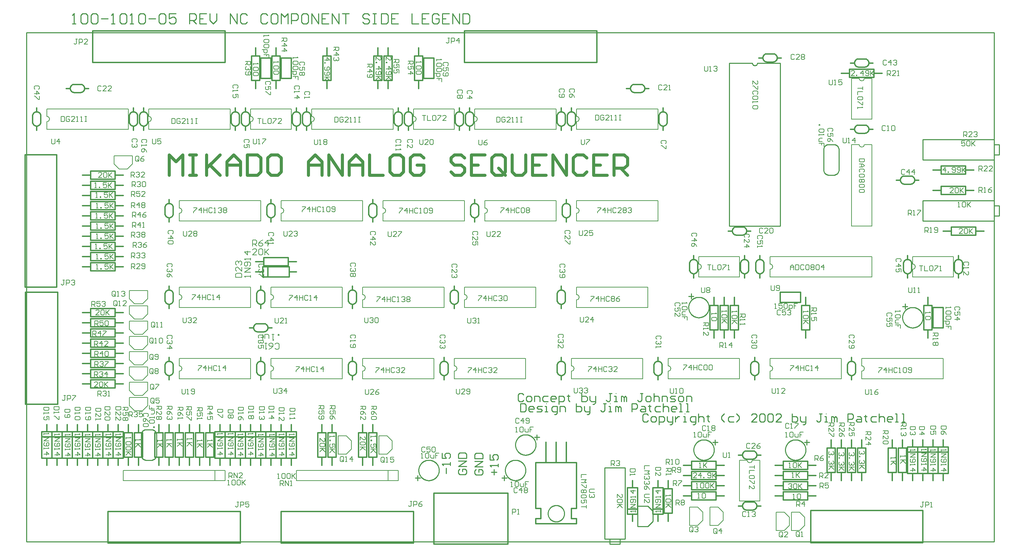
<source format=gto>
*%FSLAX23Y23*%
*%MOIN*%
G01*
%ADD11C,0.006*%
%ADD12C,0.007*%
%ADD13C,0.008*%
%ADD14C,0.010*%
%ADD15C,0.012*%
%ADD16C,0.030*%
%ADD17C,0.032*%
%ADD18C,0.036*%
%ADD19C,0.050*%
%ADD20C,0.052*%
%ADD21C,0.055*%
%ADD22C,0.056*%
%ADD23C,0.059*%
%ADD24C,0.062*%
%ADD25C,0.066*%
%ADD26C,0.070*%
%ADD27C,0.090*%
%ADD28C,0.120*%
%ADD29C,0.125*%
%ADD30C,0.129*%
%ADD31C,0.140*%
%ADD32C,0.160*%
%ADD33C,0.250*%
%ADD34C,0.250*%
%ADD35R,0.062X0.062*%
%ADD36R,0.066X0.066*%
%ADD37R,0.075X0.075*%
%ADD38R,0.079X0.079*%
%ADD39R,0.250X0.250*%
D11*
X5089Y7427D02*
Y7477D01*
X5114D01*
X5122Y7469D01*
Y7452D01*
X5114Y7444D01*
X5089D01*
X5106D02*
X5122Y7427D01*
X5164D02*
Y7477D01*
X5139Y7452D01*
X5172D01*
X5189Y7477D02*
X5222D01*
Y7469D01*
X5189Y7435D01*
Y7427D01*
X5109Y7277D02*
Y7227D01*
Y7277D02*
X5134D01*
X5142Y7269D01*
Y7252D01*
X5134Y7244D01*
X5109D01*
X5126D02*
X5142Y7227D01*
X5184D02*
Y7277D01*
X5159Y7252D01*
X5192D01*
X5209Y7269D02*
X5217Y7277D01*
X5234D01*
X5242Y7269D01*
Y7235D01*
X5234Y7227D01*
X5217D01*
X5209Y7235D01*
Y7269D01*
X5109Y7177D02*
Y7127D01*
Y7177D02*
X5134D01*
X5142Y7169D01*
Y7152D01*
X5134Y7144D01*
X5109D01*
X5126D02*
X5142Y7127D01*
X5159Y7169D02*
X5167Y7177D01*
X5184D01*
X5192Y7169D01*
Y7160D01*
X5193D01*
X5192D02*
X5193D01*
X5192D02*
X5193D01*
X5192D02*
X5184Y7152D01*
X5176D01*
X5184D01*
X5192Y7144D01*
Y7135D01*
X5184Y7127D01*
X5167D01*
X5159Y7135D01*
X5209Y7177D02*
X5242D01*
Y7169D01*
X5209Y7135D01*
Y7127D01*
X5104Y7077D02*
Y7027D01*
Y7077D02*
X5129D01*
X5137Y7069D01*
Y7052D01*
X5129Y7044D01*
X5104D01*
X5121D02*
X5137Y7027D01*
X5154Y7069D02*
X5162Y7077D01*
X5179D01*
X5187Y7069D01*
Y7060D01*
X5188D01*
X5187D02*
X5188D01*
X5187D02*
X5188D01*
X5187D02*
X5179Y7052D01*
X5171D01*
X5179D01*
X5187Y7044D01*
Y7035D01*
X5179Y7027D01*
X5162D01*
X5154Y7035D01*
X5229Y7027D02*
Y7077D01*
X5204Y7052D01*
X5237D01*
X5137Y6927D02*
X5104D01*
X5137Y6960D01*
Y6969D01*
X5129Y6977D01*
X5112D01*
X5104Y6969D01*
X5154D02*
X5162Y6977D01*
X5179D01*
X5187Y6969D01*
Y6935D01*
X5179Y6927D01*
X5162D01*
X5154Y6935D01*
Y6969D01*
X5204Y6977D02*
Y6927D01*
Y6944D01*
X5237Y6977D01*
X5212Y6952D01*
X5237Y6927D01*
X5139Y6887D02*
Y6837D01*
Y6887D02*
X5164D01*
X5172Y6879D01*
Y6862D01*
X5164Y6854D01*
X5139D01*
X5156D02*
X5172Y6837D01*
X5189Y6879D02*
X5197Y6887D01*
X5214D01*
X5222Y6879D01*
Y6870D01*
X5223D01*
X5222D02*
X5223D01*
X5222D02*
X5223D01*
X5222D02*
X5214Y6862D01*
X5206D01*
X5214D01*
X5222Y6854D01*
Y6845D01*
X5214Y6837D01*
X5197D01*
X5189Y6845D01*
X5239Y6837D02*
X5256D01*
X5247D01*
Y6887D01*
X5248D01*
X5247D02*
X5239Y6879D01*
X4914Y6467D02*
Y6450D01*
Y6459D01*
X4964D01*
X4965D01*
X4964D02*
X4956Y6467D01*
X4964Y6425D02*
X4914D01*
Y6392D02*
X4964Y6425D01*
Y6392D02*
X4914D01*
X4922Y6375D02*
X4914Y6367D01*
Y6350D01*
X4922Y6342D01*
X4956D01*
X4964Y6350D01*
Y6367D01*
X4956Y6375D01*
X4947D01*
X4939Y6367D01*
Y6342D01*
X4914Y6325D02*
Y6309D01*
Y6317D01*
X4964D01*
X4965D01*
X4964D02*
X4956Y6325D01*
X4964Y6259D02*
X4914D01*
X4939Y6284D02*
X4964Y6259D01*
X4939Y6250D02*
Y6284D01*
X4964Y6727D02*
X4914D01*
Y6702D01*
X4922Y6694D01*
X4956D01*
X4964Y6702D01*
Y6727D01*
X4914Y6677D02*
Y6660D01*
Y6669D01*
X4964D01*
X4965D01*
X4964D02*
X4956Y6677D01*
Y6635D02*
X4964Y6627D01*
Y6610D01*
X4956Y6602D01*
X4922D01*
X4914Y6610D01*
Y6627D01*
X4922Y6635D01*
X4956D01*
X4819Y6462D02*
Y6445D01*
Y6454D01*
X4869D01*
X4870D01*
X4869D02*
X4861Y6462D01*
X4869Y6420D02*
X4819D01*
Y6387D02*
X4869Y6420D01*
Y6387D02*
X4819D01*
X4827Y6370D02*
X4819Y6362D01*
Y6345D01*
X4827Y6337D01*
X4861D01*
X4869Y6345D01*
Y6362D01*
X4861Y6370D01*
X4852D01*
X4844Y6362D01*
Y6337D01*
X4819Y6320D02*
Y6304D01*
Y6312D01*
X4869D01*
X4870D01*
X4869D02*
X4861Y6320D01*
X4869Y6254D02*
X4819D01*
X4844Y6279D02*
X4869Y6254D01*
X4844Y6245D02*
Y6279D01*
X4864Y6707D02*
X4814D01*
Y6682D01*
X4822Y6674D01*
X4856D01*
X4864Y6682D01*
Y6707D01*
X4822Y6657D02*
X4814Y6649D01*
Y6632D01*
X4822Y6624D01*
X4856D01*
X4864Y6632D01*
Y6649D01*
X4856Y6657D01*
X4847D01*
X4839Y6649D01*
Y6624D01*
X4714Y6467D02*
Y6450D01*
Y6459D01*
X4764D01*
X4765D01*
X4764D02*
X4756Y6467D01*
X4764Y6425D02*
X4714D01*
Y6392D02*
X4764Y6425D01*
Y6392D02*
X4714D01*
X4722Y6375D02*
X4714Y6367D01*
Y6350D01*
X4722Y6342D01*
X4756D01*
X4764Y6350D01*
Y6367D01*
X4756Y6375D01*
X4747D01*
X4739Y6367D01*
Y6342D01*
X4714Y6325D02*
Y6309D01*
Y6317D01*
X4764D01*
X4765D01*
X4764D02*
X4756Y6325D01*
X4764Y6259D02*
X4714D01*
X4739Y6284D02*
X4764Y6259D01*
X4739Y6250D02*
Y6284D01*
X4759Y6732D02*
X4709D01*
Y6707D01*
X4717Y6699D01*
X4751D01*
X4759Y6707D01*
Y6732D01*
X4709Y6682D02*
Y6665D01*
Y6674D01*
X4759D01*
X4760D01*
X4759D02*
X4751Y6682D01*
X4759Y6640D02*
Y6607D01*
X4751D01*
X4717Y6640D01*
X4709D01*
X4609Y6472D02*
Y6455D01*
Y6464D01*
X4659D01*
X4660D01*
X4659D02*
X4651Y6472D01*
X4659Y6430D02*
X4609D01*
Y6397D02*
X4659Y6430D01*
Y6397D02*
X4609D01*
X4617Y6380D02*
X4609Y6372D01*
Y6355D01*
X4617Y6347D01*
X4651D01*
X4659Y6355D01*
Y6372D01*
X4651Y6380D01*
X4642D01*
X4634Y6372D01*
Y6347D01*
X4609Y6330D02*
Y6314D01*
Y6322D01*
X4659D01*
X4660D01*
X4659D02*
X4651Y6330D01*
X4659Y6264D02*
X4609D01*
X4634Y6289D02*
X4659Y6264D01*
X4634Y6255D02*
Y6289D01*
X4659Y6727D02*
X4609D01*
Y6702D01*
X4617Y6694D01*
X4651D01*
X4659Y6702D01*
Y6727D01*
X4609Y6677D02*
Y6660D01*
Y6669D01*
X4659D01*
X4660D01*
X4659D02*
X4651Y6677D01*
X4659Y6635D02*
Y6602D01*
Y6635D02*
X4634D01*
X4642Y6619D01*
Y6610D01*
X4634Y6602D01*
X4617D01*
X4609Y6610D01*
Y6627D01*
X4617Y6635D01*
X5104Y7327D02*
Y7377D01*
X5129D01*
X5137Y7369D01*
Y7352D01*
X5129Y7344D01*
X5104D01*
X5121D02*
X5137Y7327D01*
X5179D02*
Y7377D01*
X5154Y7352D01*
X5187D01*
X5204Y7327D02*
X5237D01*
X5204D02*
X5237Y7360D01*
Y7369D01*
X5229Y7377D01*
X5212D01*
X5204Y7369D01*
X4822Y6842D02*
X4806D01*
X4814D01*
Y6800D01*
X4806Y6792D01*
X4797D01*
X4789Y6800D01*
X4839Y6792D02*
Y6842D01*
X4864D01*
X4872Y6834D01*
Y6817D01*
X4864Y6809D01*
X4839D01*
X4889Y6842D02*
X4922D01*
Y6834D01*
X4889Y6800D01*
Y6792D01*
X5144Y8982D02*
X5177D01*
X5144D02*
X5177Y9015D01*
Y9024D01*
X5169Y9032D01*
X5152D01*
X5144Y9024D01*
X5194D02*
X5202Y9032D01*
X5219D01*
X5227Y9024D01*
Y8990D01*
X5219Y8982D01*
X5202D01*
X5194Y8990D01*
Y9024D01*
X5244Y9032D02*
Y8982D01*
Y8999D01*
X5277Y9032D01*
X5252Y9007D01*
X5277Y8982D01*
X5464Y8987D02*
Y9037D01*
X5489D01*
X5497Y9029D01*
Y9012D01*
X5489Y9004D01*
X5464D01*
X5481D02*
X5497Y8987D01*
X5514Y9029D02*
X5522Y9037D01*
X5539D01*
X5547Y9029D01*
Y9020D01*
X5548D01*
X5547D02*
X5548D01*
X5547D02*
X5548D01*
X5547D02*
X5539Y9012D01*
X5531D01*
X5539D01*
X5547Y9004D01*
Y8995D01*
X5539Y8987D01*
X5522D01*
X5514Y8995D01*
X5564Y8987D02*
X5597D01*
X5564D02*
X5597Y9020D01*
Y9029D01*
X5589Y9037D01*
X5572D01*
X5564Y9029D01*
X5152Y7632D02*
X5119D01*
X5152Y7665D01*
Y7674D01*
X5144Y7682D01*
X5127D01*
X5119Y7674D01*
X5169D02*
X5177Y7682D01*
X5194D01*
X5202Y7674D01*
Y7640D01*
X5194Y7632D01*
X5177D01*
X5169Y7640D01*
Y7674D01*
X5219Y7682D02*
Y7632D01*
Y7649D01*
X5252Y7682D01*
X5227Y7657D01*
X5252Y7632D01*
X5079Y7717D02*
Y7767D01*
X5104D01*
X5112Y7759D01*
Y7742D01*
X5104Y7734D01*
X5079D01*
X5096D02*
X5112Y7717D01*
X5129Y7767D02*
X5162D01*
X5129D02*
Y7742D01*
X5146Y7750D01*
X5154D01*
X5162Y7742D01*
Y7725D01*
X5154Y7717D01*
X5137D01*
X5129Y7725D01*
X5179Y7759D02*
X5187Y7767D01*
X5204D01*
X5212Y7759D01*
Y7750D01*
X5213D01*
X5212D02*
X5213D01*
X5212D02*
X5213D01*
X5212D02*
X5204Y7742D01*
X5196D01*
X5204D01*
X5212Y7734D01*
Y7725D01*
X5204Y7717D01*
X5187D01*
X5179Y7725D01*
X5109Y7577D02*
Y7527D01*
Y7577D02*
X5134D01*
X5142Y7569D01*
Y7552D01*
X5134Y7544D01*
X5109D01*
X5126D02*
X5142Y7527D01*
X5159Y7577D02*
X5192D01*
X5159D02*
Y7552D01*
X5176Y7560D01*
X5184D01*
X5192Y7552D01*
Y7535D01*
X5184Y7527D01*
X5167D01*
X5159Y7535D01*
X5209Y7569D02*
X5217Y7577D01*
X5234D01*
X5242Y7569D01*
Y7535D01*
X5234Y7527D01*
X5217D01*
X5209Y7535D01*
Y7569D01*
X5126Y8882D02*
X5109D01*
X5117D02*
X5126D01*
X5117D02*
Y8932D01*
X5118D01*
X5117D02*
X5109Y8924D01*
X5151Y8890D02*
Y8882D01*
Y8890D02*
X5159D01*
Y8882D01*
X5151D01*
X5192Y8932D02*
X5226D01*
X5192D02*
Y8907D01*
X5209Y8915D01*
X5217D01*
X5226Y8907D01*
Y8890D01*
X5217Y8882D01*
X5201D01*
X5192Y8890D01*
X5242Y8882D02*
Y8932D01*
Y8899D02*
Y8882D01*
Y8899D02*
X5276Y8932D01*
X5251Y8907D01*
X5276Y8882D01*
X5474Y8892D02*
Y8942D01*
X5499D01*
X5507Y8934D01*
Y8917D01*
X5499Y8909D01*
X5474D01*
X5491D02*
X5507Y8892D01*
X5524Y8934D02*
X5532Y8942D01*
X5549D01*
X5557Y8934D01*
Y8925D01*
X5558D01*
X5557D02*
X5558D01*
X5557D02*
X5558D01*
X5557D02*
X5549Y8917D01*
X5541D01*
X5549D01*
X5557Y8909D01*
Y8900D01*
X5549Y8892D01*
X5532D01*
X5524Y8900D01*
X5574Y8934D02*
X5582Y8942D01*
X5599D01*
X5607Y8934D01*
Y8900D01*
X5599Y8892D01*
X5582D01*
X5574Y8900D01*
Y8934D01*
X4812Y7977D02*
X4796D01*
X4804D01*
Y7935D01*
X4796Y7927D01*
X4787D01*
X4779Y7935D01*
X4829Y7927D02*
Y7977D01*
X4854D01*
X4862Y7969D01*
Y7952D01*
X4854Y7944D01*
X4829D01*
X4879Y7969D02*
X4887Y7977D01*
X4904D01*
X4912Y7969D01*
Y7960D01*
X4913D01*
X4912D02*
X4913D01*
X4912D02*
X4913D01*
X4912D02*
X4904Y7952D01*
X4896D01*
X4904D01*
X4912Y7944D01*
Y7935D01*
X4904Y7927D01*
X4887D01*
X4879Y7935D01*
X4556Y9849D02*
X4564Y9857D01*
Y9874D01*
X4556Y9882D01*
X4522D01*
X4514Y9874D01*
Y9857D01*
X4522Y9849D01*
X4514Y9807D02*
X4564D01*
X4539Y9832D01*
Y9799D01*
X4564Y9782D02*
Y9749D01*
X4556D01*
X4522Y9782D01*
X4514D01*
X4779Y9582D02*
Y9532D01*
X4804D01*
X4812Y9540D01*
Y9574D01*
X4804Y9582D01*
X4779D01*
X4854D02*
X4862Y9574D01*
X4854Y9582D02*
X4837D01*
X4829Y9574D01*
Y9540D01*
X4837Y9532D01*
X4854D01*
X4862Y9540D01*
Y9557D01*
X4846D01*
X4879Y9532D02*
X4912D01*
X4879D02*
X4912Y9565D01*
Y9574D01*
X4904Y9582D01*
X4887D01*
X4879Y9574D01*
X4929Y9532D02*
X4946D01*
X4937D01*
Y9582D01*
X4938D01*
X4937D02*
X4929Y9574D01*
X4971Y9532D02*
X4987D01*
X4979D01*
Y9582D01*
X4980D01*
X4979D02*
X4971Y9574D01*
X5012Y9582D02*
X5029D01*
X5021D01*
Y9532D01*
X5012D01*
X5029D01*
X4684Y9362D02*
Y9320D01*
X4692Y9312D01*
X4709D01*
X4717Y9320D01*
Y9362D01*
X4759D02*
Y9312D01*
X4734Y9337D02*
X4759Y9362D01*
X4767Y9337D02*
X4734D01*
X6506Y5797D02*
X6522D01*
X6514D02*
X6506D01*
X6514D02*
Y5755D01*
X6506Y5747D01*
X6497D01*
X6489Y5755D01*
X6539Y5747D02*
Y5797D01*
X6564D01*
X6572Y5789D01*
Y5772D01*
X6564Y5764D01*
X6539D01*
X6589Y5797D02*
X6622D01*
X6589D02*
Y5772D01*
X6606Y5780D01*
X6614D01*
X6622Y5772D01*
Y5755D01*
X6614Y5747D01*
X6597D01*
X6589Y5755D01*
X5694Y6527D02*
X5686D01*
Y6535D01*
X5694D01*
Y6527D01*
X5652Y6569D02*
X5644Y6577D01*
Y6594D01*
X5652Y6602D01*
X5686D01*
X5694Y6594D01*
Y6577D01*
X5686Y6569D01*
X5652D01*
X5694Y6619D02*
Y6635D01*
Y6627D01*
X5644D01*
X5645D01*
X5644D02*
X5652Y6619D01*
X5661Y6660D02*
X5686D01*
X5694Y6669D01*
Y6694D01*
X5661D01*
X5644Y6710D02*
Y6744D01*
Y6710D02*
X5669D01*
Y6727D01*
Y6710D01*
X5694D01*
X5634Y6642D02*
X5626Y6634D01*
X5634Y6642D02*
Y6659D01*
X5626Y6667D01*
X5592D01*
X5584Y6659D01*
Y6642D01*
X5592Y6634D01*
X5626Y6600D02*
X5634Y6584D01*
X5626Y6600D02*
X5609Y6617D01*
X5592D01*
X5584Y6609D01*
Y6592D01*
X5592Y6584D01*
X5601D01*
X5609Y6592D01*
Y6617D01*
X5626Y6567D02*
X5634Y6559D01*
Y6542D01*
X5626Y6534D01*
X5592D01*
X5584Y6542D01*
Y6559D01*
X5592Y6567D01*
X5626D01*
X6124Y7137D02*
X6157D01*
Y7129D01*
X6124Y7095D01*
Y7087D01*
X6199D02*
Y7137D01*
X6174Y7112D01*
X6207D01*
X6224Y7137D02*
Y7087D01*
Y7112D01*
X6257D01*
Y7137D01*
Y7087D01*
X6299Y7137D02*
X6307Y7129D01*
X6299Y7137D02*
X6282D01*
X6274Y7129D01*
Y7095D01*
X6282Y7087D01*
X6299D01*
X6307Y7095D01*
X6324Y7087D02*
X6341D01*
X6332D01*
Y7137D01*
X6333D01*
X6332D02*
X6324Y7129D01*
X6391Y7137D02*
Y7087D01*
X6366Y7112D02*
X6391Y7137D01*
X6399Y7112D02*
X6366D01*
X5964Y6907D02*
Y6865D01*
X5972Y6857D01*
X5989D01*
X5997Y6865D01*
Y6907D01*
X6014Y6857D02*
X6031D01*
X6022D01*
Y6907D01*
X6023D01*
X6022D02*
X6014Y6899D01*
X6056Y6865D02*
X6064Y6857D01*
X6081D01*
X6089Y6865D01*
Y6899D01*
X6081Y6907D01*
X6064D01*
X6056Y6899D01*
Y6890D01*
X6064Y6882D01*
X6089D01*
X6414Y5962D02*
X6431D01*
X6422D01*
Y6012D01*
X6423D01*
X6422D02*
X6414Y6004D01*
X6456D02*
X6464Y6012D01*
X6481D01*
X6489Y6004D01*
Y5970D01*
X6481Y5962D01*
X6464D01*
X6456Y5970D01*
Y6004D01*
X6506D02*
X6514Y6012D01*
X6531D01*
X6539Y6004D01*
Y5970D01*
X6531Y5962D01*
X6514D01*
X6506Y5970D01*
Y6004D01*
X6556Y6012D02*
Y5962D01*
Y5979D01*
X6589Y6012D01*
X6564Y5987D01*
X6589Y5962D01*
X6424Y6032D02*
Y6082D01*
X6449D01*
X6457Y6074D01*
Y6057D01*
X6449Y6049D01*
X6424D01*
X6441D02*
X6457Y6032D01*
X6474D02*
Y6082D01*
X6507Y6032D01*
Y6082D01*
X6524Y6032D02*
X6557D01*
X6524D02*
X6557Y6065D01*
Y6074D01*
X6549Y6082D01*
X6532D01*
X6524Y6074D01*
X6314Y6455D02*
Y6472D01*
Y6464D02*
Y6455D01*
Y6464D02*
X6364D01*
X6365D01*
X6364D02*
X6356Y6472D01*
X6364Y6430D02*
X6314D01*
Y6397D02*
X6364Y6430D01*
Y6397D02*
X6314D01*
X6322Y6380D02*
X6314Y6372D01*
Y6355D01*
X6322Y6347D01*
X6356D01*
X6364Y6355D01*
Y6372D01*
X6356Y6380D01*
X6347D01*
X6339Y6372D01*
Y6347D01*
X6314Y6330D02*
Y6314D01*
Y6322D01*
X6364D01*
X6365D01*
X6364D02*
X6356Y6330D01*
X6364Y6264D02*
X6314D01*
X6339Y6289D02*
X6364Y6264D01*
X6339Y6255D02*
Y6289D01*
X6364Y6707D02*
X6314D01*
Y6682D01*
X6322Y6674D01*
X6356D01*
X6364Y6682D01*
Y6707D01*
Y6657D02*
Y6624D01*
X6356D01*
X6322Y6657D01*
X6314D01*
X6419Y6472D02*
Y6455D01*
Y6464D01*
X6469D01*
X6470D01*
X6469D02*
X6461Y6472D01*
X6469Y6430D02*
X6419D01*
Y6397D02*
X6469Y6430D01*
Y6397D02*
X6419D01*
X6427Y6380D02*
X6419Y6372D01*
Y6355D01*
X6427Y6347D01*
X6461D01*
X6469Y6355D01*
Y6372D01*
X6461Y6380D01*
X6452D01*
X6444Y6372D01*
Y6347D01*
X6419Y6330D02*
Y6314D01*
Y6322D01*
X6469D01*
X6470D01*
X6469D02*
X6461Y6330D01*
X6469Y6264D02*
X6419D01*
X6444Y6289D02*
X6469Y6264D01*
X6444Y6255D02*
Y6289D01*
X6469Y6702D02*
X6419D01*
Y6677D01*
X6427Y6669D01*
X6461D01*
X6469Y6677D01*
Y6702D01*
X6461Y6652D02*
X6469Y6644D01*
Y6627D01*
X6461Y6619D01*
X6452D01*
X6444Y6627D01*
X6436Y6619D01*
X6427D01*
X6419Y6627D01*
Y6644D01*
X6427Y6652D01*
X6436D01*
X6444Y6644D01*
X6452Y6652D01*
X6461D01*
X6444Y6644D02*
Y6627D01*
X6514Y6467D02*
Y6450D01*
Y6459D01*
X6564D01*
X6565D01*
X6564D02*
X6556Y6467D01*
X6564Y6425D02*
X6514D01*
Y6392D02*
X6564Y6425D01*
Y6392D02*
X6514D01*
X6522Y6375D02*
X6514Y6367D01*
Y6350D01*
X6522Y6342D01*
X6556D01*
X6564Y6350D01*
Y6367D01*
X6556Y6375D01*
X6547D01*
X6539Y6367D01*
Y6342D01*
X6514Y6325D02*
Y6309D01*
Y6317D01*
X6564D01*
X6565D01*
X6564D02*
X6556Y6325D01*
X6564Y6259D02*
X6514D01*
X6539Y6284D02*
X6564Y6259D01*
X6539Y6250D02*
Y6284D01*
X6519Y6727D02*
X6569D01*
X6519D02*
Y6702D01*
X6527Y6694D01*
X6561D01*
X6569Y6702D01*
Y6727D01*
X6519Y6677D02*
Y6660D01*
Y6669D01*
X6569D01*
X6570D01*
X6569D02*
X6561Y6677D01*
Y6619D02*
X6569Y6602D01*
X6561Y6619D02*
X6544Y6635D01*
X6527D01*
X6519Y6627D01*
Y6610D01*
X6527Y6602D01*
X6536D01*
X6544Y6610D01*
Y6635D01*
X5314Y6467D02*
Y6450D01*
Y6459D01*
X5364D01*
X5365D01*
X5364D02*
X5356Y6467D01*
X5364Y6425D02*
X5314D01*
Y6392D02*
X5364Y6425D01*
Y6392D02*
X5314D01*
X5322Y6375D02*
X5314Y6367D01*
Y6350D01*
X5322Y6342D01*
X5356D01*
X5364Y6350D01*
Y6367D01*
X5356Y6375D01*
X5347D01*
X5339Y6367D01*
Y6342D01*
X5314Y6325D02*
Y6309D01*
Y6317D01*
X5364D01*
X5365D01*
X5364D02*
X5356Y6325D01*
X5364Y6259D02*
X5314D01*
X5339Y6284D02*
X5364Y6259D01*
X5339Y6250D02*
Y6284D01*
X5364Y6732D02*
X5314D01*
Y6707D01*
X5322Y6699D01*
X5356D01*
X5364Y6707D01*
Y6732D01*
X5314Y6682D02*
Y6649D01*
Y6682D02*
X5347Y6649D01*
X5356D01*
X5364Y6657D01*
Y6674D01*
X5356Y6682D01*
X5314Y6632D02*
Y6599D01*
Y6632D02*
X5347Y6599D01*
X5356D01*
X5364Y6607D01*
Y6624D01*
X5356Y6632D01*
X5219Y6467D02*
Y6450D01*
Y6459D01*
X5269D01*
X5270D01*
X5269D02*
X5261Y6467D01*
X5269Y6425D02*
X5219D01*
Y6392D02*
X5269Y6425D01*
Y6392D02*
X5219D01*
X5227Y6375D02*
X5219Y6367D01*
Y6350D01*
X5227Y6342D01*
X5261D01*
X5269Y6350D01*
Y6367D01*
X5261Y6375D01*
X5252D01*
X5244Y6367D01*
Y6342D01*
X5219Y6325D02*
Y6309D01*
Y6317D01*
X5269D01*
X5270D01*
X5269D02*
X5261Y6325D01*
X5269Y6259D02*
X5219D01*
X5244Y6284D02*
X5269Y6259D01*
X5244Y6250D02*
Y6284D01*
X5259Y6732D02*
X5209D01*
Y6707D01*
X5217Y6699D01*
X5251D01*
X5259Y6707D01*
Y6732D01*
X5209Y6682D02*
Y6649D01*
Y6682D02*
X5242Y6649D01*
X5251D01*
X5259Y6657D01*
Y6674D01*
X5251Y6682D01*
Y6632D02*
X5259Y6624D01*
Y6607D01*
X5251Y6599D01*
X5217D01*
X5209Y6607D01*
Y6624D01*
X5217Y6632D01*
X5251D01*
X5114Y6462D02*
Y6445D01*
Y6454D01*
X5164D01*
X5165D01*
X5164D02*
X5156Y6462D01*
X5164Y6420D02*
X5114D01*
Y6387D02*
X5164Y6420D01*
Y6387D02*
X5114D01*
X5122Y6370D02*
X5114Y6362D01*
Y6345D01*
X5122Y6337D01*
X5156D01*
X5164Y6345D01*
Y6362D01*
X5156Y6370D01*
X5147D01*
X5139Y6362D01*
Y6337D01*
X5114Y6320D02*
Y6304D01*
Y6312D01*
X5164D01*
X5165D01*
X5164D02*
X5156Y6320D01*
X5164Y6254D02*
X5114D01*
X5139Y6279D02*
X5164Y6254D01*
X5139Y6245D02*
Y6279D01*
X5119Y6717D02*
X5169D01*
X5119D02*
Y6692D01*
X5127Y6684D01*
X5161D01*
X5169Y6692D01*
Y6717D01*
X5119Y6667D02*
Y6634D01*
Y6667D02*
X5152Y6634D01*
X5161D01*
X5169Y6642D01*
Y6659D01*
X5161Y6667D01*
X5119Y6617D02*
Y6600D01*
Y6609D01*
X5169D01*
X5170D01*
X5169D02*
X5161Y6617D01*
X5014Y6462D02*
Y6445D01*
Y6454D01*
X5064D01*
X5065D01*
X5064D02*
X5056Y6462D01*
X5064Y6420D02*
X5014D01*
Y6387D02*
X5064Y6420D01*
Y6387D02*
X5014D01*
X5022Y6370D02*
X5014Y6362D01*
Y6345D01*
X5022Y6337D01*
X5056D01*
X5064Y6345D01*
Y6362D01*
X5056Y6370D01*
X5047D01*
X5039Y6362D01*
Y6337D01*
X5014Y6320D02*
Y6304D01*
Y6312D01*
X5064D01*
X5065D01*
X5064D02*
X5056Y6320D01*
X5064Y6254D02*
X5014D01*
X5039Y6279D02*
X5064Y6254D01*
X5039Y6245D02*
Y6279D01*
X5019Y6727D02*
X5069D01*
X5019D02*
Y6702D01*
X5027Y6694D01*
X5061D01*
X5069Y6702D01*
Y6727D01*
X5019Y6677D02*
Y6660D01*
Y6669D01*
X5069D01*
X5070D01*
X5069D02*
X5061Y6677D01*
X5027Y6635D02*
X5019Y6627D01*
Y6610D01*
X5027Y6602D01*
X5061D01*
X5069Y6610D01*
Y6627D01*
X5061Y6635D01*
X5052D01*
X5044Y6627D01*
Y6602D01*
X5509Y6412D02*
Y6395D01*
Y6404D01*
X5559D01*
X5560D01*
X5559D02*
X5551Y6412D01*
X5559Y6370D02*
X5509D01*
X5526D01*
X5559Y6337D01*
X5534Y6362D01*
X5509Y6337D01*
X5444Y6632D02*
Y6682D01*
X5469D01*
X5477Y6674D01*
Y6657D01*
X5469Y6649D01*
X5444D01*
X5461D02*
X5477Y6632D01*
X5494Y6674D02*
X5502Y6682D01*
X5519D01*
X5527Y6674D01*
Y6665D01*
X5528D01*
X5527D02*
X5528D01*
X5527D02*
X5528D01*
X5527D02*
X5519Y6657D01*
X5511D01*
X5519D01*
X5527Y6649D01*
Y6640D01*
X5519Y6632D01*
X5502D01*
X5494Y6640D01*
X5544Y6682D02*
X5577D01*
X5544D02*
Y6657D01*
X5561Y6665D01*
X5569D01*
X5577Y6657D01*
Y6640D01*
X5569Y6632D01*
X5552D01*
X5544Y6640D01*
X5414Y6432D02*
Y6415D01*
Y6424D01*
X5464D01*
X5465D01*
X5464D02*
X5456Y6432D01*
Y6390D02*
X5464Y6382D01*
Y6365D01*
X5456Y6357D01*
X5422D01*
X5414Y6365D01*
Y6382D01*
X5422Y6390D01*
X5456D01*
Y6340D02*
X5464Y6332D01*
Y6315D01*
X5456Y6307D01*
X5422D01*
X5414Y6315D01*
Y6332D01*
X5422Y6340D01*
X5456D01*
X5464Y6290D02*
X5414D01*
X5431D01*
X5464Y6257D01*
X5439Y6282D01*
X5414Y6257D01*
X5434Y6727D02*
X5384D01*
X5434D02*
Y6702D01*
X5426Y6694D01*
X5409D01*
X5401Y6702D01*
Y6727D01*
Y6710D02*
X5384Y6694D01*
X5434Y6677D02*
Y6644D01*
Y6677D02*
X5409D01*
X5417Y6660D01*
Y6652D01*
X5409Y6644D01*
X5392D01*
X5384Y6652D01*
Y6669D01*
X5392Y6677D01*
X5426Y6627D02*
X5434Y6619D01*
Y6602D01*
X5426Y6594D01*
X5417D01*
X5409Y6602D01*
X5401Y6594D01*
X5392D01*
X5384Y6602D01*
Y6619D01*
X5392Y6627D01*
X5401D01*
X5409Y6619D01*
X5417Y6627D01*
X5426D01*
X5409Y6619D02*
Y6602D01*
X5724Y6407D02*
Y6390D01*
Y6399D01*
X5774D01*
X5775D01*
X5774D02*
X5766Y6407D01*
X5774Y6365D02*
X5724D01*
X5741D01*
X5774Y6332D01*
X5749Y6357D01*
X5724Y6332D01*
X5714Y6737D02*
X5764D01*
Y6712D01*
X5756Y6704D01*
X5739D01*
X5731Y6712D01*
Y6737D01*
Y6720D02*
X5714Y6704D01*
Y6687D02*
Y6654D01*
Y6687D02*
X5747Y6654D01*
X5756D01*
X5764Y6662D01*
Y6679D01*
X5756Y6687D01*
Y6637D02*
X5764Y6629D01*
Y6612D01*
X5756Y6604D01*
X5747D01*
X5739Y6612D01*
X5731Y6604D01*
X5722D01*
X5714Y6612D01*
Y6629D01*
X5722Y6637D01*
X5731D01*
X5739Y6629D01*
X5747Y6637D01*
X5756D01*
X5739Y6629D02*
Y6612D01*
X6214Y6407D02*
Y6390D01*
Y6399D01*
X6264D01*
X6265D01*
X6264D02*
X6256Y6407D01*
X6264Y6365D02*
X6214D01*
X6231D01*
X6264Y6332D01*
X6239Y6357D01*
X6214Y6332D01*
Y6737D02*
X6264D01*
Y6712D01*
X6256Y6704D01*
X6239D01*
X6231Y6712D01*
Y6737D01*
Y6720D02*
X6214Y6704D01*
Y6662D02*
X6264D01*
X6239Y6687D01*
Y6654D01*
X6264Y6637D02*
Y6604D01*
Y6637D02*
X6239D01*
X6247Y6620D01*
Y6612D01*
X6239Y6604D01*
X6222D01*
X6214Y6612D01*
Y6629D01*
X6222Y6637D01*
X6114Y6407D02*
Y6390D01*
Y6399D01*
X6164D01*
X6165D01*
X6164D02*
X6156Y6407D01*
X6164Y6365D02*
X6114D01*
X6131D01*
X6164Y6332D01*
X6139Y6357D01*
X6114Y6332D01*
Y6722D02*
X6164D01*
Y6697D01*
X6156Y6689D01*
X6139D01*
X6131Y6697D01*
Y6722D01*
Y6705D02*
X6114Y6689D01*
X6164Y6672D02*
Y6639D01*
Y6672D02*
X6139D01*
X6147Y6655D01*
Y6647D01*
X6139Y6639D01*
X6122D01*
X6114Y6647D01*
Y6664D01*
X6122Y6672D01*
X6114Y6622D02*
Y6605D01*
Y6614D01*
X6164D01*
X6165D01*
X6164D02*
X6156Y6622D01*
X6014Y6422D02*
Y6405D01*
Y6414D01*
X6064D01*
X6065D01*
X6064D02*
X6056Y6422D01*
X6064Y6380D02*
X6014D01*
X6031D01*
X6064Y6347D01*
X6039Y6372D01*
X6014Y6347D01*
X6009Y6732D02*
X6059D01*
Y6707D01*
X6051Y6699D01*
X6034D01*
X6026Y6707D01*
Y6732D01*
Y6715D02*
X6009Y6699D01*
X6059Y6682D02*
Y6649D01*
Y6682D02*
X6034D01*
X6042Y6665D01*
Y6657D01*
X6034Y6649D01*
X6017D01*
X6009Y6657D01*
Y6674D01*
X6017Y6682D01*
X6059Y6632D02*
Y6599D01*
X6051D01*
X6017Y6632D01*
X6009D01*
X5919Y6417D02*
Y6400D01*
Y6409D01*
X5969D01*
X5970D01*
X5969D02*
X5961Y6417D01*
X5969Y6375D02*
X5919D01*
X5936D01*
X5969Y6342D01*
X5944Y6367D01*
X5919Y6342D01*
X5924Y6727D02*
X5974D01*
Y6702D01*
X5966Y6694D01*
X5949D01*
X5941Y6702D01*
Y6727D01*
Y6710D02*
X5924Y6694D01*
X5966Y6660D02*
X5974Y6644D01*
X5966Y6660D02*
X5949Y6677D01*
X5932D01*
X5924Y6669D01*
Y6652D01*
X5932Y6644D01*
X5941D01*
X5949Y6652D01*
Y6677D01*
X5924Y6627D02*
Y6610D01*
Y6619D01*
X5974D01*
X5975D01*
X5974D02*
X5966Y6627D01*
X5814Y6412D02*
Y6395D01*
Y6404D01*
X5864D01*
X5865D01*
X5864D02*
X5856Y6412D01*
X5864Y6370D02*
X5814D01*
X5831D01*
X5864Y6337D01*
X5839Y6362D01*
X5814Y6337D01*
X5819Y6737D02*
X5869D01*
Y6712D01*
X5861Y6704D01*
X5844D01*
X5836Y6712D01*
Y6737D01*
Y6720D02*
X5819Y6704D01*
X5861Y6670D02*
X5869Y6654D01*
X5861Y6670D02*
X5844Y6687D01*
X5827D01*
X5819Y6679D01*
Y6662D01*
X5827Y6654D01*
X5836D01*
X5844Y6662D01*
Y6687D01*
X5861Y6637D02*
X5869Y6629D01*
Y6612D01*
X5861Y6604D01*
X5852D01*
X5853D01*
X5852D02*
X5853D01*
X5852D02*
X5853D01*
X5852D02*
X5844Y6612D01*
Y6620D01*
Y6612D01*
X5836Y6604D01*
X5827D01*
X5819Y6612D01*
Y6629D01*
X5827Y6637D01*
X5687Y6910D02*
Y6944D01*
X5679Y6952D01*
X5662D01*
X5654Y6944D01*
Y6910D01*
X5662Y6902D01*
X5679D01*
X5687D02*
X5671Y6919D01*
X5679Y6902D02*
X5687Y6910D01*
X5704Y6952D02*
X5737D01*
Y6944D01*
X5704Y6910D01*
Y6902D01*
X5682Y7065D02*
Y7099D01*
X5674Y7107D01*
X5657D01*
X5649Y7099D01*
Y7065D01*
X5657Y7057D01*
X5674D01*
X5682D02*
X5666Y7074D01*
X5674Y7057D02*
X5682Y7065D01*
X5699Y7099D02*
X5707Y7107D01*
X5724D01*
X5732Y7099D01*
Y7090D01*
X5724Y7082D01*
X5732Y7074D01*
Y7065D01*
X5724Y7057D01*
X5707D01*
X5699Y7065D01*
Y7074D01*
X5707Y7082D01*
X5699Y7090D01*
Y7099D01*
X5707Y7082D02*
X5724D01*
X5682Y7205D02*
Y7239D01*
X5674Y7247D01*
X5657D01*
X5649Y7239D01*
Y7205D01*
X5657Y7197D01*
X5674D01*
X5682D02*
X5666Y7214D01*
X5674Y7197D02*
X5682Y7205D01*
X5699D02*
X5707Y7197D01*
X5724D01*
X5732Y7205D01*
Y7239D01*
X5724Y7247D01*
X5707D01*
X5699Y7239D01*
Y7230D01*
X5707Y7222D01*
X5732D01*
X5682Y7365D02*
Y7399D01*
X5674Y7407D01*
X5657D01*
X5649Y7399D01*
Y7365D01*
X5657Y7357D01*
X5674D01*
X5682D02*
X5666Y7374D01*
X5674Y7357D02*
X5682Y7365D01*
X5699Y7357D02*
X5716D01*
X5707D01*
Y7407D01*
X5708D01*
X5707D02*
X5699Y7399D01*
X5741D02*
X5749Y7407D01*
X5766D01*
X5774Y7399D01*
Y7365D01*
X5766Y7357D01*
X5749D01*
X5741Y7365D01*
Y7399D01*
X5697Y7520D02*
Y7554D01*
X5689Y7562D01*
X5672D01*
X5664Y7554D01*
Y7520D01*
X5672Y7512D01*
X5689D01*
X5697D02*
X5681Y7529D01*
X5689Y7512D02*
X5697Y7520D01*
X5714Y7512D02*
X5731D01*
X5722D01*
Y7562D01*
X5723D01*
X5722D02*
X5714Y7554D01*
X5756Y7512D02*
X5772D01*
X5764D01*
Y7562D01*
X5765D01*
X5764D02*
X5756Y7554D01*
X5692Y6809D02*
Y6775D01*
Y6809D02*
X5684Y6817D01*
X5667D01*
X5659Y6809D01*
Y6775D01*
X5667Y6767D01*
X5684D01*
X5692D02*
X5676Y6784D01*
X5684Y6767D02*
X5692Y6775D01*
X5709Y6817D02*
X5742D01*
X5709D02*
Y6792D01*
X5726Y6800D01*
X5734D01*
X5742Y6792D01*
Y6775D01*
X5734Y6767D01*
X5717D01*
X5709Y6775D01*
X5861Y7399D02*
X5869Y7407D01*
Y7424D01*
X5861Y7432D01*
X5827D01*
X5819Y7424D01*
Y7407D01*
X5827Y7399D01*
X5861Y7382D02*
X5869Y7374D01*
Y7357D01*
X5861Y7349D01*
X5852D01*
X5853D01*
X5852D02*
X5853D01*
X5852D02*
X5853D01*
X5852D02*
X5844Y7357D01*
Y7365D01*
Y7357D01*
X5836Y7349D01*
X5827D01*
X5819Y7357D01*
Y7374D01*
X5827Y7382D01*
X5819Y7307D02*
X5869D01*
X5844Y7332D01*
Y7299D01*
X6079Y8687D02*
X6112D01*
Y8679D01*
X6079Y8645D01*
Y8637D01*
X6154D02*
Y8687D01*
X6129Y8662D01*
X6162D01*
X6179Y8687D02*
Y8637D01*
Y8662D01*
X6212D01*
Y8687D01*
Y8637D01*
X6254Y8687D02*
X6262Y8679D01*
X6254Y8687D02*
X6237D01*
X6229Y8679D01*
Y8645D01*
X6237Y8637D01*
X6254D01*
X6262Y8645D01*
X6279Y8637D02*
X6296D01*
X6287D01*
Y8687D01*
X6288D01*
X6287D02*
X6279Y8679D01*
X6321D02*
X6329Y8687D01*
X6346D01*
X6354Y8679D01*
Y8670D01*
X6355D01*
X6354D02*
X6355D01*
X6354D02*
X6355D01*
X6354D02*
X6346Y8662D01*
X6337D01*
X6346D01*
X6354Y8654D01*
Y8645D01*
X6346Y8637D01*
X6329D01*
X6321Y8645D01*
X6371Y8679D02*
X6379Y8687D01*
X6396D01*
X6404Y8679D01*
Y8670D01*
X6396Y8662D01*
X6404Y8654D01*
Y8645D01*
X6396Y8637D01*
X6379D01*
X6371Y8645D01*
Y8654D01*
X6379Y8662D01*
X6371Y8670D01*
Y8679D01*
X6379Y8662D02*
X6396D01*
X5979Y8457D02*
Y8415D01*
X5987Y8407D01*
X6004D01*
X6012Y8415D01*
Y8457D01*
X6029Y8407D02*
X6062D01*
X6029D02*
X6062Y8440D01*
Y8449D01*
X6054Y8457D01*
X6037D01*
X6029Y8449D01*
X6079D02*
X6087Y8457D01*
X6104D01*
X6112Y8449D01*
Y8440D01*
X6104Y8432D01*
X6112Y8424D01*
Y8415D01*
X6104Y8407D01*
X6087D01*
X6079Y8415D01*
Y8424D01*
X6087Y8432D01*
X6079Y8440D01*
Y8449D01*
X6087Y8432D02*
X6104D01*
X5869Y8112D02*
X5861Y8104D01*
X5869Y8112D02*
Y8129D01*
X5861Y8137D01*
X5827D01*
X5819Y8129D01*
Y8112D01*
X5827Y8104D01*
X5861Y8087D02*
X5869Y8079D01*
Y8062D01*
X5861Y8054D01*
X5852D01*
X5853D01*
X5852D02*
X5853D01*
X5852D02*
X5853D01*
X5852D02*
X5844Y8062D01*
Y8070D01*
Y8062D01*
X5836Y8054D01*
X5827D01*
X5819Y8062D01*
Y8079D01*
X5827Y8087D01*
X5861Y8020D02*
X5869Y8004D01*
X5861Y8020D02*
X5844Y8037D01*
X5827D01*
X5819Y8029D01*
Y8012D01*
X5827Y8004D01*
X5836D01*
X5844Y8012D01*
Y8037D01*
X5871Y8429D02*
X5879Y8437D01*
Y8454D01*
X5871Y8462D01*
X5837D01*
X5829Y8454D01*
Y8437D01*
X5837Y8429D01*
X5829Y8387D02*
X5879D01*
X5854Y8412D01*
Y8379D01*
X5871Y8362D02*
X5879Y8354D01*
Y8337D01*
X5871Y8329D01*
X5837D01*
X5829Y8337D01*
Y8354D01*
X5837Y8362D01*
X5871D01*
X6064Y7832D02*
X6097D01*
Y7824D01*
X6064Y7790D01*
Y7782D01*
X6139D02*
Y7832D01*
X6114Y7807D01*
X6147D01*
X6164Y7832D02*
Y7782D01*
Y7807D01*
X6197D01*
Y7832D01*
Y7782D01*
X6239Y7832D02*
X6247Y7824D01*
X6239Y7832D02*
X6222D01*
X6214Y7824D01*
Y7790D01*
X6222Y7782D01*
X6239D01*
X6247Y7790D01*
X6264Y7782D02*
X6281D01*
X6272D01*
Y7832D01*
X6273D01*
X6272D02*
X6264Y7824D01*
X6331Y7832D02*
Y7782D01*
X6306Y7807D02*
X6331Y7832D01*
X6339Y7807D02*
X6306D01*
X5974Y7607D02*
Y7565D01*
X5982Y7557D01*
X5999D01*
X6007Y7565D01*
Y7607D01*
X6024Y7599D02*
X6032Y7607D01*
X6049D01*
X6057Y7599D01*
Y7590D01*
X6058D01*
X6057D02*
X6058D01*
X6057D02*
X6058D01*
X6057D02*
X6049Y7582D01*
X6041D01*
X6049D01*
X6057Y7574D01*
Y7565D01*
X6049Y7557D01*
X6032D01*
X6024Y7565D01*
X6074Y7557D02*
X6107D01*
X6074D02*
X6107Y7590D01*
Y7599D01*
X6099Y7607D01*
X6082D01*
X6074Y7599D01*
X5136Y8787D02*
X5119D01*
X5127D02*
X5136D01*
X5127D02*
Y8837D01*
X5128D01*
X5127D02*
X5119Y8829D01*
X5161Y8795D02*
Y8787D01*
Y8795D02*
X5169D01*
Y8787D01*
X5161D01*
X5202Y8837D02*
X5236D01*
X5202D02*
Y8812D01*
X5219Y8820D01*
X5227D01*
X5236Y8812D01*
Y8795D01*
X5227Y8787D01*
X5211D01*
X5202Y8795D01*
X5252Y8787D02*
Y8837D01*
Y8804D02*
Y8787D01*
Y8804D02*
X5286Y8837D01*
X5261Y8812D01*
X5286Y8787D01*
X5469Y8797D02*
Y8847D01*
X5494D01*
X5502Y8839D01*
Y8822D01*
X5494Y8814D01*
X5469D01*
X5486D02*
X5502Y8797D01*
X5519Y8847D02*
X5552D01*
X5519D02*
Y8822D01*
X5536Y8830D01*
X5544D01*
X5552Y8822D01*
Y8805D01*
X5544Y8797D01*
X5527D01*
X5519Y8805D01*
X5569Y8797D02*
X5602D01*
X5569D02*
X5602Y8830D01*
Y8839D01*
X5594Y8847D01*
X5577D01*
X5569Y8839D01*
X5141Y8682D02*
X5124D01*
X5132D02*
X5141D01*
X5132D02*
Y8732D01*
X5133D01*
X5132D02*
X5124Y8724D01*
X5166Y8690D02*
Y8682D01*
Y8690D02*
X5174D01*
Y8682D01*
X5166D01*
X5207Y8732D02*
X5241D01*
X5207D02*
Y8707D01*
X5224Y8715D01*
X5232D01*
X5241Y8707D01*
Y8690D01*
X5232Y8682D01*
X5216D01*
X5207Y8690D01*
X5257Y8682D02*
Y8732D01*
Y8699D02*
Y8682D01*
Y8699D02*
X5291Y8732D01*
X5266Y8707D01*
X5291Y8682D01*
X5469Y8687D02*
Y8737D01*
X5494D01*
X5502Y8729D01*
Y8712D01*
X5494Y8704D01*
X5469D01*
X5486D02*
X5502Y8687D01*
X5544D02*
Y8737D01*
X5519Y8712D01*
X5552D01*
X5569Y8729D02*
X5577Y8737D01*
X5594D01*
X5602Y8729D01*
Y8720D01*
X5594Y8712D01*
X5602Y8704D01*
Y8695D01*
X5594Y8687D01*
X5577D01*
X5569Y8695D01*
Y8704D01*
X5577Y8712D01*
X5569Y8720D01*
Y8729D01*
X5577Y8712D02*
X5594D01*
X5136Y8582D02*
X5119D01*
X5127D02*
X5136D01*
X5127D02*
Y8632D01*
X5128D01*
X5127D02*
X5119Y8624D01*
X5161Y8590D02*
Y8582D01*
Y8590D02*
X5169D01*
Y8582D01*
X5161D01*
X5202Y8632D02*
X5236D01*
X5202D02*
Y8607D01*
X5219Y8615D01*
X5227D01*
X5236Y8607D01*
Y8590D01*
X5227Y8582D01*
X5211D01*
X5202Y8590D01*
X5252Y8582D02*
Y8632D01*
Y8599D02*
Y8582D01*
Y8599D02*
X5286Y8632D01*
X5261Y8607D01*
X5286Y8582D01*
X5479Y8592D02*
Y8642D01*
X5504D01*
X5512Y8634D01*
Y8617D01*
X5504Y8609D01*
X5479D01*
X5496D02*
X5512Y8592D01*
X5554D02*
Y8642D01*
X5529Y8617D01*
X5562D01*
X5596Y8634D02*
X5612Y8642D01*
X5596Y8634D02*
X5579Y8617D01*
Y8600D01*
X5587Y8592D01*
X5604D01*
X5612Y8600D01*
Y8609D01*
X5604Y8617D01*
X5579D01*
X5141Y8482D02*
X5124D01*
X5132D02*
X5141D01*
X5132D02*
Y8532D01*
X5133D01*
X5132D02*
X5124Y8524D01*
X5166Y8490D02*
Y8482D01*
Y8490D02*
X5174D01*
Y8482D01*
X5166D01*
X5207Y8532D02*
X5241D01*
X5207D02*
Y8507D01*
X5224Y8515D01*
X5232D01*
X5241Y8507D01*
Y8490D01*
X5232Y8482D01*
X5216D01*
X5207Y8490D01*
X5257Y8482D02*
Y8532D01*
Y8499D02*
Y8482D01*
Y8499D02*
X5291Y8532D01*
X5266Y8507D01*
X5291Y8482D01*
X5479Y8492D02*
Y8542D01*
X5504D01*
X5512Y8534D01*
Y8517D01*
X5504Y8509D01*
X5479D01*
X5496D02*
X5512Y8492D01*
X5554D02*
Y8542D01*
X5529Y8517D01*
X5562D01*
X5579Y8492D02*
X5596D01*
X5587D01*
Y8542D01*
X5588D01*
X5587D02*
X5579Y8534D01*
X5141Y8382D02*
X5124D01*
X5132D02*
X5141D01*
X5132D02*
Y8432D01*
X5133D01*
X5132D02*
X5124Y8424D01*
X5166Y8390D02*
Y8382D01*
Y8390D02*
X5174D01*
Y8382D01*
X5166D01*
X5207Y8432D02*
X5241D01*
X5207D02*
Y8407D01*
X5224Y8415D01*
X5232D01*
X5241Y8407D01*
Y8390D01*
X5232Y8382D01*
X5216D01*
X5207Y8390D01*
X5257Y8382D02*
Y8432D01*
Y8399D02*
Y8382D01*
Y8399D02*
X5291Y8432D01*
X5266Y8407D01*
X5291Y8382D01*
X5469Y8397D02*
Y8447D01*
X5494D01*
X5502Y8439D01*
Y8422D01*
X5494Y8414D01*
X5469D01*
X5486D02*
X5502Y8397D01*
X5519Y8439D02*
X5527Y8447D01*
X5544D01*
X5552Y8439D01*
Y8430D01*
X5553D01*
X5552D02*
X5553D01*
X5552D02*
X5553D01*
X5552D02*
X5544Y8422D01*
X5536D01*
X5544D01*
X5552Y8414D01*
Y8405D01*
X5544Y8397D01*
X5527D01*
X5519Y8405D01*
X5569Y8439D02*
X5577Y8447D01*
X5594D01*
X5602Y8439D01*
Y8430D01*
X5594Y8422D01*
X5602Y8414D01*
Y8405D01*
X5594Y8397D01*
X5577D01*
X5569Y8405D01*
Y8414D01*
X5577Y8422D01*
X5569Y8430D01*
Y8439D01*
X5577Y8422D02*
X5594D01*
X5131Y8282D02*
X5114D01*
X5122D02*
X5131D01*
X5122D02*
Y8332D01*
X5123D01*
X5122D02*
X5114Y8324D01*
X5156Y8290D02*
Y8282D01*
Y8290D02*
X5164D01*
Y8282D01*
X5156D01*
X5197Y8332D02*
X5231D01*
X5197D02*
Y8307D01*
X5214Y8315D01*
X5222D01*
X5231Y8307D01*
Y8290D01*
X5222Y8282D01*
X5206D01*
X5197Y8290D01*
X5247Y8282D02*
Y8332D01*
Y8299D02*
Y8282D01*
Y8299D02*
X5281Y8332D01*
X5256Y8307D01*
X5281Y8282D01*
X5484Y8297D02*
Y8347D01*
X5509D01*
X5517Y8339D01*
Y8322D01*
X5509Y8314D01*
X5484D01*
X5501D02*
X5517Y8297D01*
X5534Y8339D02*
X5542Y8347D01*
X5559D01*
X5567Y8339D01*
Y8330D01*
X5568D01*
X5567D02*
X5568D01*
X5567D02*
X5568D01*
X5567D02*
X5559Y8322D01*
X5551D01*
X5559D01*
X5567Y8314D01*
Y8305D01*
X5559Y8297D01*
X5542D01*
X5534Y8305D01*
X5601Y8339D02*
X5617Y8347D01*
X5601Y8339D02*
X5584Y8322D01*
Y8305D01*
X5592Y8297D01*
X5609D01*
X5617Y8305D01*
Y8314D01*
X5609Y8322D01*
X5584D01*
X5141Y8182D02*
X5124D01*
X5132D02*
X5141D01*
X5132D02*
Y8232D01*
X5133D01*
X5132D02*
X5124Y8224D01*
X5166Y8190D02*
Y8182D01*
Y8190D02*
X5174D01*
Y8182D01*
X5166D01*
X5207Y8232D02*
X5241D01*
X5207D02*
Y8207D01*
X5224Y8215D01*
X5232D01*
X5241Y8207D01*
Y8190D01*
X5232Y8182D01*
X5216D01*
X5207Y8190D01*
X5257Y8182D02*
Y8232D01*
Y8199D02*
Y8182D01*
Y8199D02*
X5291Y8232D01*
X5266Y8207D01*
X5291Y8182D01*
X5469Y8192D02*
Y8242D01*
X5494D01*
X5502Y8234D01*
Y8217D01*
X5494Y8209D01*
X5469D01*
X5486D02*
X5502Y8192D01*
X5519Y8234D02*
X5527Y8242D01*
X5544D01*
X5552Y8234D01*
Y8225D01*
X5553D01*
X5552D02*
X5553D01*
X5552D02*
X5553D01*
X5552D02*
X5544Y8217D01*
X5536D01*
X5544D01*
X5552Y8209D01*
Y8200D01*
X5544Y8192D01*
X5527D01*
X5519Y8200D01*
X5569Y8234D02*
X5577Y8242D01*
X5594D01*
X5602Y8234D01*
Y8225D01*
X5603D01*
X5602D02*
X5603D01*
X5602D02*
X5603D01*
X5602D02*
X5594Y8217D01*
X5586D01*
X5594D01*
X5602Y8209D01*
Y8200D01*
X5594Y8192D01*
X5577D01*
X5569Y8200D01*
X5141Y8082D02*
X5124D01*
X5132D02*
X5141D01*
X5132D02*
Y8132D01*
X5133D01*
X5132D02*
X5124Y8124D01*
X5166Y8090D02*
Y8082D01*
Y8090D02*
X5174D01*
Y8082D01*
X5166D01*
X5207Y8132D02*
X5241D01*
X5207D02*
Y8107D01*
X5224Y8115D01*
X5232D01*
X5241Y8107D01*
Y8090D01*
X5232Y8082D01*
X5216D01*
X5207Y8090D01*
X5257Y8082D02*
Y8132D01*
Y8099D02*
Y8082D01*
Y8099D02*
X5291Y8132D01*
X5266Y8107D01*
X5291Y8082D01*
X5469Y8087D02*
Y8137D01*
X5494D01*
X5502Y8129D01*
Y8112D01*
X5494Y8104D01*
X5469D01*
X5486D02*
X5502Y8087D01*
X5519D02*
X5552D01*
X5519D02*
X5552Y8120D01*
Y8129D01*
X5544Y8137D01*
X5527D01*
X5519Y8129D01*
X5569Y8095D02*
X5577Y8087D01*
X5594D01*
X5602Y8095D01*
Y8129D01*
X5594Y8137D01*
X5577D01*
X5569Y8129D01*
Y8120D01*
X5577Y8112D01*
X5602D01*
X5327Y7764D02*
Y7730D01*
Y7764D02*
X5319Y7772D01*
X5302D01*
X5294Y7764D01*
Y7730D01*
X5302Y7722D01*
X5319D01*
X5327D02*
X5311Y7739D01*
X5319Y7722D02*
X5327Y7730D01*
X5344Y7722D02*
X5361D01*
X5352D01*
Y7772D01*
X5353D01*
X5352D02*
X5344Y7764D01*
X5386Y7722D02*
X5419D01*
X5386D02*
X5419Y7755D01*
Y7764D01*
X5411Y7772D01*
X5394D01*
X5386Y7764D01*
X5312Y7825D02*
Y7859D01*
X5304Y7867D01*
X5287D01*
X5279Y7859D01*
Y7825D01*
X5287Y7817D01*
X5304D01*
X5312D02*
X5296Y7834D01*
X5304Y7817D02*
X5312Y7825D01*
X5329Y7817D02*
X5346D01*
X5337D01*
Y7867D01*
X5338D01*
X5337D02*
X5329Y7859D01*
X5371D02*
X5379Y7867D01*
X5396D01*
X5404Y7859D01*
Y7850D01*
X5405D01*
X5404D02*
X5405D01*
X5404D02*
X5405D01*
X5404D02*
X5396Y7842D01*
X5387D01*
X5396D01*
X5404Y7834D01*
Y7825D01*
X5396Y7817D01*
X5379D01*
X5371Y7825D01*
X5172Y9874D02*
X5164Y9882D01*
X5147D01*
X5139Y9874D01*
Y9840D01*
X5147Y9832D01*
X5164D01*
X5172Y9840D01*
X5189Y9832D02*
X5222D01*
X5189D02*
X5222Y9865D01*
Y9874D01*
X5214Y9882D01*
X5197D01*
X5189Y9874D01*
X5239Y9832D02*
X5272D01*
X5239D02*
X5272Y9865D01*
Y9874D01*
X5264Y9882D01*
X5247D01*
X5239Y9874D01*
X5542Y9184D02*
Y9150D01*
Y9184D02*
X5534Y9192D01*
X5517D01*
X5509Y9184D01*
Y9150D01*
X5517Y9142D01*
X5534D01*
X5542D02*
X5526Y9159D01*
X5534Y9142D02*
X5542Y9150D01*
X5576Y9184D02*
X5592Y9192D01*
X5576Y9184D02*
X5559Y9167D01*
Y9150D01*
X5567Y9142D01*
X5584D01*
X5592Y9150D01*
Y9159D01*
X5584Y9167D01*
X5559D01*
X4937Y10342D02*
X4921D01*
X4929D01*
Y10300D01*
X4921Y10292D01*
X4912D01*
X4904Y10300D01*
X4954Y10292D02*
Y10342D01*
X4979D01*
X4987Y10334D01*
Y10317D01*
X4979Y10309D01*
X4954D01*
X5004Y10292D02*
X5037D01*
X5004D02*
X5037Y10325D01*
Y10334D01*
X5029Y10342D01*
X5012D01*
X5004Y10334D01*
X5524Y9337D02*
X5516Y9329D01*
X5524Y9337D02*
Y9354D01*
X5516Y9362D01*
X5482D01*
X5474Y9354D01*
Y9337D01*
X5482Y9329D01*
X5516Y9312D02*
X5524Y9304D01*
Y9287D01*
X5516Y9279D01*
X5507D01*
X5508D01*
X5507D02*
X5508D01*
X5507D02*
X5508D01*
X5507D02*
X5499Y9287D01*
Y9295D01*
Y9287D01*
X5491Y9279D01*
X5482D01*
X5474Y9287D01*
Y9304D01*
X5482Y9312D01*
X6506Y9859D02*
X6514Y9867D01*
Y9884D01*
X6506Y9892D01*
X6472D01*
X6464Y9884D01*
Y9867D01*
X6472Y9859D01*
X6464Y9842D02*
Y9825D01*
Y9834D01*
X6514D01*
X6515D01*
X6514D02*
X6506Y9842D01*
X6514Y9800D02*
Y9767D01*
Y9800D02*
X6489D01*
X6497Y9784D01*
Y9775D01*
X6489Y9767D01*
X6472D01*
X6464Y9775D01*
Y9792D01*
X6472Y9800D01*
X5619Y9332D02*
X5611Y9324D01*
X5619Y9332D02*
Y9349D01*
X5611Y9357D01*
X5577D01*
X5569Y9349D01*
Y9332D01*
X5577Y9324D01*
X5569Y9307D02*
Y9290D01*
Y9299D01*
X5619D01*
X5620D01*
X5619D02*
X5611Y9307D01*
Y9249D02*
X5619Y9232D01*
X5611Y9249D02*
X5594Y9265D01*
X5577D01*
X5569Y9257D01*
Y9240D01*
X5577Y9232D01*
X5586D01*
X5594Y9240D01*
Y9265D01*
X5864Y9512D02*
Y9562D01*
Y9512D02*
X5889D01*
X5897Y9520D01*
Y9554D01*
X5889Y9562D01*
X5864D01*
X5939D02*
X5947Y9554D01*
X5939Y9562D02*
X5922D01*
X5914Y9554D01*
Y9520D01*
X5922Y9512D01*
X5939D01*
X5947Y9520D01*
Y9537D01*
X5931D01*
X5964Y9512D02*
X5997D01*
X5964D02*
X5997Y9545D01*
Y9554D01*
X5989Y9562D01*
X5972D01*
X5964Y9554D01*
X6014Y9512D02*
X6031D01*
X6022D01*
Y9562D01*
X6023D01*
X6022D02*
X6014Y9554D01*
X6056Y9512D02*
X6072D01*
X6064D01*
Y9562D01*
X6065D01*
X6064D02*
X6056Y9554D01*
X6097Y9562D02*
X6114D01*
X6106D01*
Y9512D01*
X6097D01*
X6114D01*
X5674Y9362D02*
Y9320D01*
X5682Y9312D01*
X5699D01*
X5707Y9320D01*
Y9362D01*
X5724D02*
X5757D01*
X5724D02*
Y9337D01*
X5741Y9345D01*
X5749D01*
X5757Y9337D01*
Y9320D01*
X5749Y9312D01*
X5732D01*
X5724Y9320D01*
X8206Y5802D02*
X8222D01*
X8214D02*
X8206D01*
X8214D02*
Y5760D01*
X8206Y5752D01*
X8197D01*
X8189Y5760D01*
X8239Y5752D02*
Y5802D01*
X8264D01*
X8272Y5794D01*
Y5777D01*
X8264Y5769D01*
X8239D01*
X8306Y5794D02*
X8322Y5802D01*
X8306Y5794D02*
X8289Y5777D01*
Y5760D01*
X8297Y5752D01*
X8314D01*
X8322Y5760D01*
Y5769D01*
X8314Y5777D01*
X8289D01*
X6756Y7404D02*
X6764Y7412D01*
Y7429D01*
X6756Y7437D01*
X6722D01*
X6714Y7429D01*
Y7412D01*
X6722Y7404D01*
X6756Y7387D02*
X6764Y7379D01*
Y7362D01*
X6756Y7354D01*
X6747D01*
X6748D01*
X6747D02*
X6748D01*
X6747D02*
X6748D01*
X6747D02*
X6739Y7362D01*
Y7370D01*
Y7362D01*
X6731Y7354D01*
X6722D01*
X6714Y7362D01*
Y7379D01*
X6722Y7387D01*
X6764Y7337D02*
Y7304D01*
Y7337D02*
X6739D01*
X6747Y7320D01*
Y7312D01*
X6739Y7304D01*
X6722D01*
X6714Y7312D01*
Y7329D01*
X6722Y7337D01*
X7661Y7404D02*
X7669Y7412D01*
Y7429D01*
X7661Y7437D01*
X7627D01*
X7619Y7429D01*
Y7412D01*
X7627Y7404D01*
X7619Y7387D02*
Y7370D01*
Y7379D01*
X7669D01*
X7670D01*
X7669D02*
X7661Y7387D01*
X7627Y7345D02*
X7619Y7337D01*
Y7320D01*
X7627Y7312D01*
X7661D01*
X7669Y7320D01*
Y7337D01*
X7661Y7345D01*
X7652D01*
X7644Y7337D01*
Y7312D01*
X7714Y6437D02*
Y6404D01*
Y6437D02*
X7747Y6404D01*
X7756D01*
X7764Y6412D01*
Y6429D01*
X7756Y6437D01*
Y6387D02*
X7764Y6379D01*
Y6362D01*
X7756Y6354D01*
X7722D01*
X7714Y6362D01*
Y6379D01*
X7722Y6387D01*
X7756D01*
X7764Y6337D02*
X7714D01*
X7731D01*
X7764Y6304D01*
X7739Y6329D01*
X7714Y6304D01*
X7719Y6737D02*
X7769D01*
Y6712D01*
X7761Y6704D01*
X7744D01*
X7736Y6712D01*
Y6737D01*
Y6720D02*
X7719Y6704D01*
X7761Y6670D02*
X7769Y6654D01*
X7761Y6670D02*
X7744Y6687D01*
X7727D01*
X7719Y6679D01*
Y6662D01*
X7727Y6654D01*
X7736D01*
X7744Y6662D01*
Y6687D01*
X7719Y6637D02*
Y6604D01*
Y6637D02*
X7752Y6604D01*
X7761D01*
X7769Y6612D01*
Y6629D01*
X7761Y6637D01*
X7819Y6447D02*
Y6430D01*
Y6439D01*
X7869D01*
X7870D01*
X7869D02*
X7861Y6447D01*
X7827Y6405D02*
X7819D01*
X7827D02*
Y6397D01*
X7819D01*
Y6405D01*
X7869Y6364D02*
Y6330D01*
Y6364D02*
X7844D01*
X7852Y6347D01*
Y6339D01*
X7844Y6330D01*
X7827D01*
X7819Y6339D01*
Y6355D01*
X7827Y6364D01*
X7819Y6314D02*
X7869D01*
X7836D02*
X7819D01*
X7836D02*
X7869Y6280D01*
X7844Y6305D01*
X7819Y6280D01*
X7824Y6737D02*
X7874D01*
Y6712D01*
X7866Y6704D01*
X7849D01*
X7841Y6712D01*
Y6737D01*
Y6720D02*
X7824Y6704D01*
X7866Y6670D02*
X7874Y6654D01*
X7866Y6670D02*
X7849Y6687D01*
X7832D01*
X7824Y6679D01*
Y6662D01*
X7832Y6654D01*
X7841D01*
X7849Y6662D01*
Y6687D01*
X7866Y6637D02*
X7874Y6629D01*
Y6612D01*
X7866Y6604D01*
X7832D01*
X7824Y6612D01*
Y6629D01*
X7832Y6637D01*
X7866D01*
X7952Y6229D02*
Y6195D01*
Y6229D02*
X7944Y6237D01*
X7927D01*
X7919Y6229D01*
Y6195D01*
X7927Y6187D01*
X7944D01*
X7952D02*
X7936Y6204D01*
X7944Y6187D02*
X7952Y6195D01*
X7969Y6187D02*
X7986D01*
X7977D01*
Y6237D01*
X7978D01*
X7977D02*
X7969Y6229D01*
X8011Y6237D02*
X8044D01*
X8011D02*
Y6212D01*
X8027Y6220D01*
X8036D01*
X8044Y6212D01*
Y6195D01*
X8036Y6187D01*
X8019D01*
X8011Y6195D01*
X7552Y6200D02*
Y6234D01*
X7544Y6242D01*
X7527D01*
X7519Y6234D01*
Y6200D01*
X7527Y6192D01*
X7544D01*
X7552D02*
X7536Y6209D01*
X7544Y6192D02*
X7552Y6200D01*
X7569Y6192D02*
X7586D01*
X7577D01*
Y6242D01*
X7578D01*
X7577D02*
X7569Y6234D01*
X7636Y6242D02*
Y6192D01*
X7611Y6217D02*
X7636Y6242D01*
X7644Y6217D02*
X7611D01*
X7414Y6430D02*
Y6447D01*
Y6439D02*
Y6430D01*
Y6439D02*
X7464D01*
X7465D01*
X7464D02*
X7456Y6447D01*
X7422Y6405D02*
X7414D01*
X7422D02*
Y6397D01*
X7414D01*
Y6405D01*
X7464Y6364D02*
Y6330D01*
Y6364D02*
X7439D01*
X7447Y6347D01*
Y6339D01*
X7439Y6330D01*
X7422D01*
X7414Y6339D01*
Y6355D01*
X7422Y6364D01*
X7414Y6314D02*
X7464D01*
X7431D02*
X7414D01*
X7431D02*
X7464Y6280D01*
X7439Y6305D01*
X7414Y6280D01*
X7419Y6742D02*
X7469D01*
Y6717D01*
X7461Y6709D01*
X7444D01*
X7436Y6717D01*
Y6742D01*
Y6725D02*
X7419Y6709D01*
X7469Y6692D02*
Y6659D01*
Y6692D02*
X7444D01*
X7452Y6675D01*
Y6667D01*
X7444Y6659D01*
X7427D01*
X7419Y6667D01*
Y6684D01*
X7427Y6692D01*
X7461Y6625D02*
X7469Y6609D01*
X7461Y6625D02*
X7444Y6642D01*
X7427D01*
X7419Y6634D01*
Y6617D01*
X7427Y6609D01*
X7436D01*
X7444Y6617D01*
Y6642D01*
X7319Y6422D02*
Y6389D01*
Y6422D02*
X7352Y6389D01*
X7361D01*
X7369Y6397D01*
Y6414D01*
X7361Y6422D01*
Y6372D02*
X7369Y6364D01*
Y6347D01*
X7361Y6339D01*
X7327D01*
X7319Y6347D01*
Y6364D01*
X7327Y6372D01*
X7361D01*
X7369Y6322D02*
X7319D01*
X7336D01*
X7369Y6289D01*
X7344Y6314D01*
X7319Y6289D01*
X7309Y6742D02*
X7359D01*
Y6717D01*
X7351Y6709D01*
X7334D01*
X7326Y6717D01*
Y6742D01*
Y6725D02*
X7309Y6709D01*
X7359Y6692D02*
Y6659D01*
Y6692D02*
X7334D01*
X7342Y6675D01*
Y6667D01*
X7334Y6659D01*
X7317D01*
X7309Y6667D01*
Y6684D01*
X7317Y6692D01*
Y6642D02*
X7309Y6634D01*
Y6617D01*
X7317Y6609D01*
X7351D01*
X7359Y6617D01*
Y6634D01*
X7351Y6642D01*
X7342D01*
X7334Y6634D01*
Y6609D01*
X7869Y7117D02*
X7902D01*
Y7109D01*
X7869Y7075D01*
Y7067D01*
X7944D02*
Y7117D01*
X7919Y7092D01*
X7952D01*
X7969Y7117D02*
Y7067D01*
Y7092D01*
X8002D01*
Y7117D01*
Y7067D01*
X8044Y7117D02*
X8052Y7109D01*
X8044Y7117D02*
X8027D01*
X8019Y7109D01*
Y7075D01*
X8027Y7067D01*
X8044D01*
X8052Y7075D01*
X8069Y7109D02*
X8077Y7117D01*
X8094D01*
X8102Y7109D01*
Y7100D01*
X8103D01*
X8102D02*
X8103D01*
X8102D02*
X8103D01*
X8102D02*
X8094Y7092D01*
X8086D01*
X8094D01*
X8102Y7084D01*
Y7075D01*
X8094Y7067D01*
X8077D01*
X8069Y7075D01*
X8119Y7067D02*
X8152D01*
X8119D02*
X8152Y7100D01*
Y7109D01*
X8144Y7117D01*
X8127D01*
X8119Y7109D01*
X7764Y6902D02*
Y6860D01*
X7772Y6852D01*
X7789D01*
X7797Y6860D01*
Y6902D01*
X7814Y6852D02*
X7847D01*
X7814D02*
X7847Y6885D01*
Y6894D01*
X7839Y6902D01*
X7822D01*
X7814Y6894D01*
X7881D02*
X7897Y6902D01*
X7881Y6894D02*
X7864Y6877D01*
Y6860D01*
X7872Y6852D01*
X7889D01*
X7897Y6860D01*
Y6869D01*
X7889Y6877D01*
X7864D01*
X7117Y7127D02*
X7084D01*
X7117D02*
Y7119D01*
X7084Y7085D01*
Y7077D01*
X7159D02*
Y7127D01*
X7134Y7102D01*
X7167D01*
X7184Y7127D02*
Y7077D01*
Y7102D01*
X7217D01*
Y7127D01*
Y7077D01*
X7259Y7127D02*
X7267Y7119D01*
X7259Y7127D02*
X7242D01*
X7234Y7119D01*
Y7085D01*
X7242Y7077D01*
X7259D01*
X7267Y7085D01*
X7284Y7077D02*
X7301D01*
X7292D01*
Y7127D01*
X7293D01*
X7292D02*
X7284Y7119D01*
X7351Y7127D02*
Y7077D01*
X7326Y7102D02*
X7351Y7127D01*
X7359Y7102D02*
X7326D01*
X6864Y6912D02*
Y6870D01*
X6872Y6862D01*
X6889D01*
X6897Y6870D01*
Y6912D01*
X6914Y6904D02*
X6922Y6912D01*
X6939D01*
X6947Y6904D01*
Y6895D01*
X6948D01*
X6947D02*
X6948D01*
X6947D02*
X6948D01*
X6947D02*
X6939Y6887D01*
X6931D01*
X6939D01*
X6947Y6879D01*
Y6870D01*
X6939Y6862D01*
X6922D01*
X6914Y6870D01*
X6989Y6862D02*
Y6912D01*
X6964Y6887D01*
X6997D01*
X6921Y6027D02*
X6904D01*
X6912D02*
X6921D01*
X6912D02*
Y6077D01*
X6913D01*
X6912D02*
X6904Y6069D01*
X6946D02*
X6954Y6077D01*
X6971D01*
X6979Y6069D01*
Y6035D01*
X6971Y6027D01*
X6954D01*
X6946Y6035D01*
Y6069D01*
X6996D02*
X7004Y6077D01*
X7021D01*
X7029Y6069D01*
Y6035D01*
X7021Y6027D01*
X7004D01*
X6996Y6035D01*
Y6069D01*
X7046Y6077D02*
Y6027D01*
Y6044D01*
X7079Y6077D01*
X7054Y6052D01*
X7079Y6027D01*
X6929Y6007D02*
Y5957D01*
Y6007D02*
X6954D01*
X6962Y5999D01*
Y5982D01*
X6954Y5974D01*
X6929D01*
X6946D02*
X6962Y5957D01*
X6979D02*
Y6007D01*
X7012Y5957D01*
Y6007D01*
X7029Y5957D02*
X7046D01*
X7037D01*
Y6007D01*
X7038D01*
X7037D02*
X7029Y5999D01*
X6614Y6455D02*
Y6472D01*
Y6464D02*
Y6455D01*
Y6464D02*
X6664D01*
X6665D01*
X6664D02*
X6656Y6472D01*
X6664Y6430D02*
X6614D01*
Y6397D02*
X6664Y6430D01*
Y6397D02*
X6614D01*
X6622Y6380D02*
X6614Y6372D01*
Y6355D01*
X6622Y6347D01*
X6656D01*
X6664Y6355D01*
Y6372D01*
X6656Y6380D01*
X6647D01*
X6639Y6372D01*
Y6347D01*
X6614Y6330D02*
Y6314D01*
Y6322D01*
X6664D01*
X6665D01*
X6664D02*
X6656Y6330D01*
X6664Y6264D02*
X6614D01*
X6639Y6289D02*
X6664Y6264D01*
X6639Y6255D02*
Y6289D01*
X6619Y6737D02*
X6669D01*
X6619D02*
Y6712D01*
X6627Y6704D01*
X6661D01*
X6669Y6712D01*
Y6737D01*
X6619Y6687D02*
Y6670D01*
Y6679D01*
X6669D01*
X6670D01*
X6669D02*
X6661Y6687D01*
Y6645D02*
X6669Y6637D01*
Y6620D01*
X6661Y6612D01*
X6652D01*
X6644Y6620D01*
X6636Y6612D01*
X6627D01*
X6619Y6620D01*
Y6637D01*
X6627Y6645D01*
X6636D01*
X6644Y6637D01*
X6652Y6645D01*
X6661D01*
X6644Y6637D02*
Y6620D01*
X6714Y6462D02*
Y6445D01*
Y6454D01*
X6764D01*
X6765D01*
X6764D02*
X6756Y6462D01*
X6764Y6420D02*
X6714D01*
Y6387D02*
X6764Y6420D01*
Y6387D02*
X6714D01*
X6722Y6370D02*
X6714Y6362D01*
Y6345D01*
X6722Y6337D01*
X6756D01*
X6764Y6345D01*
Y6362D01*
X6756Y6370D01*
X6747D01*
X6739Y6362D01*
Y6337D01*
X6714Y6320D02*
Y6304D01*
Y6312D01*
X6764D01*
X6765D01*
X6764D02*
X6756Y6320D01*
X6764Y6254D02*
X6714D01*
X6739Y6279D02*
X6764Y6254D01*
X6739Y6245D02*
Y6279D01*
X6724Y6732D02*
X6774D01*
X6724D02*
Y6707D01*
X6732Y6699D01*
X6766D01*
X6774Y6707D01*
Y6732D01*
X6724Y6682D02*
Y6665D01*
Y6674D01*
X6774D01*
X6775D01*
X6774D02*
X6766Y6682D01*
Y6640D02*
X6774Y6632D01*
Y6615D01*
X6766Y6607D01*
X6757D01*
X6758D01*
X6757D02*
X6758D01*
X6757D02*
X6758D01*
X6757D02*
X6749Y6615D01*
Y6624D01*
Y6615D01*
X6741Y6607D01*
X6732D01*
X6724Y6615D01*
Y6632D01*
X6732Y6640D01*
X6824Y6462D02*
Y6445D01*
Y6454D01*
X6874D01*
X6875D01*
X6874D02*
X6866Y6462D01*
X6874Y6420D02*
X6824D01*
Y6387D02*
X6874Y6420D01*
Y6387D02*
X6824D01*
X6832Y6370D02*
X6824Y6362D01*
Y6345D01*
X6832Y6337D01*
X6866D01*
X6874Y6345D01*
Y6362D01*
X6866Y6370D01*
X6857D01*
X6849Y6362D01*
Y6337D01*
X6824Y6320D02*
Y6304D01*
Y6312D01*
X6874D01*
X6875D01*
X6874D02*
X6866Y6320D01*
X6874Y6254D02*
X6824D01*
X6849Y6279D02*
X6874Y6254D01*
X6849Y6245D02*
Y6279D01*
X6869Y6737D02*
X6819D01*
Y6712D01*
X6827Y6704D01*
X6861D01*
X6869Y6712D01*
Y6737D01*
X6819Y6687D02*
Y6670D01*
Y6679D01*
X6869D01*
X6870D01*
X6869D02*
X6861Y6687D01*
X6869Y6620D02*
X6819D01*
X6844Y6645D02*
X6869Y6620D01*
X6844Y6612D02*
Y6645D01*
X6919Y6467D02*
Y6450D01*
Y6459D01*
X6969D01*
X6970D01*
X6969D02*
X6961Y6467D01*
X6969Y6425D02*
X6919D01*
Y6392D02*
X6969Y6425D01*
Y6392D02*
X6919D01*
X6927Y6375D02*
X6919Y6367D01*
Y6350D01*
X6927Y6342D01*
X6961D01*
X6969Y6350D01*
Y6367D01*
X6961Y6375D01*
X6952D01*
X6944Y6367D01*
Y6342D01*
X6919Y6325D02*
Y6309D01*
Y6317D01*
X6969D01*
X6970D01*
X6969D02*
X6961Y6325D01*
X6969Y6259D02*
X6919D01*
X6944Y6284D02*
X6969Y6259D01*
X6944Y6250D02*
Y6284D01*
X6969Y6722D02*
X6919D01*
Y6697D01*
X6927Y6689D01*
X6961D01*
X6969Y6697D01*
Y6722D01*
X6919Y6672D02*
Y6655D01*
Y6664D01*
X6969D01*
X6970D01*
X6969D02*
X6961Y6672D01*
X6919Y6630D02*
Y6597D01*
Y6630D02*
X6952Y6597D01*
X6961D01*
X6969Y6605D01*
Y6622D01*
X6961Y6630D01*
X7019Y6467D02*
Y6450D01*
Y6459D01*
X7069D01*
X7070D01*
X7069D02*
X7061Y6467D01*
X7069Y6425D02*
X7019D01*
Y6392D02*
X7069Y6425D01*
Y6392D02*
X7019D01*
X7027Y6375D02*
X7019Y6367D01*
Y6350D01*
X7027Y6342D01*
X7061D01*
X7069Y6350D01*
Y6367D01*
X7061Y6375D01*
X7052D01*
X7044Y6367D01*
Y6342D01*
X7019Y6325D02*
Y6309D01*
Y6317D01*
X7069D01*
X7070D01*
X7069D02*
X7061Y6325D01*
X7069Y6259D02*
X7019D01*
X7044Y6284D02*
X7069Y6259D01*
X7044Y6250D02*
Y6284D01*
X7024Y6717D02*
X7074D01*
X7024D02*
Y6692D01*
X7032Y6684D01*
X7066D01*
X7074Y6692D01*
Y6717D01*
X7024Y6667D02*
Y6650D01*
Y6659D01*
X7074D01*
X7075D01*
X7074D02*
X7066Y6667D01*
X7024Y6625D02*
Y6609D01*
Y6617D01*
X7074D01*
X7075D01*
X7074D02*
X7066Y6625D01*
X6920Y7431D02*
Y7441D01*
Y7431D02*
X6910D01*
Y7441D01*
X6920D01*
X6870D02*
X6850D01*
X6860D01*
Y7381D01*
X6861D01*
X6860D02*
X6870Y7391D01*
X6820Y7401D02*
Y7431D01*
X6810Y7441D01*
X6780D01*
Y7401D01*
X6760Y7381D02*
X6720D01*
X6760D02*
Y7411D01*
X6740D01*
X6760D01*
Y7441D01*
X6880Y7305D02*
X6890Y7295D01*
X6910D01*
X6920Y7305D01*
Y7345D01*
X6910Y7355D01*
X6890D01*
X6880Y7345D01*
X6840Y7305D02*
X6820Y7295D01*
X6840Y7305D02*
X6860Y7325D01*
Y7345D01*
X6850Y7355D01*
X6830D01*
X6820Y7345D01*
Y7335D01*
X6830Y7325D01*
X6860D01*
X6800Y7355D02*
X6780D01*
X6790D01*
Y7295D01*
X6791D01*
X6790D02*
X6800Y7305D01*
X7879Y7812D02*
X7912D01*
Y7804D01*
X7879Y7770D01*
Y7762D01*
X7954D02*
Y7812D01*
X7929Y7787D01*
X7962D01*
X7979Y7812D02*
Y7762D01*
Y7787D01*
X8012D01*
Y7812D01*
Y7762D01*
X8054Y7812D02*
X8062Y7804D01*
X8054Y7812D02*
X8037D01*
X8029Y7804D01*
Y7770D01*
X8037Y7762D01*
X8054D01*
X8062Y7770D01*
X8079Y7762D02*
X8096D01*
X8087D01*
Y7812D01*
X8088D01*
X8087D02*
X8079Y7804D01*
X8121D02*
X8129Y7812D01*
X8146D01*
X8154Y7804D01*
Y7795D01*
X8155D01*
X8154D02*
X8155D01*
X8154D02*
X8155D01*
X8154D02*
X8146Y7787D01*
X8137D01*
X8146D01*
X8154Y7779D01*
Y7770D01*
X8146Y7762D01*
X8129D01*
X8121Y7770D01*
X8171Y7804D02*
X8179Y7812D01*
X8196D01*
X8204Y7804D01*
Y7795D01*
X8196Y7787D01*
X8204Y7779D01*
Y7770D01*
X8196Y7762D01*
X8179D01*
X8171Y7770D01*
Y7779D01*
X8179Y7787D01*
X8171Y7795D01*
Y7804D01*
X8179Y7787D02*
X8196D01*
X7759Y7607D02*
Y7565D01*
X7767Y7557D01*
X7784D01*
X7792Y7565D01*
Y7607D01*
X7809Y7599D02*
X7817Y7607D01*
X7834D01*
X7842Y7599D01*
Y7590D01*
X7843D01*
X7842D02*
X7843D01*
X7842D02*
X7843D01*
X7842D02*
X7834Y7582D01*
X7826D01*
X7834D01*
X7842Y7574D01*
Y7565D01*
X7834Y7557D01*
X7817D01*
X7809Y7565D01*
X7859Y7599D02*
X7867Y7607D01*
X7884D01*
X7892Y7599D01*
Y7565D01*
X7884Y7557D01*
X7867D01*
X7859Y7565D01*
Y7599D01*
X6769Y8107D02*
X6761Y8099D01*
X6769Y8107D02*
Y8124D01*
X6761Y8132D01*
X6727D01*
X6719Y8124D01*
Y8107D01*
X6727Y8099D01*
X6761Y8082D02*
X6769Y8074D01*
Y8057D01*
X6761Y8049D01*
X6752D01*
X6753D01*
X6752D02*
X6753D01*
X6752D02*
X6753D01*
X6752D02*
X6744Y8057D01*
Y8065D01*
Y8057D01*
X6736Y8049D01*
X6727D01*
X6719Y8057D01*
Y8074D01*
X6727Y8082D01*
X6769Y8032D02*
Y7999D01*
X6761D01*
X6727Y8032D01*
X6719D01*
X7661Y8109D02*
X7669Y8117D01*
Y8134D01*
X7661Y8142D01*
X7627D01*
X7619Y8134D01*
Y8117D01*
X7627Y8109D01*
X7661Y8092D02*
X7669Y8084D01*
Y8067D01*
X7661Y8059D01*
X7652D01*
X7653D01*
X7652D02*
X7653D01*
X7652D02*
X7653D01*
X7652D02*
X7644Y8067D01*
Y8075D01*
Y8067D01*
X7636Y8059D01*
X7627D01*
X7619Y8067D01*
Y8084D01*
X7627Y8092D01*
X7661Y8042D02*
X7669Y8034D01*
Y8017D01*
X7661Y8009D01*
X7652D01*
X7644Y8017D01*
X7636Y8009D01*
X7627D01*
X7619Y8017D01*
Y8034D01*
X7627Y8042D01*
X7636D01*
X7644Y8034D01*
X7652Y8042D01*
X7661D01*
X7644Y8034D02*
Y8017D01*
X6864Y8417D02*
X6856Y8409D01*
X6864Y8417D02*
Y8434D01*
X6856Y8442D01*
X6822D01*
X6814Y8434D01*
Y8417D01*
X6822Y8409D01*
X6814Y8367D02*
X6864D01*
X6839Y8392D01*
Y8359D01*
X6814Y8342D02*
Y8325D01*
Y8334D01*
X6864D01*
X6865D01*
X6864D02*
X6856Y8342D01*
X7856Y8419D02*
X7864Y8427D01*
Y8444D01*
X7856Y8452D01*
X7822D01*
X7814Y8444D01*
Y8427D01*
X7822Y8419D01*
X7814Y8377D02*
X7864D01*
X7839Y8402D01*
Y8369D01*
X7814Y8352D02*
Y8319D01*
Y8352D02*
X7847Y8319D01*
X7856D01*
X7864Y8327D01*
Y8344D01*
X7856Y8352D01*
X8099Y8682D02*
X8132D01*
Y8674D01*
X8099Y8640D01*
Y8632D01*
X8174D02*
Y8682D01*
X8149Y8657D01*
X8182D01*
X8199Y8682D02*
Y8632D01*
Y8657D01*
X8232D01*
Y8682D01*
Y8632D01*
X8274Y8682D02*
X8282Y8674D01*
X8274Y8682D02*
X8257D01*
X8249Y8674D01*
Y8640D01*
X8257Y8632D01*
X8274D01*
X8282Y8640D01*
X8299Y8632D02*
X8316D01*
X8307D01*
Y8682D01*
X8308D01*
X8307D02*
X8299Y8674D01*
X8341D02*
X8349Y8682D01*
X8366D01*
X8374Y8674D01*
Y8640D01*
X8366Y8632D01*
X8349D01*
X8341Y8640D01*
Y8674D01*
X8391Y8640D02*
X8399Y8632D01*
X8416D01*
X8424Y8640D01*
Y8674D01*
X8416Y8682D01*
X8399D01*
X8391Y8674D01*
Y8665D01*
X8399Y8657D01*
X8424D01*
X7989Y8452D02*
Y8410D01*
X7997Y8402D01*
X8014D01*
X8022Y8410D01*
Y8452D01*
X8039Y8402D02*
X8072D01*
X8039D02*
X8072Y8435D01*
Y8444D01*
X8064Y8452D01*
X8047D01*
X8039Y8444D01*
X8089Y8452D02*
X8122D01*
Y8444D01*
X8089Y8410D01*
Y8402D01*
X7177Y8697D02*
X7144D01*
X7177D02*
Y8689D01*
X7144Y8655D01*
Y8647D01*
X7219D02*
Y8697D01*
X7194Y8672D01*
X7227D01*
X7244Y8697D02*
Y8647D01*
Y8672D01*
X7277D01*
Y8697D01*
Y8647D01*
X7319Y8697D02*
X7327Y8689D01*
X7319Y8697D02*
X7302D01*
X7294Y8689D01*
Y8655D01*
X7302Y8647D01*
X7319D01*
X7327Y8655D01*
X7344Y8647D02*
X7361D01*
X7352D01*
Y8697D01*
X7353D01*
X7352D02*
X7344Y8689D01*
X7386D02*
X7394Y8697D01*
X7411D01*
X7419Y8689D01*
Y8655D01*
X7411Y8647D01*
X7394D01*
X7386Y8655D01*
Y8689D01*
X7436Y8655D02*
X7444Y8647D01*
X7461D01*
X7469Y8655D01*
Y8689D01*
X7461Y8697D01*
X7444D01*
X7436Y8689D01*
Y8680D01*
X7444Y8672D01*
X7469D01*
X6964Y8457D02*
Y8415D01*
X6972Y8407D01*
X6989D01*
X6997Y8415D01*
Y8457D01*
X7014Y8407D02*
X7047D01*
X7014D02*
X7047Y8440D01*
Y8449D01*
X7039Y8457D01*
X7022D01*
X7014Y8449D01*
X7064D02*
X7072Y8457D01*
X7089D01*
X7097Y8449D01*
Y8440D01*
X7098D01*
X7097D02*
X7098D01*
X7097D02*
X7098D01*
X7097D02*
X7089Y8432D01*
X7081D01*
X7089D01*
X7097Y8424D01*
Y8415D01*
X7089Y8407D01*
X7072D01*
X7064Y8415D01*
X7052Y7827D02*
X7019D01*
X7052D02*
Y7819D01*
X7019Y7785D01*
Y7777D01*
X7094D02*
Y7827D01*
X7069Y7802D01*
X7102D01*
X7119Y7827D02*
Y7777D01*
Y7802D01*
X7152D01*
Y7827D01*
Y7777D01*
X7194Y7827D02*
X7202Y7819D01*
X7194Y7827D02*
X7177D01*
X7169Y7819D01*
Y7785D01*
X7177Y7777D01*
X7194D01*
X7202Y7785D01*
X7219Y7777D02*
X7236D01*
X7227D01*
Y7827D01*
X7228D01*
X7227D02*
X7219Y7819D01*
X7286Y7827D02*
Y7777D01*
X7261Y7802D02*
X7286Y7827D01*
X7294Y7802D02*
X7261D01*
X6879Y7602D02*
Y7560D01*
X6887Y7552D01*
X6904D01*
X6912Y7560D01*
Y7602D01*
X6929Y7552D02*
X6962D01*
X6929D02*
X6962Y7585D01*
Y7594D01*
X6954Y7602D01*
X6937D01*
X6929Y7594D01*
X6979Y7552D02*
X6996D01*
X6987D01*
Y7602D01*
X6988D01*
X6987D02*
X6979Y7594D01*
X6698Y8223D02*
X6658D01*
X6698Y8263D01*
Y8273D01*
X6688Y8283D01*
X6668D01*
X6658Y8273D01*
X6718D02*
X6728Y8283D01*
X6748D01*
X6758Y8273D01*
Y8233D01*
X6748Y8223D01*
X6728D01*
X6718Y8233D01*
Y8273D01*
X6778Y8283D02*
Y8223D01*
Y8243D01*
X6818Y8283D01*
X6788Y8253D01*
X6818Y8223D01*
X6658Y8309D02*
Y8369D01*
X6688D01*
X6698Y8359D01*
Y8339D01*
X6688Y8329D01*
X6658D01*
X6678D02*
X6698Y8309D01*
X6738Y8359D02*
X6758Y8369D01*
X6738Y8359D02*
X6718Y8339D01*
Y8319D01*
X6728Y8309D01*
X6748D01*
X6758Y8319D01*
Y8329D01*
X6748Y8339D01*
X6718D01*
X6808Y8309D02*
Y8369D01*
X6778Y8339D01*
X6818D01*
X6638Y8021D02*
Y8001D01*
Y8011D02*
Y8021D01*
Y8011D02*
X6578D01*
X6579D01*
X6578D02*
X6588Y8001D01*
X6578Y8051D02*
X6638D01*
Y8091D02*
X6578Y8051D01*
Y8091D02*
X6638D01*
X6628Y8111D02*
X6638Y8121D01*
Y8141D01*
X6628Y8151D01*
X6588D01*
X6578Y8141D01*
Y8121D01*
X6588Y8111D01*
X6598D01*
X6608Y8121D01*
Y8151D01*
X6638Y8171D02*
Y8191D01*
Y8181D01*
X6578D01*
X6579D01*
X6578D02*
X6588Y8171D01*
X6578Y8251D02*
X6638D01*
X6608Y8221D02*
X6578Y8251D01*
X6608Y8261D02*
Y8221D01*
X6552Y8001D02*
X6492D01*
X6552D02*
Y8031D01*
X6542Y8041D01*
X6502D01*
X6492Y8031D01*
Y8001D01*
X6552Y8061D02*
Y8101D01*
Y8061D02*
X6512Y8101D01*
X6502D01*
X6492Y8091D01*
Y8071D01*
X6502Y8061D01*
Y8121D02*
X6492Y8131D01*
Y8151D01*
X6502Y8161D01*
X6512D01*
X6513D01*
X6512D02*
X6513D01*
X6512D02*
X6513D01*
X6512D02*
X6522Y8151D01*
Y8141D01*
Y8151D01*
X6532Y8161D01*
X6542D01*
X6552Y8151D01*
Y8131D01*
X6542Y8121D01*
X7364Y10137D02*
X7414D01*
X7389Y10162D01*
Y10129D01*
X7372Y10112D02*
X7364D01*
X7372D02*
Y10104D01*
X7364D01*
Y10112D01*
X7372Y10070D02*
X7364Y10062D01*
Y10045D01*
X7372Y10037D01*
X7406D01*
X7414Y10045D01*
Y10062D01*
X7406Y10070D01*
X7397D01*
X7389Y10062D01*
Y10037D01*
X7372Y10020D02*
X7364Y10012D01*
Y9995D01*
X7372Y9987D01*
X7406D01*
X7414Y9995D01*
Y10012D01*
X7406Y10020D01*
X7397D01*
X7389Y10012D01*
Y9987D01*
X7414Y9970D02*
X7364D01*
X7381D01*
X7414Y9937D01*
X7389Y9962D01*
X7364Y9937D01*
X7454Y10262D02*
X7504D01*
Y10237D01*
X7496Y10229D01*
X7479D01*
X7471Y10237D01*
Y10262D01*
Y10245D02*
X7454Y10229D01*
Y10187D02*
X7504D01*
X7479Y10212D01*
Y10179D01*
X7496Y10162D02*
X7504Y10154D01*
Y10137D01*
X7496Y10129D01*
X7487D01*
X7488D01*
X7487D02*
X7488D01*
X7487D02*
X7488D01*
X7487D02*
X7479Y10137D01*
Y10145D01*
Y10137D01*
X7471Y10129D01*
X7462D01*
X7454Y10137D01*
Y10154D01*
X7462Y10162D01*
X7869Y10167D02*
Y10134D01*
Y10167D02*
X7902Y10134D01*
X7911D01*
X7919Y10142D01*
Y10159D01*
X7911Y10167D01*
X7877Y10117D02*
X7869D01*
X7877D02*
Y10109D01*
X7869D01*
Y10117D01*
Y10050D02*
X7919D01*
X7894Y10075D01*
Y10042D01*
X7877Y10025D02*
X7869Y10017D01*
Y10000D01*
X7877Y9992D01*
X7911D01*
X7919Y10000D01*
Y10017D01*
X7911Y10025D01*
X7902D01*
X7894Y10017D01*
Y9992D01*
X7919Y9975D02*
X7869D01*
X7886D01*
X7919Y9942D01*
X7894Y9967D01*
X7869Y9942D01*
X7834Y10097D02*
X7784D01*
X7834D02*
Y10072D01*
X7826Y10064D01*
X7809D01*
X7801Y10072D01*
Y10097D01*
Y10080D02*
X7784Y10064D01*
Y10022D02*
X7834D01*
X7809Y10047D01*
Y10014D01*
X7792Y9997D02*
X7784Y9989D01*
Y9972D01*
X7792Y9964D01*
X7826D01*
X7834Y9972D01*
Y9989D01*
X7826Y9997D01*
X7817D01*
X7809Y9989D01*
Y9964D01*
X7969Y10134D02*
Y10167D01*
X8002Y10134D01*
X8011D01*
X8019Y10142D01*
Y10159D01*
X8011Y10167D01*
X7977Y10117D02*
X7969D01*
X7977D02*
Y10109D01*
X7969D01*
Y10117D01*
Y10050D02*
X8019D01*
X7994Y10075D01*
Y10042D01*
X7977Y10025D02*
X7969Y10017D01*
Y10000D01*
X7977Y9992D01*
X8011D01*
X8019Y10000D01*
Y10017D01*
X8011Y10025D01*
X8002D01*
X7994Y10017D01*
Y9992D01*
X8019Y9975D02*
X7969D01*
X7986D01*
X8019Y9942D01*
X7994Y9967D01*
X7969Y9942D01*
X8044Y10142D02*
X8094D01*
Y10117D01*
X8086Y10109D01*
X8069D01*
X8061Y10117D01*
Y10142D01*
Y10125D02*
X8044Y10109D01*
X8094Y10092D02*
Y10059D01*
Y10092D02*
X8069D01*
X8077Y10075D01*
Y10067D01*
X8069Y10059D01*
X8052D01*
X8044Y10067D01*
Y10084D01*
X8052Y10092D01*
X8094Y10042D02*
Y10009D01*
Y10042D02*
X8069D01*
X8077Y10025D01*
Y10017D01*
X8069Y10009D01*
X8052D01*
X8044Y10017D01*
Y10034D01*
X8052Y10042D01*
X8114Y9332D02*
X8106Y9324D01*
X8114Y9332D02*
Y9349D01*
X8106Y9357D01*
X8072D01*
X8064Y9349D01*
Y9332D01*
X8072Y9324D01*
X8064Y9307D02*
Y9290D01*
Y9299D01*
X8114D01*
X8115D01*
X8114D02*
X8106Y9307D01*
X8064Y9265D02*
Y9249D01*
Y9257D01*
X8114D01*
X8115D01*
X8114D02*
X8106Y9265D01*
X7464Y9527D02*
Y9577D01*
Y9527D02*
X7489D01*
X7497Y9535D01*
Y9569D01*
X7489Y9577D01*
X7464D01*
X7539D02*
X7547Y9569D01*
X7539Y9577D02*
X7522D01*
X7514Y9569D01*
Y9535D01*
X7522Y9527D01*
X7539D01*
X7547Y9535D01*
Y9552D01*
X7531D01*
X7564Y9527D02*
X7597D01*
X7564D02*
X7597Y9560D01*
Y9569D01*
X7589Y9577D01*
X7572D01*
X7564Y9569D01*
X7614Y9527D02*
X7631D01*
X7622D01*
Y9577D01*
X7623D01*
X7622D02*
X7614Y9569D01*
X7656Y9527D02*
X7672D01*
X7664D01*
Y9577D01*
X7665D01*
X7664D02*
X7656Y9569D01*
X7697Y9577D02*
X7714D01*
X7706D01*
Y9527D01*
X7697D01*
X7714D01*
X7264Y9357D02*
Y9315D01*
X7272Y9307D01*
X7289D01*
X7297Y9315D01*
Y9357D01*
X7314Y9307D02*
X7331D01*
X7322D01*
Y9357D01*
X7323D01*
X7322D02*
X7314Y9349D01*
X7356D02*
X7364Y9357D01*
X7381D01*
X7389Y9349D01*
Y9340D01*
X7381Y9332D01*
X7389Y9324D01*
Y9315D01*
X7381Y9307D01*
X7364D01*
X7356Y9315D01*
Y9324D01*
X7364Y9332D01*
X7356Y9340D01*
Y9349D01*
X7364Y9332D02*
X7381D01*
X6742Y9562D02*
X6709D01*
X6726D02*
X6742D01*
X6726D02*
Y9512D01*
X6759D02*
Y9562D01*
Y9512D02*
X6792D01*
X6809Y9554D02*
X6817Y9562D01*
X6834D01*
X6842Y9554D01*
Y9520D01*
X6834Y9512D01*
X6817D01*
X6809Y9520D01*
Y9554D01*
X6859Y9562D02*
X6892D01*
Y9554D01*
X6859Y9520D01*
Y9512D01*
X6909D02*
X6942D01*
X6909D02*
X6942Y9545D01*
Y9554D01*
X6934Y9562D01*
X6917D01*
X6909Y9554D01*
X6664Y9362D02*
Y9320D01*
X6672Y9312D01*
X6689D01*
X6697Y9320D01*
Y9362D01*
X6714Y9312D02*
X6731D01*
X6722D01*
Y9362D01*
X6723D01*
X6722D02*
X6714Y9354D01*
X6756Y9362D02*
X6789D01*
Y9354D01*
X6756Y9320D01*
Y9312D01*
X6624Y9332D02*
X6616Y9324D01*
X6624Y9332D02*
Y9349D01*
X6616Y9357D01*
X6582D01*
X6574Y9349D01*
Y9332D01*
X6582Y9324D01*
X6624Y9307D02*
Y9274D01*
Y9307D02*
X6599D01*
X6607Y9290D01*
Y9282D01*
X6599Y9274D01*
X6582D01*
X6574Y9282D01*
Y9299D01*
X6582Y9307D01*
X7211Y9794D02*
X7219Y9802D01*
Y9819D01*
X7211Y9827D01*
X7177D01*
X7169Y9819D01*
Y9802D01*
X7177Y9794D01*
X7169Y9777D02*
Y9760D01*
Y9769D01*
X7219D01*
X7220D01*
X7219D02*
X7211Y9777D01*
X7119Y9857D02*
X7111Y9849D01*
X7119Y9857D02*
Y9874D01*
X7111Y9882D01*
X7077D01*
X7069Y9874D01*
Y9857D01*
X7077Y9849D01*
X7069Y9832D02*
Y9815D01*
Y9824D01*
X7119D01*
X7120D01*
X7119D02*
X7111Y9832D01*
X7119Y9765D02*
X7069D01*
X7094Y9790D02*
X7119Y9765D01*
X7094Y9757D02*
Y9790D01*
X6864Y10105D02*
Y10122D01*
Y10114D02*
Y10105D01*
Y10114D02*
X6914D01*
X6915D01*
X6914D02*
X6906Y10122D01*
Y10080D02*
X6914Y10072D01*
Y10055D01*
X6906Y10047D01*
X6872D01*
X6864Y10055D01*
Y10072D01*
X6872Y10080D01*
X6906D01*
Y10030D02*
X6914Y10022D01*
Y10005D01*
X6906Y9997D01*
X6872D01*
X6864Y10005D01*
Y10022D01*
X6872Y10030D01*
X6906D01*
X6944Y10352D02*
X6994D01*
Y10327D01*
X6986Y10319D01*
X6969D01*
X6961Y10327D01*
Y10352D01*
Y10335D02*
X6944Y10319D01*
Y10277D02*
X6994D01*
X6969Y10302D01*
Y10269D01*
X6944Y10227D02*
X6994D01*
X6969Y10252D01*
Y10219D01*
X6664Y10107D02*
Y10090D01*
Y10099D01*
X6714D01*
X6715D01*
X6714D02*
X6706Y10107D01*
Y10065D02*
X6714Y10057D01*
Y10040D01*
X6706Y10032D01*
X6672D01*
X6664Y10040D01*
Y10057D01*
X6672Y10065D01*
X6706D01*
Y10015D02*
X6714Y10007D01*
Y9990D01*
X6706Y9982D01*
X6672D01*
X6664Y9990D01*
Y10007D01*
X6672Y10015D01*
X6706D01*
X6639Y10122D02*
X6589D01*
X6639D02*
Y10097D01*
X6631Y10089D01*
X6614D01*
X6606Y10097D01*
Y10122D01*
Y10105D02*
X6589Y10089D01*
X6631Y10072D02*
X6639Y10064D01*
Y10047D01*
X6631Y10039D01*
X6622D01*
X6623D01*
X6622D02*
X6623D01*
X6622D02*
X6623D01*
X6622D02*
X6614Y10047D01*
Y10055D01*
Y10047D01*
X6606Y10039D01*
X6597D01*
X6589Y10047D01*
Y10064D01*
X6597Y10072D01*
Y10022D02*
X6589Y10014D01*
Y9997D01*
X6597Y9989D01*
X6631D01*
X6639Y9997D01*
Y10014D01*
X6631Y10022D01*
X6622D01*
X6614Y10014D01*
Y9989D01*
X6769Y10365D02*
Y10382D01*
Y10374D02*
Y10365D01*
Y10374D02*
X6819D01*
X6820D01*
X6819D02*
X6811Y10382D01*
Y10340D02*
X6819Y10332D01*
Y10315D01*
X6811Y10307D01*
X6777D01*
X6769Y10315D01*
Y10332D01*
X6777Y10340D01*
X6811D01*
Y10290D02*
X6819Y10282D01*
Y10265D01*
X6811Y10257D01*
X6777D01*
X6769Y10265D01*
Y10282D01*
X6777Y10290D01*
X6811D01*
X6802Y10240D02*
X6752D01*
X6802D02*
Y10215D01*
X6794Y10207D01*
X6777D01*
X6769Y10215D01*
Y10240D01*
X6819Y10190D02*
Y10157D01*
Y10190D02*
X6794D01*
Y10174D01*
Y10190D01*
X6769D01*
X6834Y9902D02*
X6826Y9894D01*
X6834Y9902D02*
Y9919D01*
X6826Y9927D01*
X6792D01*
X6784Y9919D01*
Y9902D01*
X6792Y9894D01*
X6834Y9877D02*
Y9844D01*
Y9877D02*
X6809D01*
X6817Y9860D01*
Y9852D01*
X6809Y9844D01*
X6792D01*
X6784Y9852D01*
Y9869D01*
X6792Y9877D01*
X6834Y9827D02*
Y9794D01*
X6826D01*
X6792Y9827D01*
X6784D01*
X7054Y10150D02*
Y10167D01*
Y10159D02*
Y10150D01*
Y10159D02*
X7104D01*
X7105D01*
X7104D02*
X7096Y10167D01*
Y10125D02*
X7104Y10117D01*
Y10100D01*
X7096Y10092D01*
X7062D01*
X7054Y10100D01*
Y10117D01*
X7062Y10125D01*
X7096D01*
Y10075D02*
X7104Y10067D01*
Y10050D01*
X7096Y10042D01*
X7062D01*
X7054Y10050D01*
Y10067D01*
X7062Y10075D01*
X7096D01*
X7087Y10025D02*
X7037D01*
X7087D02*
Y10000D01*
X7079Y9992D01*
X7062D01*
X7054Y10000D01*
Y10025D01*
X7104Y9975D02*
Y9942D01*
Y9975D02*
X7079D01*
Y9959D01*
Y9975D01*
X7054D01*
X7161Y10084D02*
X7169Y10092D01*
Y10109D01*
X7161Y10117D01*
X7127D01*
X7119Y10109D01*
Y10092D01*
X7127Y10084D01*
X7169Y10067D02*
Y10034D01*
Y10067D02*
X7144D01*
X7152Y10050D01*
Y10042D01*
X7144Y10034D01*
X7127D01*
X7119Y10042D01*
Y10059D01*
X7127Y10067D01*
X7161Y10017D02*
X7169Y10009D01*
Y9992D01*
X7161Y9984D01*
X7152D01*
X7144Y9992D01*
X7136Y9984D01*
X7127D01*
X7119Y9992D01*
Y10009D01*
X7127Y10017D01*
X7136D01*
X7144Y10009D01*
X7152Y10017D01*
X7161D01*
X7144Y10009D02*
Y9992D01*
X9209Y5727D02*
Y5677D01*
Y5727D02*
X9234D01*
X9242Y5719D01*
Y5702D01*
X9234Y5694D01*
X9209D01*
X9259Y5677D02*
X9276D01*
X9267D01*
Y5727D01*
X9268D01*
X9267D02*
X9259Y5719D01*
X8541Y7404D02*
X8549Y7412D01*
Y7429D01*
X8541Y7437D01*
X8507D01*
X8499Y7429D01*
Y7412D01*
X8507Y7404D01*
X8541Y7387D02*
X8549Y7379D01*
Y7362D01*
X8541Y7354D01*
X8532D01*
X8533D01*
X8532D02*
X8533D01*
X8532D02*
X8533D01*
X8532D02*
X8524Y7362D01*
Y7370D01*
Y7362D01*
X8516Y7354D01*
X8507D01*
X8499Y7362D01*
Y7379D01*
X8507Y7387D01*
X8541Y7337D02*
X8549Y7329D01*
Y7312D01*
X8541Y7304D01*
X8532D01*
X8533D01*
X8532D02*
X8533D01*
X8532D02*
X8533D01*
X8532D02*
X8524Y7312D01*
Y7320D01*
Y7312D01*
X8516Y7304D01*
X8507D01*
X8499Y7312D01*
Y7329D01*
X8507Y7337D01*
X9241Y6482D02*
X9257D01*
X9249D01*
Y6532D01*
X9250D01*
X9249D02*
X9241Y6524D01*
X9282D02*
X9291Y6532D01*
X9307D01*
X9316Y6524D01*
Y6490D01*
X9307Y6482D01*
X9291D01*
X9282Y6490D01*
Y6524D01*
X9332Y6515D02*
Y6490D01*
X9341Y6482D01*
X9366D01*
Y6515D01*
X9382Y6532D02*
X9415D01*
X9382D02*
Y6507D01*
X9399D01*
X9382D01*
Y6482D01*
X9274Y6610D02*
X9266Y6618D01*
X9249D01*
X9241Y6610D01*
Y6576D01*
X9249Y6568D01*
X9266D01*
X9274Y6576D01*
X9316Y6568D02*
Y6618D01*
X9291Y6593D01*
X9324D01*
X9341Y6576D02*
X9349Y6568D01*
X9366D01*
X9374Y6576D01*
Y6610D01*
X9366Y6618D01*
X9349D01*
X9341Y6610D01*
Y6601D01*
X9349Y6593D01*
X9374D01*
X9211Y5947D02*
X9194D01*
X9202D02*
X9211D01*
X9202D02*
Y5997D01*
X9203D01*
X9202D02*
X9194Y5989D01*
X9236D02*
X9244Y5997D01*
X9261D01*
X9269Y5989D01*
Y5955D01*
X9261Y5947D01*
X9244D01*
X9236Y5955D01*
Y5989D01*
X9286Y5980D02*
Y5955D01*
X9294Y5947D01*
X9319D01*
Y5980D01*
X9336Y5997D02*
X9369D01*
X9336D02*
Y5972D01*
X9352D01*
X9336D01*
Y5947D01*
X9257Y5929D02*
X9249Y5937D01*
X9232D01*
X9224Y5929D01*
Y5895D01*
X9232Y5887D01*
X9249D01*
X9257Y5895D01*
X9299Y5887D02*
Y5937D01*
X9274Y5912D01*
X9307D01*
X9324Y5929D02*
X9332Y5937D01*
X9349D01*
X9357Y5929D01*
Y5920D01*
X9349Y5912D01*
X9357Y5904D01*
Y5895D01*
X9349Y5887D01*
X9332D01*
X9324Y5895D01*
Y5904D01*
X9332Y5912D01*
X9324Y5920D01*
Y5929D01*
X9332Y5912D02*
X9349D01*
X8331Y6227D02*
X8314D01*
X8322D02*
X8331D01*
X8322D02*
Y6277D01*
X8323D01*
X8322D02*
X8314Y6269D01*
X8356D02*
X8364Y6277D01*
X8381D01*
X8389Y6269D01*
Y6235D01*
X8381Y6227D01*
X8364D01*
X8356Y6235D01*
Y6269D01*
X8406Y6260D02*
Y6235D01*
X8414Y6227D01*
X8439D01*
Y6260D01*
X8456Y6277D02*
X8489D01*
X8456D02*
Y6252D01*
X8472D01*
X8456D01*
Y6227D01*
X8352Y6329D02*
X8344Y6337D01*
X8327D01*
X8319Y6329D01*
Y6295D01*
X8327Y6287D01*
X8344D01*
X8352Y6295D01*
X8369Y6337D02*
X8402D01*
X8369D02*
Y6312D01*
X8386Y6320D01*
X8394D01*
X8402Y6312D01*
Y6295D01*
X8394Y6287D01*
X8377D01*
X8369Y6295D01*
X8419Y6329D02*
X8427Y6337D01*
X8444D01*
X8452Y6329D01*
Y6295D01*
X8444Y6287D01*
X8427D01*
X8419Y6295D01*
Y6329D01*
X8774Y7117D02*
X8807D01*
Y7109D01*
X8774Y7075D01*
Y7067D01*
X8849D02*
Y7117D01*
X8824Y7092D01*
X8857D01*
X8874Y7117D02*
Y7067D01*
Y7092D01*
X8907D01*
Y7117D01*
Y7067D01*
X8949Y7117D02*
X8957Y7109D01*
X8949Y7117D02*
X8932D01*
X8924Y7109D01*
Y7075D01*
X8932Y7067D01*
X8949D01*
X8957Y7075D01*
X8974Y7109D02*
X8982Y7117D01*
X8999D01*
X9007Y7109D01*
Y7100D01*
X9008D01*
X9007D02*
X9008D01*
X9007D02*
X9008D01*
X9007D02*
X8999Y7092D01*
X8991D01*
X8999D01*
X9007Y7084D01*
Y7075D01*
X8999Y7067D01*
X8982D01*
X8974Y7075D01*
X9024Y7067D02*
X9057D01*
X9024D02*
X9057Y7100D01*
Y7109D01*
X9049Y7117D01*
X9032D01*
X9024Y7109D01*
X8659Y6907D02*
Y6865D01*
X8667Y6857D01*
X8684D01*
X8692Y6865D01*
Y6907D01*
X8709Y6857D02*
X8742D01*
X8709D02*
X8742Y6890D01*
Y6899D01*
X8734Y6907D01*
X8717D01*
X8709Y6899D01*
X8759Y6865D02*
X8767Y6857D01*
X8784D01*
X8792Y6865D01*
Y6899D01*
X8784Y6907D01*
X8767D01*
X8759Y6899D01*
Y6890D01*
X8767Y6882D01*
X8792D01*
X8656Y8099D02*
X8664Y8107D01*
Y8124D01*
X8656Y8132D01*
X8622D01*
X8614Y8124D01*
Y8107D01*
X8622Y8099D01*
X8614Y8082D02*
Y8049D01*
Y8082D02*
X8647Y8049D01*
X8656D01*
X8664Y8057D01*
Y8074D01*
X8656Y8082D01*
Y8032D02*
X8664Y8024D01*
Y8007D01*
X8656Y7999D01*
X8647D01*
X8648D01*
X8647D02*
X8648D01*
X8647D02*
X8648D01*
X8647D02*
X8639Y8007D01*
Y8015D01*
Y8007D01*
X8631Y7999D01*
X8622D01*
X8614Y8007D01*
Y8024D01*
X8622Y8032D01*
X8861Y8419D02*
X8869Y8427D01*
Y8444D01*
X8861Y8452D01*
X8827D01*
X8819Y8444D01*
Y8427D01*
X8827Y8419D01*
X8819Y8402D02*
Y8369D01*
Y8402D02*
X8852Y8369D01*
X8861D01*
X8869Y8377D01*
Y8394D01*
X8861Y8402D01*
X8869Y8352D02*
Y8319D01*
Y8352D02*
X8844D01*
X8852Y8335D01*
Y8327D01*
X8844Y8319D01*
X8827D01*
X8819Y8327D01*
Y8344D01*
X8827Y8352D01*
X9094Y8687D02*
X9127D01*
Y8679D01*
X9094Y8645D01*
Y8637D01*
X9169D02*
Y8687D01*
X9144Y8662D01*
X9177D01*
X9194Y8687D02*
Y8637D01*
Y8662D01*
X9227D01*
Y8687D01*
Y8637D01*
X9269Y8687D02*
X9277Y8679D01*
X9269Y8687D02*
X9252D01*
X9244Y8679D01*
Y8645D01*
X9252Y8637D01*
X9269D01*
X9277Y8645D01*
X9294Y8679D02*
X9302Y8687D01*
X9319D01*
X9327Y8679D01*
Y8645D01*
X9319Y8637D01*
X9302D01*
X9294Y8645D01*
Y8679D01*
X9344D02*
X9352Y8687D01*
X9369D01*
X9377Y8679D01*
Y8670D01*
X9369Y8662D01*
X9377Y8654D01*
Y8645D01*
X9369Y8637D01*
X9352D01*
X9344Y8645D01*
Y8654D01*
X9352Y8662D01*
X9344Y8670D01*
Y8679D01*
X9352Y8662D02*
X9369D01*
X8959Y8452D02*
Y8410D01*
X8967Y8402D01*
X8984D01*
X8992Y8410D01*
Y8452D01*
X9009Y8402D02*
X9042D01*
X9009D02*
X9042Y8435D01*
Y8444D01*
X9034Y8452D01*
X9017D01*
X9009Y8444D01*
X9059Y8402D02*
X9092D01*
X9059D02*
X9092Y8435D01*
Y8444D01*
X9084Y8452D01*
X9067D01*
X9059Y8444D01*
X8907Y7822D02*
X8874D01*
X8907D02*
Y7814D01*
X8874Y7780D01*
Y7772D01*
X8949D02*
Y7822D01*
X8924Y7797D01*
X8957D01*
X8974Y7822D02*
Y7772D01*
Y7797D01*
X9007D01*
Y7822D01*
Y7772D01*
X9049Y7822D02*
X9057Y7814D01*
X9049Y7822D02*
X9032D01*
X9024Y7814D01*
Y7780D01*
X9032Y7772D01*
X9049D01*
X9057Y7780D01*
X9074Y7814D02*
X9082Y7822D01*
X9099D01*
X9107Y7814D01*
Y7805D01*
X9108D01*
X9107D02*
X9108D01*
X9107D02*
X9108D01*
X9107D02*
X9099Y7797D01*
X9091D01*
X9099D01*
X9107Y7789D01*
Y7780D01*
X9099Y7772D01*
X9082D01*
X9074Y7780D01*
X9124Y7814D02*
X9132Y7822D01*
X9149D01*
X9157Y7814D01*
Y7780D01*
X9149Y7772D01*
X9132D01*
X9124Y7780D01*
Y7814D01*
X8769Y7602D02*
Y7560D01*
X8777Y7552D01*
X8794D01*
X8802Y7560D01*
Y7602D01*
X8819Y7594D02*
X8827Y7602D01*
X8844D01*
X8852Y7594D01*
Y7585D01*
X8853D01*
X8852D02*
X8853D01*
X8852D02*
X8853D01*
X8852D02*
X8844Y7577D01*
X8836D01*
X8844D01*
X8852Y7569D01*
Y7560D01*
X8844Y7552D01*
X8827D01*
X8819Y7560D01*
X8869Y7552D02*
X8886D01*
X8877D01*
Y7602D01*
X8878D01*
X8877D02*
X8869Y7594D01*
X8592Y10352D02*
X8576D01*
X8584D01*
Y10310D01*
X8576Y10302D01*
X8567D01*
X8559Y10310D01*
X8609Y10302D02*
Y10352D01*
X8634D01*
X8642Y10344D01*
Y10327D01*
X8634Y10319D01*
X8609D01*
X8684Y10302D02*
Y10352D01*
X8659Y10327D01*
X8692D01*
X9054Y9577D02*
Y9527D01*
X9079D01*
X9087Y9535D01*
Y9569D01*
X9079Y9577D01*
X9054D01*
X9129D02*
X9137Y9569D01*
X9129Y9577D02*
X9112D01*
X9104Y9569D01*
Y9535D01*
X9112Y9527D01*
X9129D01*
X9137Y9535D01*
Y9552D01*
X9121D01*
X9154Y9527D02*
X9187D01*
X9154D02*
X9187Y9560D01*
Y9569D01*
X9179Y9577D01*
X9162D01*
X9154Y9569D01*
X9204Y9527D02*
X9221D01*
X9212D01*
Y9577D01*
X9213D01*
X9212D02*
X9204Y9569D01*
X9246Y9527D02*
X9262D01*
X9254D01*
Y9577D01*
X9255D01*
X9254D02*
X9246Y9569D01*
X9287Y9577D02*
X9304D01*
X9296D01*
Y9527D01*
X9287D01*
X9304D01*
X8879Y9352D02*
Y9310D01*
X8887Y9302D01*
X8904D01*
X8912Y9310D01*
Y9352D01*
X8946Y9344D02*
X8962Y9352D01*
X8946Y9344D02*
X8929Y9327D01*
Y9310D01*
X8937Y9302D01*
X8954D01*
X8962Y9310D01*
Y9319D01*
X8954Y9327D01*
X8929D01*
X8806Y9804D02*
X8814Y9812D01*
Y9829D01*
X8806Y9837D01*
X8772D01*
X8764Y9829D01*
Y9812D01*
X8772Y9804D01*
X8764Y9762D02*
X8814D01*
X8789Y9787D01*
Y9754D01*
X8357Y9592D02*
X8324D01*
X8341D02*
X8357D01*
X8341D02*
Y9542D01*
X8374D02*
Y9592D01*
Y9542D02*
X8407D01*
X8424Y9584D02*
X8432Y9592D01*
X8449D01*
X8457Y9584D01*
Y9550D01*
X8449Y9542D01*
X8432D01*
X8424Y9550D01*
Y9584D01*
X8474Y9592D02*
X8507D01*
Y9584D01*
X8474Y9550D01*
Y9542D01*
X8524D02*
X8557D01*
X8524D02*
X8557Y9575D01*
Y9584D01*
X8549Y9592D01*
X8532D01*
X8524Y9584D01*
X8299Y9357D02*
Y9315D01*
X8307Y9307D01*
X8324D01*
X8332Y9315D01*
Y9357D01*
X8349Y9307D02*
X8382D01*
X8349D02*
X8382Y9340D01*
Y9349D01*
X8374Y9357D01*
X8357D01*
X8349Y9349D01*
X8399D02*
X8407Y9357D01*
X8424D01*
X8432Y9349D01*
Y9315D01*
X8424Y9307D01*
X8407D01*
X8399Y9315D01*
Y9349D01*
X8229Y9332D02*
X8221Y9324D01*
X8229Y9332D02*
Y9349D01*
X8221Y9357D01*
X8187D01*
X8179Y9349D01*
Y9332D01*
X8187Y9324D01*
X8179Y9307D02*
Y9274D01*
Y9307D02*
X8212Y9274D01*
X8221D01*
X8229Y9282D01*
Y9299D01*
X8221Y9307D01*
X8264Y10105D02*
Y10122D01*
Y10114D02*
Y10105D01*
Y10114D02*
X8314D01*
X8315D01*
X8314D02*
X8306Y10122D01*
Y10080D02*
X8314Y10072D01*
Y10055D01*
X8306Y10047D01*
X8272D01*
X8264Y10055D01*
Y10072D01*
X8272Y10080D01*
X8306D01*
Y10030D02*
X8314Y10022D01*
Y10005D01*
X8306Y9997D01*
X8272D01*
X8264Y10005D01*
Y10022D01*
X8272Y10030D01*
X8306D01*
X8234Y10127D02*
X8184D01*
X8234D02*
Y10102D01*
X8226Y10094D01*
X8209D01*
X8201Y10102D01*
Y10127D01*
Y10110D02*
X8184Y10094D01*
X8234Y10077D02*
Y10044D01*
Y10077D02*
X8209D01*
X8217Y10060D01*
Y10052D01*
X8209Y10044D01*
X8192D01*
X8184Y10052D01*
Y10069D01*
X8192Y10077D01*
X8184Y10002D02*
X8234D01*
X8209Y10027D01*
Y9994D01*
X8464Y10130D02*
Y10147D01*
Y10139D02*
Y10130D01*
Y10139D02*
X8514D01*
X8515D01*
X8514D02*
X8506Y10147D01*
Y10105D02*
X8514Y10097D01*
Y10080D01*
X8506Y10072D01*
X8472D01*
X8464Y10080D01*
Y10097D01*
X8472Y10105D01*
X8506D01*
Y10055D02*
X8514Y10047D01*
Y10030D01*
X8506Y10022D01*
X8472D01*
X8464Y10030D01*
Y10047D01*
X8472Y10055D01*
X8506D01*
X8497Y10005D02*
X8447D01*
X8497D02*
Y9980D01*
X8489Y9972D01*
X8472D01*
X8464Y9980D01*
Y10005D01*
X8514Y9955D02*
Y9922D01*
Y9955D02*
X8489D01*
Y9939D01*
Y9955D01*
X8464D01*
X8571Y10079D02*
X8579Y10087D01*
Y10104D01*
X8571Y10112D01*
X8537D01*
X8529Y10104D01*
Y10087D01*
X8537Y10079D01*
X8579Y10062D02*
Y10029D01*
Y10062D02*
X8554D01*
X8562Y10045D01*
Y10037D01*
X8554Y10029D01*
X8537D01*
X8529Y10037D01*
Y10054D01*
X8537Y10062D01*
Y10012D02*
X8529Y10004D01*
Y9987D01*
X8537Y9979D01*
X8571D01*
X8579Y9987D01*
Y10004D01*
X8571Y10012D01*
X8562D01*
X8554Y10004D01*
Y9979D01*
X8719Y9817D02*
X8711Y9809D01*
X8719Y9817D02*
Y9834D01*
X8711Y9842D01*
X8677D01*
X8669Y9834D01*
Y9817D01*
X8677Y9809D01*
X8711Y9792D02*
X8719Y9784D01*
Y9767D01*
X8711Y9759D01*
X8702D01*
X8694Y9767D01*
X8686Y9759D01*
X8677D01*
X8669Y9767D01*
Y9784D01*
X8677Y9792D01*
X8686D01*
X8694Y9784D01*
X8702Y9792D01*
X8711D01*
X8694Y9784D02*
Y9767D01*
X10419Y5714D02*
Y5697D01*
Y5705D02*
Y5714D01*
Y5705D02*
X10369D01*
X10370D01*
X10369D02*
X10377Y5697D01*
X10369Y5739D02*
X10419D01*
Y5772D02*
X10369Y5739D01*
Y5772D02*
X10419D01*
X10411Y5789D02*
X10419Y5797D01*
Y5814D01*
X10411Y5822D01*
X10377D01*
X10369Y5814D01*
Y5797D01*
X10377Y5789D01*
X10386D01*
X10394Y5797D01*
Y5822D01*
X10419Y5839D02*
Y5855D01*
Y5847D01*
X10369D01*
X10370D01*
X10369D02*
X10377Y5839D01*
X10369Y5905D02*
X10419D01*
X10394Y5880D02*
X10369Y5905D01*
X10394Y5914D02*
Y5880D01*
X10414Y6122D02*
X10364D01*
Y6097D01*
X10372Y6089D01*
X10406D01*
X10414Y6097D01*
Y6122D01*
X10364Y6072D02*
Y6055D01*
Y6064D01*
X10414D01*
X10415D01*
X10414D02*
X10406Y6072D01*
X10504Y6152D02*
X10554D01*
X10504D02*
Y6119D01*
Y6102D02*
X10554D01*
X10537Y6085D01*
X10554Y6069D01*
X10504D01*
X10546Y6052D02*
X10554Y6044D01*
Y6027D01*
X10546Y6019D01*
X10537D01*
X10538D01*
X10537D02*
X10538D01*
X10537D02*
X10538D01*
X10537D02*
X10529Y6027D01*
Y6035D01*
Y6027D01*
X10521Y6019D01*
X10512D01*
X10504Y6027D01*
Y6044D01*
X10512Y6052D01*
X10546Y6002D02*
X10554Y5994D01*
Y5977D01*
X10546Y5969D01*
X10537D01*
X10538D01*
X10537D02*
X10538D01*
X10537D02*
X10538D01*
X10537D02*
X10529Y5977D01*
Y5985D01*
Y5977D01*
X10521Y5969D01*
X10512D01*
X10504Y5977D01*
Y5994D01*
X10512Y6002D01*
X10546Y5935D02*
X10554Y5919D01*
X10546Y5935D02*
X10529Y5952D01*
X10512D01*
X10504Y5944D01*
Y5927D01*
X10512Y5919D01*
X10521D01*
X10529Y5927D01*
Y5952D01*
X10512Y5872D02*
X10554D01*
X10512D02*
X10504Y5864D01*
Y5847D01*
X10512Y5839D01*
X10554D01*
X10504Y5822D02*
Y5789D01*
Y5822D02*
X10537Y5789D01*
X10546D01*
X10554Y5797D01*
Y5814D01*
X10546Y5822D01*
X10664Y5714D02*
Y5697D01*
Y5705D02*
Y5714D01*
Y5705D02*
X10614D01*
X10615D01*
X10614D02*
X10622Y5697D01*
X10614Y5739D02*
X10664D01*
Y5772D02*
X10614Y5739D01*
Y5772D02*
X10664D01*
X10656Y5789D02*
X10664Y5797D01*
Y5814D01*
X10656Y5822D01*
X10622D01*
X10614Y5814D01*
Y5797D01*
X10622Y5789D01*
X10631D01*
X10639Y5797D01*
Y5822D01*
X10664Y5839D02*
Y5855D01*
Y5847D01*
X10614D01*
X10615D01*
X10614D02*
X10622Y5839D01*
X10614Y5905D02*
X10664D01*
X10639Y5880D02*
X10614Y5905D01*
X10639Y5914D02*
Y5880D01*
X10664Y6137D02*
X10614D01*
Y6112D01*
X10622Y6104D01*
X10656D01*
X10664Y6112D01*
Y6137D01*
X10614Y6087D02*
Y6054D01*
Y6087D02*
X10647Y6054D01*
X10656D01*
X10664Y6062D01*
Y6079D01*
X10656Y6087D01*
X10714Y5867D02*
Y5850D01*
Y5859D01*
X10764D01*
X10765D01*
X10764D02*
X10756Y5867D01*
Y5825D02*
X10764Y5817D01*
Y5800D01*
X10756Y5792D01*
X10722D01*
X10714Y5800D01*
Y5817D01*
X10722Y5825D01*
X10756D01*
X10764Y5775D02*
X10714D01*
X10731D01*
X10764Y5742D01*
X10739Y5767D01*
X10714Y5742D01*
X10719Y6127D02*
X10769D01*
Y6102D01*
X10761Y6094D01*
X10744D01*
X10736Y6102D01*
Y6127D01*
Y6110D02*
X10719Y6094D01*
Y6077D02*
Y6060D01*
Y6069D01*
X10769D01*
X10770D01*
X10769D02*
X10761Y6077D01*
X11029Y5832D02*
X11046D01*
X11037D01*
Y5882D01*
X11038D01*
X11037D02*
X11029Y5874D01*
X11071D02*
X11079Y5882D01*
X11096D01*
X11104Y5874D01*
Y5840D01*
X11096Y5832D01*
X11079D01*
X11071Y5840D01*
Y5874D01*
X10814Y5817D02*
Y5767D01*
Y5817D02*
X10839D01*
X10847Y5809D01*
Y5792D01*
X10839Y5784D01*
X10814D01*
X10831D02*
X10847Y5767D01*
X10864Y5809D02*
X10872Y5817D01*
X10889D01*
X10897Y5809D01*
Y5800D01*
X10889Y5792D01*
X10897Y5784D01*
Y5775D01*
X10889Y5767D01*
X10872D01*
X10864Y5775D01*
Y5784D01*
X10872Y5792D01*
X10864Y5800D01*
Y5809D01*
X10872Y5792D02*
X10889D01*
X11217Y5529D02*
Y5495D01*
Y5529D02*
X11209Y5537D01*
X11192D01*
X11184Y5529D01*
Y5495D01*
X11192Y5487D01*
X11209D01*
X11217D02*
X11201Y5504D01*
X11209Y5487D02*
X11217Y5495D01*
X11259Y5487D02*
Y5537D01*
X11234Y5512D01*
X11267D01*
X10239Y5839D02*
Y5872D01*
X10272Y5839D01*
X10281D01*
X10289Y5847D01*
Y5864D01*
X10281Y5872D01*
Y5822D02*
X10289Y5814D01*
Y5797D01*
X10281Y5789D01*
X10247D01*
X10239Y5797D01*
Y5814D01*
X10247Y5822D01*
X10281D01*
X10289Y5772D02*
X10239D01*
X10256D01*
X10289Y5739D01*
X10264Y5764D01*
X10239Y5739D01*
X10179Y6152D02*
Y6202D01*
X10204D01*
X10212Y6194D01*
Y6177D01*
X10204Y6169D01*
X10179D01*
X10196D02*
X10212Y6152D01*
X10229Y6194D02*
X10237Y6202D01*
X10254D01*
X10262Y6194D01*
Y6185D01*
X10263D01*
X10262D02*
X10263D01*
X10262D02*
X10263D01*
X10262D02*
X10254Y6177D01*
X10246D01*
X10254D01*
X10262Y6169D01*
Y6160D01*
X10254Y6152D01*
X10237D01*
X10229Y6160D01*
X10982Y5544D02*
Y5510D01*
Y5544D02*
X10974Y5552D01*
X10957D01*
X10949Y5544D01*
Y5510D01*
X10957Y5502D01*
X10974D01*
X10982D02*
X10966Y5519D01*
X10974Y5502D02*
X10982Y5510D01*
X10999Y5544D02*
X11007Y5552D01*
X11024D01*
X11032Y5544D01*
Y5535D01*
X11033D01*
X11032D02*
X11033D01*
X11032D02*
X11033D01*
X11032D02*
X11024Y5527D01*
X11016D01*
X11024D01*
X11032Y5519D01*
Y5510D01*
X11024Y5502D01*
X11007D01*
X10999Y5510D01*
X9934Y6067D02*
X9884D01*
Y6034D01*
Y6017D02*
X9934D01*
X9917Y6000D01*
X9934Y5984D01*
X9884D01*
X9934Y5967D02*
Y5934D01*
X9926D01*
X9892Y5967D01*
X9884D01*
X9926Y5917D02*
X9934Y5909D01*
Y5892D01*
X9926Y5884D01*
X9917D01*
X9909Y5892D01*
X9901Y5884D01*
X9892D01*
X9884Y5892D01*
Y5909D01*
X9892Y5917D01*
X9901D01*
X9909Y5909D01*
X9917Y5917D01*
X9926D01*
X9909Y5909D02*
Y5892D01*
X9926Y5867D02*
X9934Y5859D01*
Y5842D01*
X9926Y5834D01*
X9892D01*
X9884Y5842D01*
Y5859D01*
X9892Y5867D01*
X9926D01*
X9934Y5817D02*
Y5784D01*
Y5817D02*
X9909D01*
X9917Y5800D01*
Y5792D01*
X9909Y5784D01*
X9892D01*
X9884Y5792D01*
Y5809D01*
X9892Y5817D01*
X9934Y5767D02*
Y5734D01*
Y5750D01*
X9884D01*
X9972Y5922D02*
X10014D01*
X9972D02*
X9964Y5914D01*
Y5897D01*
X9972Y5889D01*
X10014D01*
X10006Y5872D02*
X10014Y5864D01*
Y5847D01*
X10006Y5839D01*
X9997D01*
X9998D01*
X9997D02*
X9998D01*
X9997D02*
X9998D01*
X9997D02*
X9989Y5847D01*
Y5855D01*
Y5847D01*
X9981Y5839D01*
X9972D01*
X9964Y5847D01*
Y5864D01*
X9972Y5872D01*
X9701Y7409D02*
X9709Y7417D01*
Y7434D01*
X9701Y7442D01*
X9667D01*
X9659Y7434D01*
Y7417D01*
X9667Y7409D01*
X9701Y7392D02*
X9709Y7384D01*
Y7367D01*
X9701Y7359D01*
X9692D01*
X9693D01*
X9692D02*
X9693D01*
X9692D02*
X9693D01*
X9692D02*
X9684Y7367D01*
Y7375D01*
Y7367D01*
X9676Y7359D01*
X9667D01*
X9659Y7367D01*
Y7384D01*
X9667Y7392D01*
X9659Y7342D02*
Y7309D01*
Y7342D02*
X9692Y7309D01*
X9701D01*
X9709Y7317D01*
Y7334D01*
X9701Y7342D01*
X10661Y7394D02*
X10669Y7402D01*
Y7419D01*
X10661Y7427D01*
X10627D01*
X10619Y7419D01*
Y7402D01*
X10627Y7394D01*
X10661Y7377D02*
X10669Y7369D01*
Y7352D01*
X10661Y7344D01*
X10652D01*
X10653D01*
X10652D02*
X10653D01*
X10652D02*
X10653D01*
X10652D02*
X10644Y7352D01*
Y7360D01*
Y7352D01*
X10636Y7344D01*
X10627D01*
X10619Y7352D01*
Y7369D01*
X10627Y7377D01*
X10619Y7327D02*
Y7310D01*
Y7319D01*
X10669D01*
X10670D01*
X10669D02*
X10661Y7327D01*
X9987Y7127D02*
X9954D01*
X9987D02*
Y7119D01*
X9954Y7085D01*
Y7077D01*
X10029D02*
Y7127D01*
X10004Y7102D01*
X10037D01*
X10054Y7127D02*
Y7077D01*
Y7102D01*
X10087D01*
Y7127D01*
Y7077D01*
X10129Y7127D02*
X10137Y7119D01*
X10129Y7127D02*
X10112D01*
X10104Y7119D01*
Y7085D01*
X10112Y7077D01*
X10129D01*
X10137Y7085D01*
X10154Y7119D02*
X10162Y7127D01*
X10179D01*
X10187Y7119D01*
Y7110D01*
X10188D01*
X10187D02*
X10188D01*
X10187D02*
X10188D01*
X10187D02*
X10179Y7102D01*
X10171D01*
X10179D01*
X10187Y7094D01*
Y7085D01*
X10179Y7077D01*
X10162D01*
X10154Y7085D01*
X10204Y7077D02*
X10237D01*
X10204D02*
X10237Y7110D01*
Y7119D01*
X10229Y7127D01*
X10212D01*
X10204Y7119D01*
X9814Y6917D02*
Y6875D01*
X9822Y6867D01*
X9839D01*
X9847Y6875D01*
Y6917D01*
X9864Y6909D02*
X9872Y6917D01*
X9889D01*
X9897Y6909D01*
Y6900D01*
X9898D01*
X9897D02*
X9898D01*
X9897D02*
X9898D01*
X9897D02*
X9889Y6892D01*
X9881D01*
X9889D01*
X9897Y6884D01*
Y6875D01*
X9889Y6867D01*
X9872D01*
X9864Y6875D01*
X9914Y6909D02*
X9922Y6917D01*
X9939D01*
X9947Y6909D01*
Y6900D01*
X9948D01*
X9947D02*
X9948D01*
X9947D02*
X9948D01*
X9947D02*
X9939Y6892D01*
X9931D01*
X9939D01*
X9947Y6884D01*
Y6875D01*
X9939Y6867D01*
X9922D01*
X9914Y6875D01*
X10889Y7142D02*
X10922D01*
Y7134D01*
X10889Y7100D01*
Y7092D01*
X10964D02*
Y7142D01*
X10939Y7117D01*
X10972D01*
X10989Y7142D02*
Y7092D01*
Y7117D01*
X11022D01*
Y7142D01*
Y7092D01*
X11064Y7142D02*
X11072Y7134D01*
X11064Y7142D02*
X11047D01*
X11039Y7134D01*
Y7100D01*
X11047Y7092D01*
X11064D01*
X11072Y7100D01*
X11089Y7134D02*
X11097Y7142D01*
X11114D01*
X11122Y7134D01*
Y7100D01*
X11114Y7092D01*
X11097D01*
X11089Y7100D01*
Y7134D01*
X11139D02*
X11147Y7142D01*
X11164D01*
X11172Y7134D01*
Y7100D01*
X11164Y7092D01*
X11147D01*
X11139Y7100D01*
Y7134D01*
X10759Y6912D02*
Y6870D01*
X10767Y6862D01*
X10784D01*
X10792Y6870D01*
Y6912D01*
X10809Y6862D02*
X10826D01*
X10817D01*
Y6912D01*
X10818D01*
X10817D02*
X10809Y6904D01*
X10851D02*
X10859Y6912D01*
X10876D01*
X10884Y6904D01*
Y6870D01*
X10876Y6862D01*
X10859D01*
X10851Y6870D01*
Y6904D01*
X10984Y6032D02*
X11017D01*
X10984D02*
X11017Y6065D01*
Y6074D01*
X11009Y6082D01*
X10992D01*
X10984Y6074D01*
X11059Y6082D02*
Y6032D01*
X11034Y6057D02*
X11059Y6082D01*
X11067Y6057D02*
X11034D01*
X11084Y6040D02*
Y6032D01*
Y6040D02*
X11092D01*
Y6032D01*
X11084D01*
X11126Y6040D02*
X11134Y6032D01*
X11151D01*
X11159Y6040D01*
Y6074D01*
X11151Y6082D01*
X11134D01*
X11126Y6074D01*
Y6065D01*
X11134Y6057D01*
X11159D01*
X11176Y6082D02*
Y6032D01*
Y6049D01*
X11209Y6082D01*
X11184Y6057D01*
X11209Y6032D01*
X10779Y6087D02*
Y6137D01*
X10804D01*
X10812Y6129D01*
Y6112D01*
X10804Y6104D01*
X10779D01*
X10796D02*
X10812Y6087D01*
X10829Y6095D02*
X10837Y6087D01*
X10854D01*
X10862Y6095D01*
Y6129D01*
X10854Y6137D01*
X10837D01*
X10829Y6129D01*
Y6120D01*
X10837Y6112D01*
X10862D01*
X10991Y6432D02*
X11007D01*
X10999D01*
Y6482D01*
X11000D01*
X10999D02*
X10991Y6474D01*
X11032D02*
X11041Y6482D01*
X11057D01*
X11066Y6474D01*
Y6440D01*
X11057Y6432D01*
X11041D01*
X11032Y6440D01*
Y6474D01*
X11082Y6465D02*
Y6440D01*
X11091Y6432D01*
X11116D01*
Y6465D01*
X11132Y6482D02*
X11165D01*
X11132D02*
Y6457D01*
X11149D01*
X11132D01*
Y6432D01*
X11107Y6539D02*
X11099Y6547D01*
X11082D01*
X11074Y6539D01*
Y6505D01*
X11082Y6497D01*
X11099D01*
X11107Y6505D01*
X11124Y6497D02*
X11141D01*
X11132D01*
Y6547D01*
X11133D01*
X11132D02*
X11124Y6539D01*
X11166D02*
X11174Y6547D01*
X11191D01*
X11199Y6539D01*
Y6530D01*
X11191Y6522D01*
X11199Y6514D01*
Y6505D01*
X11191Y6497D01*
X11174D01*
X11166Y6505D01*
Y6514D01*
X11174Y6522D01*
X11166Y6530D01*
Y6539D01*
X11174Y6522D02*
X11191D01*
X11011Y8404D02*
X11019Y8412D01*
Y8429D01*
X11011Y8437D01*
X10977D01*
X10969Y8429D01*
Y8412D01*
X10977Y8404D01*
X10969Y8362D02*
X11019D01*
X10994Y8387D01*
Y8354D01*
X11011Y8320D02*
X11019Y8304D01*
X11011Y8320D02*
X10994Y8337D01*
X10977D01*
X10969Y8329D01*
Y8312D01*
X10977Y8304D01*
X10986D01*
X10994Y8312D01*
Y8337D01*
X9724Y8107D02*
X9716Y8099D01*
X9724Y8107D02*
Y8124D01*
X9716Y8132D01*
X9682D01*
X9674Y8124D01*
Y8107D01*
X9682Y8099D01*
X9716Y8082D02*
X9724Y8074D01*
Y8057D01*
X9716Y8049D01*
X9707D01*
X9708D01*
X9707D02*
X9708D01*
X9707D02*
X9708D01*
X9707D02*
X9699Y8057D01*
Y8065D01*
Y8057D01*
X9691Y8049D01*
X9682D01*
X9674Y8057D01*
Y8074D01*
X9682Y8082D01*
Y8032D02*
X9674Y8024D01*
Y8007D01*
X9682Y7999D01*
X9716D01*
X9724Y8007D01*
Y8024D01*
X9716Y8032D01*
X9707D01*
X9699Y8024D01*
Y7999D01*
X9766Y8429D02*
X9774Y8437D01*
Y8454D01*
X9766Y8462D01*
X9732D01*
X9724Y8454D01*
Y8437D01*
X9732Y8429D01*
X9724Y8412D02*
Y8379D01*
Y8412D02*
X9757Y8379D01*
X9766D01*
X9774Y8387D01*
Y8404D01*
X9766Y8412D01*
X9774Y8362D02*
Y8329D01*
X9766D01*
X9732Y8362D01*
X9724D01*
X10874Y7757D02*
Y7740D01*
Y7749D01*
X10924D01*
X10925D01*
X10924D02*
X10916Y7757D01*
Y7715D02*
X10924Y7707D01*
Y7690D01*
X10916Y7682D01*
X10882D01*
X10874Y7690D01*
Y7707D01*
X10882Y7715D01*
X10916D01*
X10907Y7665D02*
X10882D01*
X10874Y7657D01*
Y7632D01*
X10907D01*
X10924Y7615D02*
Y7582D01*
Y7615D02*
X10899D01*
Y7599D01*
Y7615D01*
X10874D01*
X10846Y7719D02*
X10854Y7727D01*
Y7744D01*
X10846Y7752D01*
X10812D01*
X10804Y7744D01*
Y7727D01*
X10812Y7719D01*
X10854Y7702D02*
Y7669D01*
Y7702D02*
X10829D01*
X10837Y7685D01*
Y7677D01*
X10829Y7669D01*
X10812D01*
X10804Y7677D01*
Y7694D01*
X10812Y7702D01*
X10804Y7652D02*
Y7619D01*
Y7652D02*
X10837Y7619D01*
X10846D01*
X10854Y7627D01*
Y7644D01*
X10846Y7652D01*
X11164Y7652D02*
Y7635D01*
Y7644D01*
X11214D01*
X11215D01*
X11214D02*
X11206Y7652D01*
Y7610D02*
X11214Y7602D01*
Y7585D01*
X11206Y7577D01*
X11172D01*
X11164Y7585D01*
Y7602D01*
X11172Y7610D01*
X11206D01*
X11134Y7557D02*
X11084D01*
X11134D02*
Y7532D01*
X11126Y7524D01*
X11109D01*
X11101Y7532D01*
Y7557D01*
Y7540D02*
X11084Y7524D01*
Y7507D02*
Y7490D01*
Y7499D01*
X11134D01*
X11135D01*
X11134D02*
X11126Y7507D01*
X11084Y7465D02*
Y7432D01*
Y7465D02*
X11117Y7432D01*
X11126D01*
X11134Y7440D01*
Y7457D01*
X11126Y7465D01*
X11124Y8127D02*
X11157D01*
X11141D01*
Y8077D01*
X11174D02*
Y8127D01*
Y8077D02*
X11207D01*
X11224Y8119D02*
X11232Y8127D01*
X11249D01*
X11257Y8119D01*
Y8085D01*
X11249Y8077D01*
X11232D01*
X11224Y8085D01*
Y8119D01*
X11274Y8127D02*
X11307D01*
Y8119D01*
X11274Y8085D01*
Y8077D01*
X11324D02*
X11341D01*
X11332D01*
Y8127D01*
X11333D01*
X11332D02*
X11324Y8119D01*
X11064Y7902D02*
Y7860D01*
X11072Y7852D01*
X11089D01*
X11097Y7860D01*
Y7902D01*
X11114Y7894D02*
X11122Y7902D01*
X11139D01*
X11147Y7894D01*
Y7885D01*
X11139Y7877D01*
X11147Y7869D01*
Y7860D01*
X11139Y7852D01*
X11122D01*
X11114Y7860D01*
Y7869D01*
X11122Y7877D01*
X11114Y7885D01*
Y7894D01*
X11122Y7877D02*
X11139D01*
X10012Y7817D02*
X9979D01*
X10012D02*
Y7809D01*
X9979Y7775D01*
Y7767D01*
X10054D02*
Y7817D01*
X10029Y7792D01*
X10062D01*
X10079Y7817D02*
Y7767D01*
Y7792D01*
X10112D01*
Y7817D01*
Y7767D01*
X10154Y7817D02*
X10162Y7809D01*
X10154Y7817D02*
X10137D01*
X10129Y7809D01*
Y7775D01*
X10137Y7767D01*
X10154D01*
X10162Y7775D01*
X10179Y7809D02*
X10187Y7817D01*
X10204D01*
X10212Y7809D01*
Y7800D01*
X10204Y7792D01*
X10212Y7784D01*
Y7775D01*
X10204Y7767D01*
X10187D01*
X10179Y7775D01*
Y7784D01*
X10187Y7792D01*
X10179Y7800D01*
Y7809D01*
X10187Y7792D02*
X10204D01*
X10246Y7809D02*
X10262Y7817D01*
X10246Y7809D02*
X10229Y7792D01*
Y7775D01*
X10237Y7767D01*
X10254D01*
X10262Y7775D01*
Y7784D01*
X10254Y7792D01*
X10229D01*
X9874Y7612D02*
Y7570D01*
X9882Y7562D01*
X9899D01*
X9907Y7570D01*
Y7612D01*
X9924Y7562D02*
X9957D01*
X9924D02*
X9957Y7595D01*
Y7604D01*
X9949Y7612D01*
X9932D01*
X9924Y7604D01*
X9999Y7612D02*
Y7562D01*
X9974Y7587D02*
X9999Y7612D01*
X10007Y7587D02*
X9974D01*
X10044Y8687D02*
X10077D01*
Y8679D01*
X10044Y8645D01*
Y8637D01*
X10119D02*
Y8687D01*
X10094Y8662D01*
X10127D01*
X10144Y8687D02*
Y8637D01*
Y8662D01*
X10177D01*
Y8687D01*
Y8637D01*
X10219Y8687D02*
X10227Y8679D01*
X10219Y8687D02*
X10202D01*
X10194Y8679D01*
Y8645D01*
X10202Y8637D01*
X10219D01*
X10227Y8645D01*
X10244Y8637D02*
X10277D01*
X10244D02*
X10277Y8670D01*
Y8679D01*
X10269Y8687D01*
X10252D01*
X10244Y8679D01*
X10294D02*
X10302Y8687D01*
X10319D01*
X10327Y8679D01*
Y8670D01*
X10319Y8662D01*
X10327Y8654D01*
Y8645D01*
X10319Y8637D01*
X10302D01*
X10294Y8645D01*
Y8654D01*
X10302Y8662D01*
X10294Y8670D01*
Y8679D01*
X10302Y8662D02*
X10319D01*
X10344Y8679D02*
X10352Y8687D01*
X10369D01*
X10377Y8679D01*
Y8670D01*
X10378D01*
X10377D02*
X10378D01*
X10377D02*
X10378D01*
X10377D02*
X10369Y8662D01*
X10361D01*
X10369D01*
X10377Y8654D01*
Y8645D01*
X10369Y8637D01*
X10352D01*
X10344Y8645D01*
X9864Y8462D02*
Y8420D01*
X9872Y8412D01*
X9889D01*
X9897Y8420D01*
Y8462D01*
X9914Y8412D02*
X9947D01*
X9914D02*
X9947Y8445D01*
Y8454D01*
X9939Y8462D01*
X9922D01*
X9914Y8454D01*
X9964Y8462D02*
X9997D01*
X9964D02*
Y8437D01*
X9981Y8445D01*
X9989D01*
X9997Y8437D01*
Y8420D01*
X9989Y8412D01*
X9972D01*
X9964Y8420D01*
X10677Y9884D02*
X10669Y9892D01*
X10652D01*
X10644Y9884D01*
Y9850D01*
X10652Y9842D01*
X10669D01*
X10677Y9850D01*
X10694Y9842D02*
X10727D01*
X10694D02*
X10727Y9875D01*
Y9884D01*
X10719Y9892D01*
X10702D01*
X10694Y9884D01*
X10744Y9842D02*
X10761D01*
X10752D01*
Y9892D01*
X10753D01*
X10752D02*
X10744Y9884D01*
X9819Y9827D02*
X9811Y9819D01*
X9819Y9827D02*
Y9844D01*
X9811Y9852D01*
X9777D01*
X9769Y9844D01*
Y9827D01*
X9777Y9819D01*
X9811Y9785D02*
X9819Y9769D01*
X9811Y9785D02*
X9794Y9802D01*
X9777D01*
X9769Y9794D01*
Y9777D01*
X9777Y9769D01*
X9786D01*
X9794Y9777D01*
Y9802D01*
X9719Y9827D02*
X9711Y9819D01*
X9719Y9827D02*
Y9844D01*
X9711Y9852D01*
X9677D01*
X9669Y9844D01*
Y9827D01*
X9677Y9819D01*
Y9802D02*
X9669Y9794D01*
Y9777D01*
X9677Y9769D01*
X9711D01*
X9719Y9777D01*
Y9794D01*
X9711Y9802D01*
X9702D01*
X9694Y9794D01*
Y9769D01*
X10024Y9597D02*
Y9547D01*
X10049D01*
X10057Y9555D01*
Y9589D01*
X10049Y9597D01*
X10024D01*
X10099D02*
X10107Y9589D01*
X10099Y9597D02*
X10082D01*
X10074Y9589D01*
Y9555D01*
X10082Y9547D01*
X10099D01*
X10107Y9555D01*
Y9572D01*
X10091D01*
X10124Y9547D02*
X10157D01*
X10124D02*
X10157Y9580D01*
Y9589D01*
X10149Y9597D01*
X10132D01*
X10124Y9589D01*
X10174Y9547D02*
X10191D01*
X10182D01*
Y9597D01*
X10183D01*
X10182D02*
X10174Y9589D01*
X10216Y9547D02*
X10232D01*
X10224D01*
Y9597D01*
X10225D01*
X10224D02*
X10216Y9589D01*
X10257Y9597D02*
X10274D01*
X10266D01*
Y9547D01*
X10257D01*
X10274D01*
X9884Y9357D02*
Y9315D01*
X9892Y9307D01*
X9909D01*
X9917Y9315D01*
Y9357D01*
X9934D02*
X9967D01*
Y9349D01*
X9934Y9315D01*
Y9307D01*
X10711Y9314D02*
X10719Y9322D01*
Y9339D01*
X10711Y9347D01*
X10677D01*
X10669Y9339D01*
Y9322D01*
X10677Y9314D01*
X10719Y9297D02*
Y9264D01*
X10711D01*
X10677Y9297D01*
X10669D01*
X11014Y5932D02*
X11031D01*
X11022D01*
Y5982D01*
X11023D01*
X11022D02*
X11014Y5974D01*
X11056D02*
X11064Y5982D01*
X11081D01*
X11089Y5974D01*
Y5940D01*
X11081Y5932D01*
X11064D01*
X11056Y5940D01*
Y5974D01*
X11106D02*
X11114Y5982D01*
X11131D01*
X11139Y5974D01*
Y5940D01*
X11131Y5932D01*
X11114D01*
X11106Y5940D01*
Y5974D01*
X11156Y5982D02*
Y5932D01*
Y5949D01*
X11189Y5982D01*
X11164Y5957D01*
X11189Y5932D01*
X10789Y5957D02*
Y6007D01*
X10814D01*
X10822Y5999D01*
Y5982D01*
X10814Y5974D01*
X10789D01*
X10806D02*
X10822Y5957D01*
X10839Y6007D02*
X10872D01*
Y5999D01*
X10839Y5965D01*
Y5957D01*
X11964Y5827D02*
X11981D01*
X11972D01*
Y5877D01*
X11973D01*
X11972D02*
X11964Y5869D01*
X12006D02*
X12014Y5877D01*
X12031D01*
X12039Y5869D01*
Y5835D01*
X12031Y5827D01*
X12014D01*
X12006Y5835D01*
Y5869D01*
X11999Y5802D02*
Y5752D01*
Y5802D02*
X12024D01*
X12032Y5794D01*
Y5777D01*
X12024Y5769D01*
X11999D01*
X12016D02*
X12032Y5752D01*
X12074D02*
Y5802D01*
X12049Y5777D01*
X12082D01*
X11919Y5969D02*
X11927Y5977D01*
X11944D01*
X11952Y5969D01*
Y5960D01*
X11953D01*
X11952D02*
X11953D01*
X11952D02*
X11953D01*
X11952D02*
X11944Y5952D01*
X11936D01*
X11944D01*
X11952Y5944D01*
Y5935D01*
X11944Y5927D01*
X11927D01*
X11919Y5935D01*
X11969Y5969D02*
X11977Y5977D01*
X11994D01*
X12002Y5969D01*
Y5935D01*
X11994Y5927D01*
X11977D01*
X11969Y5935D01*
Y5969D01*
X12019Y5977D02*
Y5927D01*
Y5944D01*
X12052Y5977D01*
X12027Y5952D01*
X12052Y5927D01*
X12229Y5932D02*
Y5982D01*
X12254D01*
X12262Y5974D01*
Y5957D01*
X12254Y5949D01*
X12229D01*
X12246D02*
X12262Y5932D01*
X12279Y5982D02*
X12312D01*
X12279D02*
Y5957D01*
X12296Y5965D01*
X12304D01*
X12312Y5957D01*
Y5940D01*
X12304Y5932D01*
X12287D01*
X12279Y5940D01*
X12027Y5499D02*
Y5465D01*
Y5499D02*
X12019Y5507D01*
X12002D01*
X11994Y5499D01*
Y5465D01*
X12002Y5457D01*
X12019D01*
X12027D02*
X12011Y5474D01*
X12019Y5457D02*
X12027Y5465D01*
X12044Y5457D02*
X12061D01*
X12052D01*
Y5507D01*
X12053D01*
X12052D02*
X12044Y5499D01*
X11862Y5494D02*
Y5460D01*
Y5494D02*
X11854Y5502D01*
X11837D01*
X11829Y5494D01*
Y5460D01*
X11837Y5452D01*
X11854D01*
X11862D02*
X11846Y5469D01*
X11854Y5452D02*
X11862Y5460D01*
X11879Y5452D02*
X11912D01*
X11879D02*
X11912Y5485D01*
Y5494D01*
X11904Y5502D01*
X11887D01*
X11879Y5494D01*
X11502Y5694D02*
X11494Y5702D01*
X11477D01*
X11469Y5694D01*
Y5660D01*
X11477Y5652D01*
X11494D01*
X11502Y5660D01*
X11519Y5652D02*
X11536D01*
X11527D01*
Y5702D01*
X11528D01*
X11527D02*
X11519Y5694D01*
X11561D02*
X11569Y5702D01*
X11586D01*
X11594Y5694D01*
Y5685D01*
X11595D01*
X11594D02*
X11595D01*
X11594D02*
X11595D01*
X11594D02*
X11586Y5677D01*
X11577D01*
X11586D01*
X11594Y5669D01*
Y5660D01*
X11586Y5652D01*
X11569D01*
X11561Y5660D01*
X12804Y7117D02*
X12837D01*
Y7109D01*
X12804Y7075D01*
Y7067D01*
X12879D02*
Y7117D01*
X12854Y7092D01*
X12887D01*
X12904Y7117D02*
Y7067D01*
Y7092D01*
X12937D01*
Y7117D01*
Y7067D01*
X12979Y7117D02*
X12987Y7109D01*
X12979Y7117D02*
X12962D01*
X12954Y7109D01*
Y7075D01*
X12962Y7067D01*
X12979D01*
X12987Y7075D01*
X13004Y7067D02*
X13021D01*
X13012D01*
Y7117D01*
X13013D01*
X13012D02*
X13004Y7109D01*
X13046D02*
X13054Y7117D01*
X13071D01*
X13079Y7109D01*
Y7075D01*
X13071Y7067D01*
X13054D01*
X13046Y7075D01*
Y7109D01*
X13096Y7075D02*
X13104Y7067D01*
X13121D01*
X13129Y7075D01*
Y7109D01*
X13121Y7117D01*
X13104D01*
X13096Y7109D01*
Y7100D01*
X13104Y7092D01*
X13129D01*
X12674Y6902D02*
Y6860D01*
X12682Y6852D01*
X12699D01*
X12707Y6860D01*
Y6902D01*
X12724Y6852D02*
X12741D01*
X12732D01*
Y6902D01*
X12733D01*
X12732D02*
X12724Y6894D01*
X12782D02*
X12799Y6902D01*
X12782Y6894D02*
X12766Y6877D01*
Y6860D01*
X12774Y6852D01*
X12791D01*
X12799Y6860D01*
Y6869D01*
X12791Y6877D01*
X12766D01*
X11542Y6364D02*
X11534Y6372D01*
X11517D01*
X11509Y6364D01*
Y6330D01*
X11517Y6322D01*
X11534D01*
X11542Y6330D01*
X11559Y6322D02*
X11592D01*
X11559D02*
X11592Y6355D01*
Y6364D01*
X11584Y6372D01*
X11567D01*
X11559Y6364D01*
X11626D02*
X11642Y6372D01*
X11626Y6364D02*
X11609Y6347D01*
Y6330D01*
X11617Y6322D01*
X11634D01*
X11642Y6330D01*
Y6339D01*
X11634Y6347D01*
X11609D01*
X11601Y7404D02*
X11609Y7412D01*
Y7429D01*
X11601Y7437D01*
X11567D01*
X11559Y7429D01*
Y7412D01*
X11567Y7404D01*
X11601Y7387D02*
X11609Y7379D01*
Y7362D01*
X11601Y7354D01*
X11592D01*
X11593D01*
X11592D02*
X11593D01*
X11592D02*
X11593D01*
X11592D02*
X11584Y7362D01*
Y7370D01*
Y7362D01*
X11576Y7354D01*
X11567D01*
X11559Y7362D01*
Y7379D01*
X11567Y7387D01*
X11601Y7337D02*
X11609Y7329D01*
Y7312D01*
X11601Y7304D01*
X11567D01*
X11559Y7312D01*
Y7329D01*
X11567Y7337D01*
X11601D01*
X12556Y7404D02*
X12564Y7412D01*
Y7429D01*
X12556Y7437D01*
X12522D01*
X12514Y7429D01*
Y7412D01*
X12522Y7404D01*
X12514Y7387D02*
Y7354D01*
Y7387D02*
X12547Y7354D01*
X12556D01*
X12564Y7362D01*
Y7379D01*
X12556Y7387D01*
X12522Y7337D02*
X12514Y7329D01*
Y7312D01*
X12522Y7304D01*
X12556D01*
X12564Y7312D01*
Y7329D01*
X12556Y7337D01*
X12547D01*
X12539Y7329D01*
Y7304D01*
X11907Y6432D02*
X11891D01*
X11899D02*
X11907D01*
X11899D02*
Y6482D01*
X11900D01*
X11899D02*
X11891Y6474D01*
X11932D02*
X11941Y6482D01*
X11957D01*
X11966Y6474D01*
Y6440D01*
X11957Y6432D01*
X11941D01*
X11932Y6440D01*
Y6474D01*
X11982Y6465D02*
Y6440D01*
X11991Y6432D01*
X12016D01*
Y6465D01*
X12032Y6482D02*
X12065D01*
X12032D02*
Y6457D01*
X12049D01*
X12032D01*
Y6432D01*
X11924Y6560D02*
X11916Y6568D01*
X11899D01*
X11891Y6560D01*
Y6526D01*
X11899Y6518D01*
X11916D01*
X11924Y6526D01*
X11941Y6518D02*
X11957D01*
X11949D01*
Y6568D01*
X11950D01*
X11949D02*
X11941Y6560D01*
X11982Y6568D02*
X12016D01*
Y6560D01*
X11982Y6526D01*
Y6518D01*
X11972Y7137D02*
X11939D01*
X11972D02*
Y7129D01*
X11939Y7095D01*
Y7087D01*
X12014D02*
Y7137D01*
X11989Y7112D01*
X12022D01*
X12039Y7137D02*
Y7087D01*
Y7112D01*
X12072D01*
Y7137D01*
Y7087D01*
X12114Y7137D02*
X12122Y7129D01*
X12114Y7137D02*
X12097D01*
X12089Y7129D01*
Y7095D01*
X12097Y7087D01*
X12114D01*
X12122Y7095D01*
X12139Y7087D02*
X12156D01*
X12147D01*
Y7137D01*
X12148D01*
X12147D02*
X12139Y7129D01*
X12206Y7137D02*
Y7087D01*
X12181Y7112D02*
X12206Y7137D01*
X12214Y7112D02*
X12181D01*
X11759Y6912D02*
Y6870D01*
X11767Y6862D01*
X11784D01*
X11792Y6870D01*
Y6912D01*
X11809Y6862D02*
X11826D01*
X11817D01*
Y6912D01*
X11818D01*
X11817D02*
X11809Y6904D01*
X11851Y6862D02*
X11884D01*
X11851D02*
X11884Y6895D01*
Y6904D01*
X11876Y6912D01*
X11859D01*
X11851Y6904D01*
X12556Y6282D02*
X12564Y6274D01*
Y6257D01*
X12556Y6249D01*
X12547D01*
X12548D01*
X12547D02*
X12548D01*
X12547D02*
X12548D01*
X12547D02*
X12539Y6257D01*
Y6265D01*
Y6257D01*
X12531Y6249D01*
X12522D01*
X12514Y6257D01*
Y6274D01*
X12522Y6282D01*
Y6232D02*
X12514D01*
X12522D02*
Y6224D01*
X12514D01*
Y6232D01*
X12556Y6190D02*
X12564Y6182D01*
Y6165D01*
X12556Y6157D01*
X12547D01*
X12548D01*
X12547D02*
X12548D01*
X12547D02*
X12548D01*
X12547D02*
X12539Y6165D01*
Y6174D01*
Y6165D01*
X12531Y6157D01*
X12522D01*
X12514Y6165D01*
Y6182D01*
X12522Y6190D01*
X12514Y6140D02*
X12564D01*
X12531D02*
X12514D01*
X12531D02*
X12564Y6107D01*
X12539Y6132D01*
X12514Y6107D01*
Y6577D02*
X12564D01*
Y6552D01*
X12556Y6544D01*
X12539D01*
X12531Y6552D01*
Y6577D01*
Y6560D02*
X12514Y6544D01*
Y6527D02*
Y6494D01*
Y6527D02*
X12547Y6494D01*
X12556D01*
X12564Y6502D01*
Y6519D01*
X12556Y6527D01*
X12564Y6477D02*
Y6444D01*
Y6477D02*
X12539D01*
X12547Y6460D01*
Y6452D01*
X12539Y6444D01*
X12522D01*
X12514Y6452D01*
Y6469D01*
X12522Y6477D01*
X12356Y6292D02*
X12364Y6284D01*
Y6267D01*
X12356Y6259D01*
X12347D01*
X12348D01*
X12347D02*
X12348D01*
X12347D02*
X12348D01*
X12347D02*
X12339Y6267D01*
Y6275D01*
Y6267D01*
X12331Y6259D01*
X12322D01*
X12314Y6267D01*
Y6284D01*
X12322Y6292D01*
Y6242D02*
X12314D01*
X12322D02*
Y6234D01*
X12314D01*
Y6242D01*
X12356Y6200D02*
X12364Y6192D01*
Y6175D01*
X12356Y6167D01*
X12347D01*
X12348D01*
X12347D02*
X12348D01*
X12347D02*
X12348D01*
X12347D02*
X12339Y6175D01*
Y6184D01*
Y6175D01*
X12331Y6167D01*
X12322D01*
X12314Y6175D01*
Y6192D01*
X12322Y6200D01*
X12314Y6150D02*
X12364D01*
X12331D02*
X12314D01*
X12331D02*
X12364Y6117D01*
X12339Y6142D01*
X12314Y6117D01*
Y6572D02*
X12364D01*
Y6547D01*
X12356Y6539D01*
X12339D01*
X12331Y6547D01*
Y6572D01*
Y6555D02*
X12314Y6539D01*
Y6522D02*
Y6489D01*
Y6522D02*
X12347Y6489D01*
X12356D01*
X12364Y6497D01*
Y6514D01*
X12356Y6522D01*
X12364Y6472D02*
Y6439D01*
X12356D01*
X12322Y6472D01*
X12314D01*
X12456Y6282D02*
X12464Y6274D01*
Y6257D01*
X12456Y6249D01*
X12447D01*
X12448D01*
X12447D02*
X12448D01*
X12447D02*
X12448D01*
X12447D02*
X12439Y6257D01*
Y6265D01*
Y6257D01*
X12431Y6249D01*
X12422D01*
X12414Y6257D01*
Y6274D01*
X12422Y6282D01*
Y6232D02*
X12414D01*
X12422D02*
Y6224D01*
X12414D01*
Y6232D01*
X12456Y6190D02*
X12464Y6182D01*
Y6165D01*
X12456Y6157D01*
X12447D01*
X12448D01*
X12447D02*
X12448D01*
X12447D02*
X12448D01*
X12447D02*
X12439Y6165D01*
Y6174D01*
Y6165D01*
X12431Y6157D01*
X12422D01*
X12414Y6165D01*
Y6182D01*
X12422Y6190D01*
X12414Y6140D02*
X12464D01*
X12431D02*
X12414D01*
X12431D02*
X12464Y6107D01*
X12439Y6132D01*
X12414Y6107D01*
X12419Y6572D02*
X12469D01*
Y6547D01*
X12461Y6539D01*
X12444D01*
X12436Y6547D01*
Y6572D01*
Y6555D02*
X12419Y6539D01*
Y6522D02*
Y6489D01*
Y6522D02*
X12452Y6489D01*
X12461D01*
X12469Y6497D01*
Y6514D01*
X12461Y6522D01*
Y6455D02*
X12469Y6439D01*
X12461Y6455D02*
X12444Y6472D01*
X12427D01*
X12419Y6464D01*
Y6447D01*
X12427Y6439D01*
X12436D01*
X12444Y6447D01*
Y6472D01*
X12656Y6297D02*
X12664Y6289D01*
Y6272D01*
X12656Y6264D01*
X12647D01*
X12648D01*
X12647D02*
X12648D01*
X12647D02*
X12648D01*
X12647D02*
X12639Y6272D01*
Y6280D01*
Y6272D01*
X12631Y6264D01*
X12622D01*
X12614Y6272D01*
Y6289D01*
X12622Y6297D01*
Y6247D02*
X12614D01*
X12622D02*
Y6239D01*
X12614D01*
Y6247D01*
X12656Y6205D02*
X12664Y6197D01*
Y6180D01*
X12656Y6172D01*
X12647D01*
X12648D01*
X12647D02*
X12648D01*
X12647D02*
X12648D01*
X12647D02*
X12639Y6180D01*
Y6189D01*
Y6180D01*
X12631Y6172D01*
X12622D01*
X12614Y6180D01*
Y6197D01*
X12622Y6205D01*
X12614Y6155D02*
X12664D01*
X12631D02*
X12614D01*
X12631D02*
X12664Y6122D01*
X12639Y6147D01*
X12614Y6122D01*
X12679Y6487D02*
X12729D01*
Y6462D01*
X12721Y6454D01*
X12704D01*
X12696Y6462D01*
Y6487D01*
Y6470D02*
X12679Y6454D01*
Y6437D02*
Y6404D01*
Y6437D02*
X12712Y6404D01*
X12721D01*
X12729Y6412D01*
Y6429D01*
X12721Y6437D01*
X12729Y6362D02*
X12679D01*
X12704Y6387D02*
X12729Y6362D01*
X12704Y6354D02*
Y6387D01*
X11584Y6157D02*
Y6124D01*
Y6140D01*
X11534D01*
Y6107D02*
X11584D01*
X11534D02*
Y6074D01*
X11576Y6057D02*
X11584Y6049D01*
Y6032D01*
X11576Y6024D01*
X11542D01*
X11534Y6032D01*
Y6049D01*
X11542Y6057D01*
X11576D01*
X11584Y6007D02*
Y5974D01*
X11576D01*
X11542Y6007D01*
X11534D01*
Y5957D02*
Y5924D01*
Y5957D02*
X11567Y5924D01*
X11576D01*
X11584Y5932D01*
Y5949D01*
X11576Y5957D01*
X11279Y6240D02*
Y6282D01*
Y6240D02*
X11287Y6232D01*
X11304D01*
X11312Y6240D01*
Y6282D01*
X11329Y6232D02*
X11346D01*
X11337D01*
Y6282D01*
X11338D01*
X11337D02*
X11329Y6274D01*
X11061Y6132D02*
X11044D01*
X11052D02*
X11061D01*
X11052D02*
Y6182D01*
X11053D01*
X11052D02*
X11044Y6174D01*
X11086Y6182D02*
Y6132D01*
Y6149D01*
X11119Y6182D01*
X11094Y6157D01*
X11119Y6132D01*
X10719Y6167D02*
Y6217D01*
X10744D01*
X10752Y6209D01*
Y6192D01*
X10744Y6184D01*
X10719D01*
X10736D02*
X10752Y6167D01*
X10769D02*
X10786D01*
X10777D01*
Y6217D01*
X10778D01*
X10777D02*
X10769Y6209D01*
X10811D02*
X10819Y6217D01*
X10836D01*
X10844Y6209D01*
Y6175D01*
X10836Y6167D01*
X10819D01*
X10811Y6175D01*
Y6209D01*
X11954Y6037D02*
X11971D01*
X11962D01*
Y6087D01*
X11963D01*
X11962D02*
X11954Y6079D01*
X11996Y6087D02*
Y6037D01*
Y6054D01*
X12029Y6087D01*
X12004Y6062D01*
X12029Y6037D01*
X12224Y6032D02*
Y6082D01*
X12249D01*
X12257Y6074D01*
Y6057D01*
X12249Y6049D01*
X12224D01*
X12241D02*
X12257Y6032D01*
X12274D02*
X12307D01*
X12274D02*
X12307Y6065D01*
Y6074D01*
X12299Y6082D01*
X12282D01*
X12274Y6074D01*
X11941Y6132D02*
X11924D01*
X11932D02*
X11941D01*
X11932D02*
Y6182D01*
X11933D01*
X11932D02*
X11924Y6174D01*
X11966D02*
X11974Y6182D01*
X11991D01*
X11999Y6174D01*
Y6140D01*
X11991Y6132D01*
X11974D01*
X11966Y6140D01*
Y6174D01*
X12016Y6182D02*
Y6132D01*
Y6149D01*
X12049Y6182D01*
X12024Y6157D01*
X12049Y6132D01*
X12179Y6202D02*
Y6252D01*
X12204D01*
X12212Y6244D01*
Y6227D01*
X12204Y6219D01*
X12179D01*
X12196D02*
X12212Y6202D01*
X12246Y6244D02*
X12262Y6252D01*
X12246Y6244D02*
X12229Y6227D01*
Y6210D01*
X12237Y6202D01*
X12254D01*
X12262Y6210D01*
Y6219D01*
X12254Y6227D01*
X12229D01*
X11667Y8479D02*
X11659Y8487D01*
X11642D01*
X11634Y8479D01*
Y8445D01*
X11642Y8437D01*
X11659D01*
X11667Y8445D01*
X11684Y8437D02*
X11717D01*
X11684D02*
X11717Y8470D01*
Y8479D01*
X11709Y8487D01*
X11692D01*
X11684Y8479D01*
X11734D02*
X11742Y8487D01*
X11759D01*
X11767Y8479D01*
Y8445D01*
X11759Y8437D01*
X11742D01*
X11734Y8445D01*
Y8479D01*
X11534Y8402D02*
X11526Y8394D01*
X11534Y8402D02*
Y8419D01*
X11526Y8427D01*
X11492D01*
X11484Y8419D01*
Y8402D01*
X11492Y8394D01*
X11484Y8377D02*
Y8344D01*
Y8377D02*
X11517Y8344D01*
X11526D01*
X11534Y8352D01*
Y8369D01*
X11526Y8377D01*
X11534Y8302D02*
X11484D01*
X11509Y8327D02*
X11534Y8302D01*
X11509Y8294D02*
Y8327D01*
X12064Y7672D02*
Y7655D01*
Y7664D01*
X12114D01*
X12115D01*
X12114D02*
X12106Y7672D01*
Y7630D02*
X12114Y7622D01*
Y7605D01*
X12106Y7597D01*
X12072D01*
X12064Y7605D01*
Y7622D01*
X12072Y7630D01*
X12106D01*
X12114Y7580D02*
X12064D01*
X12081D01*
X12114Y7547D01*
X12089Y7572D01*
X12064Y7547D01*
X12144Y7702D02*
X12194D01*
Y7677D01*
X12186Y7669D01*
X12169D01*
X12161Y7677D01*
Y7702D01*
Y7685D02*
X12144Y7669D01*
Y7652D02*
Y7635D01*
Y7644D01*
X12194D01*
X12195D01*
X12194D02*
X12186Y7652D01*
X12194Y7610D02*
Y7577D01*
Y7610D02*
X12169D01*
X12177Y7594D01*
Y7585D01*
X12169Y7577D01*
X12152D01*
X12144Y7585D01*
Y7602D01*
X12152Y7610D01*
X11801Y7697D02*
X11784D01*
X11792D02*
X11801D01*
X11792D02*
Y7747D01*
X11793D01*
X11792D02*
X11784Y7739D01*
X11826Y7747D02*
X11859D01*
X11826D02*
Y7722D01*
X11842Y7730D01*
X11851D01*
X11859Y7722D01*
Y7705D01*
X11851Y7697D01*
X11834D01*
X11826Y7705D01*
X11876Y7739D02*
X11884Y7747D01*
X11901D01*
X11909Y7739D01*
Y7705D01*
X11901Y7697D01*
X11884D01*
X11876Y7705D01*
Y7739D01*
X11926Y7730D02*
Y7680D01*
Y7730D02*
X11951D01*
X11959Y7722D01*
Y7705D01*
X11951Y7697D01*
X11926D01*
X11976Y7747D02*
X12009D01*
X11976D02*
Y7722D01*
X11992D01*
X11976D01*
Y7697D01*
X11842Y7674D02*
X11834Y7682D01*
X11817D01*
X11809Y7674D01*
Y7640D01*
X11817Y7632D01*
X11834D01*
X11842Y7640D01*
X11859Y7682D02*
X11892D01*
X11859D02*
Y7657D01*
X11876Y7665D01*
X11884D01*
X11892Y7657D01*
Y7640D01*
X11884Y7632D01*
X11867D01*
X11859Y7640D01*
X11909Y7674D02*
X11917Y7682D01*
X11934D01*
X11942Y7674D01*
Y7665D01*
X11943D01*
X11942D02*
X11943D01*
X11942D02*
X11943D01*
X11942D02*
X11934Y7657D01*
X11926D01*
X11934D01*
X11942Y7649D01*
Y7640D01*
X11934Y7632D01*
X11917D01*
X11909Y7640D01*
X11656Y8379D02*
X11664Y8387D01*
Y8404D01*
X11656Y8412D01*
X11622D01*
X11614Y8404D01*
Y8387D01*
X11622Y8379D01*
X11664Y8362D02*
Y8329D01*
Y8362D02*
X11639D01*
X11647Y8345D01*
Y8337D01*
X11639Y8329D01*
X11622D01*
X11614Y8337D01*
Y8354D01*
X11622Y8362D01*
X11614Y8312D02*
Y8295D01*
Y8304D01*
X11664D01*
X11665D01*
X11664D02*
X11656Y8312D01*
X11364Y7672D02*
Y7655D01*
Y7664D01*
X11414D01*
X11415D01*
X11414D02*
X11406Y7672D01*
Y7630D02*
X11414Y7622D01*
Y7605D01*
X11406Y7597D01*
X11372D01*
X11364Y7605D01*
Y7622D01*
X11372Y7630D01*
X11406D01*
X11414Y7580D02*
X11364D01*
X11381D01*
X11414Y7547D01*
X11389Y7572D01*
X11364Y7547D01*
X11444Y7642D02*
X11494D01*
Y7617D01*
X11486Y7609D01*
X11469D01*
X11461Y7617D01*
Y7642D01*
Y7625D02*
X11444Y7609D01*
Y7592D02*
Y7575D01*
Y7584D01*
X11494D01*
X11495D01*
X11494D02*
X11486Y7592D01*
X11444Y7550D02*
Y7534D01*
Y7542D01*
X11494D01*
X11495D01*
X11494D02*
X11486Y7550D01*
X11264Y7660D02*
Y7677D01*
Y7669D02*
Y7660D01*
Y7669D02*
X11314D01*
X11315D01*
X11314D02*
X11306Y7677D01*
Y7635D02*
X11314Y7627D01*
Y7610D01*
X11306Y7602D01*
X11272D01*
X11264Y7610D01*
Y7627D01*
X11272Y7635D01*
X11306D01*
X11314Y7585D02*
X11264D01*
X11281D01*
X11314Y7552D01*
X11289Y7577D01*
X11264Y7552D01*
X11244Y7362D02*
Y7312D01*
Y7362D02*
X11269D01*
X11277Y7354D01*
Y7337D01*
X11269Y7329D01*
X11244D01*
X11261D02*
X11277Y7312D01*
X11294D02*
X11311D01*
X11302D01*
Y7362D01*
X11303D01*
X11302D02*
X11294Y7354D01*
X11361Y7362D02*
Y7312D01*
X11336Y7337D02*
X11361Y7362D01*
X11369Y7337D02*
X11336D01*
X11939Y8077D02*
Y8110D01*
X11956Y8127D01*
X11972Y8110D01*
Y8077D01*
Y8102D01*
X11939D01*
X11989Y8127D02*
Y8077D01*
X12014D01*
X12022Y8085D01*
Y8119D01*
X12014Y8127D01*
X11989D01*
X12064D02*
X12072Y8119D01*
X12064Y8127D02*
X12047D01*
X12039Y8119D01*
Y8085D01*
X12047Y8077D01*
X12064D01*
X12072Y8085D01*
X12089Y8119D02*
X12097Y8127D01*
X12114D01*
X12122Y8119D01*
Y8085D01*
X12114Y8077D01*
X12097D01*
X12089Y8085D01*
Y8119D01*
X12139D02*
X12147Y8127D01*
X12164D01*
X12172Y8119D01*
Y8110D01*
X12164Y8102D01*
X12172Y8094D01*
Y8085D01*
X12164Y8077D01*
X12147D01*
X12139Y8085D01*
Y8094D01*
X12147Y8102D01*
X12139Y8110D01*
Y8119D01*
X12147Y8102D02*
X12164D01*
X12189Y8119D02*
X12197Y8127D01*
X12214D01*
X12222Y8119D01*
Y8085D01*
X12214Y8077D01*
X12197D01*
X12189Y8085D01*
Y8119D01*
X12264Y8127D02*
Y8077D01*
X12239Y8102D02*
X12264Y8127D01*
X12272Y8102D02*
X12239D01*
X11749Y7922D02*
Y7880D01*
X11757Y7872D01*
X11774D01*
X11782Y7880D01*
Y7922D01*
X11799Y7880D02*
X11807Y7872D01*
X11824D01*
X11832Y7880D01*
Y7914D01*
X11824Y7922D01*
X11807D01*
X11799Y7914D01*
Y7905D01*
X11807Y7897D01*
X11832D01*
X11569Y9899D02*
Y9932D01*
X11602Y9899D01*
X11611D01*
X11619Y9907D01*
Y9924D01*
X11611Y9932D01*
X11619Y9882D02*
Y9849D01*
X11611D01*
X11577Y9882D01*
X11569D01*
X11619Y9807D02*
X11611Y9799D01*
X11619Y9807D02*
Y9824D01*
X11611Y9832D01*
X11577D01*
X11569Y9824D01*
Y9807D01*
X11577Y9799D01*
X11611Y9782D02*
X11619Y9774D01*
Y9757D01*
X11611Y9749D01*
X11577D01*
X11569Y9757D01*
Y9774D01*
X11577Y9782D01*
X11611D01*
X11569Y9732D02*
Y9715D01*
Y9724D01*
X11619D01*
X11620D01*
X11619D02*
X11611Y9732D01*
Y9690D02*
X11619Y9682D01*
Y9665D01*
X11611Y9657D01*
X11577D01*
X11569Y9665D01*
Y9682D01*
X11577Y9690D01*
X11611D01*
X11094Y10035D02*
Y10077D01*
Y10035D02*
X11102Y10027D01*
X11119D01*
X11127Y10035D01*
Y10077D01*
X11144Y10027D02*
X11161D01*
X11152D01*
Y10077D01*
X11153D01*
X11152D02*
X11144Y10069D01*
X11186D02*
X11194Y10077D01*
X11211D01*
X11219Y10069D01*
Y10060D01*
X11220D01*
X11219D02*
X11220D01*
X11219D02*
X11220D01*
X11219D02*
X11211Y10052D01*
X11202D01*
X11211D01*
X11219Y10044D01*
Y10035D01*
X11211Y10027D01*
X11194D01*
X11186Y10035D01*
X11969Y10192D02*
X11977Y10184D01*
X11969Y10192D02*
X11952D01*
X11944Y10184D01*
Y10150D01*
X11952Y10142D01*
X11969D01*
X11977Y10150D01*
X11994Y10142D02*
X12027D01*
X11994D02*
X12027Y10175D01*
Y10184D01*
X12019Y10192D01*
X12002D01*
X11994Y10184D01*
X12044D02*
X12052Y10192D01*
X12069D01*
X12077Y10184D01*
Y10175D01*
X12069Y10167D01*
X12077Y10159D01*
Y10150D01*
X12069Y10142D01*
X12052D01*
X12044Y10150D01*
Y10159D01*
X12052Y10167D01*
X12044Y10175D01*
Y10184D01*
X12052Y10167D02*
X12069D01*
X12219Y9502D02*
X12227D01*
Y9494D01*
X12219D01*
Y9502D01*
X12261Y9460D02*
X12269Y9452D01*
Y9435D01*
X12261Y9427D01*
X12227D01*
X12219Y9435D01*
Y9452D01*
X12227Y9460D01*
X12261D01*
X12219Y9410D02*
Y9394D01*
Y9402D01*
X12269D01*
X12270D01*
X12269D02*
X12261Y9410D01*
X12252Y9369D02*
X12227D01*
X12219Y9360D01*
Y9335D01*
X12252D01*
X12269Y9319D02*
Y9285D01*
Y9319D02*
X12244D01*
Y9302D01*
Y9319D01*
X12219D01*
X12346Y9434D02*
X12354Y9442D01*
Y9459D01*
X12346Y9467D01*
X12312D01*
X12304Y9459D01*
Y9442D01*
X12312Y9434D01*
X12354Y9417D02*
Y9384D01*
Y9417D02*
X12329D01*
X12337Y9400D01*
Y9392D01*
X12329Y9384D01*
X12312D01*
X12304Y9392D01*
Y9409D01*
X12312Y9417D01*
X12346Y9350D02*
X12354Y9334D01*
X12346Y9350D02*
X12329Y9367D01*
X12312D01*
X12304Y9359D01*
Y9342D01*
X12312Y9334D01*
X12321D01*
X12329Y9342D01*
Y9367D01*
X12864Y9492D02*
X12872Y9484D01*
X12864Y9492D02*
X12847D01*
X12839Y9484D01*
Y9450D01*
X12847Y9442D01*
X12864D01*
X12872Y9450D01*
X12889Y9442D02*
X12906D01*
X12897D01*
Y9492D01*
X12898D01*
X12897D02*
X12889Y9484D01*
X12931D02*
X12939Y9492D01*
X12956D01*
X12964Y9484D01*
Y9450D01*
X12956Y9442D01*
X12939D01*
X12931Y9450D01*
Y9484D01*
X12882Y10129D02*
X12874Y10137D01*
X12857D01*
X12849Y10129D01*
Y10095D01*
X12857Y10087D01*
X12874D01*
X12882Y10095D01*
X12924Y10087D02*
Y10137D01*
X12899Y10112D01*
X12932D01*
X12949Y10129D02*
X12957Y10137D01*
X12974D01*
X12982Y10129D01*
Y10120D01*
X12983D01*
X12982D02*
X12983D01*
X12982D02*
X12983D01*
X12982D02*
X12974Y10112D01*
X12966D01*
X12974D01*
X12982Y10104D01*
Y10095D01*
X12974Y10087D01*
X12957D01*
X12949Y10095D01*
X12567Y9982D02*
X12534D01*
X12567Y10015D01*
Y10024D01*
X12559Y10032D01*
X12542D01*
X12534Y10024D01*
X12584Y9990D02*
Y9982D01*
Y9990D02*
X12592D01*
Y9982D01*
X12584D01*
X12651D02*
Y10032D01*
X12626Y10007D01*
X12659D01*
X12676Y9990D02*
X12684Y9982D01*
X12701D01*
X12709Y9990D01*
Y10024D01*
X12701Y10032D01*
X12684D01*
X12676Y10024D01*
Y10015D01*
X12684Y10007D01*
X12709D01*
X12726Y10032D02*
Y9982D01*
Y9999D01*
X12759Y10032D01*
X12734Y10007D01*
X12759Y9982D01*
X12889D02*
Y10032D01*
X12914D01*
X12922Y10024D01*
Y10007D01*
X12914Y9999D01*
X12889D01*
X12906D02*
X12922Y9982D01*
X12939D02*
X12972D01*
X12939D02*
X12972Y10015D01*
Y10024D01*
X12964Y10032D01*
X12947D01*
X12939Y10024D01*
X12989Y9982D02*
X13006D01*
X12997D01*
Y10032D01*
X12998D01*
X12997D02*
X12989Y10024D01*
X12649Y9877D02*
Y9844D01*
Y9860D01*
X12599D01*
Y9827D02*
X12649D01*
X12599D02*
Y9794D01*
X12641Y9777D02*
X12649Y9769D01*
Y9752D01*
X12641Y9744D01*
X12607D01*
X12599Y9752D01*
Y9769D01*
X12607Y9777D01*
X12641D01*
X12649Y9727D02*
Y9694D01*
X12641D01*
X12607Y9727D01*
X12599D01*
Y9677D02*
Y9660D01*
Y9669D01*
X12649D01*
X12650D01*
X12649D02*
X12641Y9677D01*
X12319Y9900D02*
Y9942D01*
Y9900D02*
X12327Y9892D01*
X12344D01*
X12352Y9900D01*
Y9942D01*
X12369Y9892D02*
X12386D01*
X12377D01*
Y9942D01*
X12378D01*
X12377D02*
X12369Y9934D01*
X12411Y9942D02*
X12444D01*
X12411D02*
Y9917D01*
X12427Y9925D01*
X12436D01*
X12444Y9917D01*
Y9900D01*
X12436Y9892D01*
X12419D01*
X12411Y9900D01*
X12614Y9167D02*
X12664D01*
X12614D02*
Y9142D01*
X12622Y9134D01*
X12656D01*
X12664Y9142D01*
Y9167D01*
X12647Y9117D02*
X12614D01*
X12647D02*
X12664Y9100D01*
X12647Y9084D01*
X12614D01*
X12639D01*
Y9117D01*
X12664Y9042D02*
X12656Y9034D01*
X12664Y9042D02*
Y9059D01*
X12656Y9067D01*
X12622D01*
X12614Y9059D01*
Y9042D01*
X12622Y9034D01*
X12656Y9017D02*
X12664Y9009D01*
Y8992D01*
X12656Y8984D01*
X12622D01*
X12614Y8992D01*
Y9009D01*
X12622Y9017D01*
X12656D01*
Y8967D02*
X12664Y8959D01*
Y8942D01*
X12656Y8934D01*
X12647D01*
X12639Y8942D01*
X12631Y8934D01*
X12622D01*
X12614Y8942D01*
Y8959D01*
X12622Y8967D01*
X12631D01*
X12639Y8959D01*
X12647Y8967D01*
X12656D01*
X12639Y8959D02*
Y8942D01*
X12656Y8917D02*
X12664Y8909D01*
Y8892D01*
X12656Y8884D01*
X12622D01*
X12614Y8892D01*
Y8909D01*
X12622Y8917D01*
X12656D01*
Y8867D02*
X12664Y8859D01*
Y8842D01*
X12656Y8834D01*
X12622D01*
X12614Y8842D01*
Y8859D01*
X12622Y8867D01*
X12656D01*
X12454Y9330D02*
Y9372D01*
Y9330D02*
X12462Y9322D01*
X12479D01*
X12487Y9330D01*
Y9372D01*
X12504Y9322D02*
X12521D01*
X12512D01*
Y9372D01*
X12513D01*
X12512D02*
X12504Y9364D01*
X12571Y9372D02*
Y9322D01*
X12546Y9347D02*
X12571Y9372D01*
X12579Y9347D02*
X12546D01*
X13231Y5797D02*
X13247D01*
X13239D02*
X13231D01*
X13239D02*
Y5755D01*
X13231Y5747D01*
X13222D01*
X13214Y5755D01*
X13264Y5747D02*
Y5797D01*
X13289D01*
X13297Y5789D01*
Y5772D01*
X13289Y5764D01*
X13264D01*
X13314Y5747D02*
X13331D01*
X13322D01*
Y5797D01*
X13323D01*
X13322D02*
X13314Y5789D01*
X13419Y6295D02*
Y6312D01*
Y6304D02*
Y6295D01*
Y6304D02*
X13469D01*
X13470D01*
X13469D02*
X13461Y6312D01*
X13469Y6270D02*
X13419D01*
Y6237D02*
X13469Y6270D01*
Y6237D02*
X13419D01*
X13427Y6220D02*
X13419Y6212D01*
Y6195D01*
X13427Y6187D01*
X13461D01*
X13469Y6195D01*
Y6212D01*
X13461Y6220D01*
X13452D01*
X13444Y6212D01*
Y6187D01*
X13419Y6170D02*
Y6154D01*
Y6162D01*
X13469D01*
X13470D01*
X13469D02*
X13461Y6170D01*
X13469Y6104D02*
X13419D01*
X13444Y6129D02*
X13469Y6104D01*
X13444Y6095D02*
Y6129D01*
X13469Y6542D02*
X13419D01*
Y6517D01*
X13427Y6509D01*
X13461D01*
X13469Y6517D01*
Y6542D01*
X13461Y6475D02*
X13469Y6459D01*
X13461Y6475D02*
X13444Y6492D01*
X13427D01*
X13419Y6484D01*
Y6467D01*
X13427Y6459D01*
X13436D01*
X13444Y6467D01*
Y6492D01*
X13314Y6312D02*
Y6295D01*
Y6304D01*
X13364D01*
X13365D01*
X13364D02*
X13356Y6312D01*
X13364Y6270D02*
X13314D01*
Y6237D02*
X13364Y6270D01*
Y6237D02*
X13314D01*
X13322Y6220D02*
X13314Y6212D01*
Y6195D01*
X13322Y6187D01*
X13356D01*
X13364Y6195D01*
Y6212D01*
X13356Y6220D01*
X13347D01*
X13339Y6212D01*
Y6187D01*
X13314Y6170D02*
Y6154D01*
Y6162D01*
X13364D01*
X13365D01*
X13364D02*
X13356Y6170D01*
X13364Y6104D02*
X13314D01*
X13339Y6129D02*
X13364Y6104D01*
X13339Y6095D02*
Y6129D01*
X13364Y6542D02*
X13314D01*
Y6517D01*
X13322Y6509D01*
X13356D01*
X13364Y6517D01*
Y6542D01*
Y6492D02*
Y6459D01*
Y6492D02*
X13339D01*
X13347Y6475D01*
Y6467D01*
X13339Y6459D01*
X13322D01*
X13314Y6467D01*
Y6484D01*
X13322Y6492D01*
X13224Y6317D02*
Y6300D01*
Y6309D01*
X13274D01*
X13275D01*
X13274D02*
X13266Y6317D01*
X13274Y6275D02*
X13224D01*
Y6242D02*
X13274Y6275D01*
Y6242D02*
X13224D01*
X13232Y6225D02*
X13224Y6217D01*
Y6200D01*
X13232Y6192D01*
X13266D01*
X13274Y6200D01*
Y6217D01*
X13266Y6225D01*
X13257D01*
X13249Y6217D01*
Y6192D01*
X13224Y6175D02*
Y6159D01*
Y6167D01*
X13274D01*
X13275D01*
X13274D02*
X13266Y6175D01*
X13274Y6109D02*
X13224D01*
X13249Y6134D02*
X13274Y6109D01*
X13249Y6100D02*
Y6134D01*
X13254Y6537D02*
X13204D01*
Y6512D01*
X13212Y6504D01*
X13246D01*
X13254Y6512D01*
Y6537D01*
Y6462D02*
X13204D01*
X13229Y6487D02*
X13254Y6462D01*
X13229Y6454D02*
Y6487D01*
X13114Y6312D02*
Y6295D01*
Y6304D01*
X13164D01*
X13165D01*
X13164D02*
X13156Y6312D01*
X13164Y6270D02*
X13114D01*
Y6237D02*
X13164Y6270D01*
Y6237D02*
X13114D01*
X13122Y6220D02*
X13114Y6212D01*
Y6195D01*
X13122Y6187D01*
X13156D01*
X13164Y6195D01*
Y6212D01*
X13156Y6220D01*
X13147D01*
X13139Y6212D01*
Y6187D01*
X13114Y6170D02*
Y6154D01*
Y6162D01*
X13164D01*
X13165D01*
X13164D02*
X13156Y6170D01*
X13164Y6104D02*
X13114D01*
X13139Y6129D02*
X13164Y6104D01*
X13139Y6095D02*
Y6129D01*
X13164Y6537D02*
X13114D01*
Y6512D01*
X13122Y6504D01*
X13156D01*
X13164Y6512D01*
Y6537D01*
X13156Y6487D02*
X13164Y6479D01*
Y6462D01*
X13156Y6454D01*
X13147D01*
X13148D01*
X13147D02*
X13148D01*
X13147D02*
X13148D01*
X13147D02*
X13139Y6462D01*
Y6470D01*
Y6462D01*
X13131Y6454D01*
X13122D01*
X13114Y6462D01*
Y6479D01*
X13122Y6487D01*
X12924Y6237D02*
Y6220D01*
Y6229D01*
X12974D01*
X12975D01*
X12974D02*
X12966Y6237D01*
X12974Y6195D02*
X12924D01*
X12941D01*
X12974Y6162D01*
X12949Y6187D01*
X12924Y6162D01*
X12899Y6497D02*
X12849D01*
X12899D02*
Y6472D01*
X12891Y6464D01*
X12874D01*
X12866Y6472D01*
Y6497D01*
Y6480D02*
X12849Y6464D01*
Y6447D02*
Y6414D01*
Y6447D02*
X12882Y6414D01*
X12891D01*
X12899Y6422D01*
Y6439D01*
X12891Y6447D01*
Y6397D02*
X12899Y6389D01*
Y6372D01*
X12891Y6364D01*
X12857D01*
X12849Y6372D01*
Y6389D01*
X12857Y6397D01*
X12891D01*
X13019Y6252D02*
Y6235D01*
Y6244D01*
X13069D01*
X13070D01*
X13069D02*
X13061Y6252D01*
X13069Y6210D02*
X13019D01*
X13036D01*
X13069Y6177D01*
X13044Y6202D01*
X13019Y6177D01*
X13024Y6572D02*
X13074D01*
Y6547D01*
X13066Y6539D01*
X13049D01*
X13041Y6547D01*
Y6572D01*
Y6555D02*
X13024Y6539D01*
Y6522D02*
Y6505D01*
Y6514D01*
X13074D01*
X13075D01*
X13074D02*
X13066Y6522D01*
Y6480D02*
X13074Y6472D01*
Y6455D01*
X13066Y6447D01*
X13057D01*
X13058D01*
X13057D02*
X13058D01*
X13057D02*
X13058D01*
X13057D02*
X13049Y6455D01*
Y6464D01*
Y6455D01*
X13041Y6447D01*
X13032D01*
X13024Y6455D01*
Y6472D01*
X13032Y6480D01*
X13016Y8154D02*
X13024Y8162D01*
Y8179D01*
X13016Y8187D01*
X12982D01*
X12974Y8179D01*
Y8162D01*
X12982Y8154D01*
X12974Y8112D02*
X13024D01*
X12999Y8137D01*
Y8104D01*
X13024Y8087D02*
Y8054D01*
Y8087D02*
X12999D01*
X13007Y8070D01*
Y8062D01*
X12999Y8054D01*
X12982D01*
X12974Y8062D01*
Y8079D01*
X12982Y8087D01*
X13681Y8119D02*
X13689Y8127D01*
Y8144D01*
X13681Y8152D01*
X13647D01*
X13639Y8144D01*
Y8127D01*
X13647Y8119D01*
X13639Y8102D02*
Y8085D01*
Y8094D01*
X13689D01*
X13690D01*
X13689D02*
X13681Y8102D01*
X13639Y8060D02*
Y8027D01*
Y8060D02*
X13672Y8027D01*
X13681D01*
X13689Y8035D01*
Y8052D01*
X13681Y8060D01*
X13062Y9054D02*
X13054Y9062D01*
X13037D01*
X13029Y9054D01*
Y9020D01*
X13037Y9012D01*
X13054D01*
X13062Y9020D01*
X13104Y9012D02*
Y9062D01*
X13079Y9037D01*
X13112D01*
X13154Y9012D02*
Y9062D01*
X13129Y9037D01*
X13162D01*
X12969Y7677D02*
Y7660D01*
Y7669D01*
X13019D01*
X13020D01*
X13019D02*
X13011Y7677D01*
Y7635D02*
X13019Y7627D01*
Y7610D01*
X13011Y7602D01*
X12977D01*
X12969Y7610D01*
Y7627D01*
X12977Y7635D01*
X13011D01*
X13002Y7585D02*
X12977D01*
X12969Y7577D01*
Y7552D01*
X13002D01*
X13019Y7535D02*
Y7502D01*
Y7535D02*
X12994D01*
Y7519D01*
Y7535D01*
X12969D01*
X12926Y7619D02*
X12934Y7627D01*
Y7644D01*
X12926Y7652D01*
X12892D01*
X12884Y7644D01*
Y7627D01*
X12892Y7619D01*
X12934Y7602D02*
Y7569D01*
Y7602D02*
X12909D01*
X12917Y7585D01*
Y7577D01*
X12909Y7569D01*
X12892D01*
X12884Y7577D01*
Y7594D01*
X12892Y7602D01*
X12934Y7552D02*
Y7519D01*
Y7552D02*
X12909D01*
X12917Y7535D01*
Y7527D01*
X12909Y7519D01*
X12892D01*
X12884Y7527D01*
Y7544D01*
X12892Y7552D01*
X13465Y7696D02*
Y7713D01*
Y7705D02*
Y7696D01*
Y7705D02*
X13515D01*
X13516D01*
X13515D02*
X13507Y7713D01*
Y7671D02*
X13515Y7663D01*
Y7646D01*
X13507Y7638D01*
X13473D01*
X13465Y7646D01*
Y7663D01*
X13473Y7671D01*
X13507D01*
Y7621D02*
X13515Y7613D01*
Y7596D01*
X13507Y7588D01*
X13473D01*
X13465Y7596D01*
Y7613D01*
X13473Y7621D01*
X13507D01*
X13498Y7571D02*
X13448D01*
X13498D02*
Y7546D01*
X13490Y7538D01*
X13473D01*
X13465Y7546D01*
Y7571D01*
X13515Y7521D02*
Y7488D01*
Y7521D02*
X13490D01*
Y7505D01*
Y7521D01*
X13465D01*
X13593Y7680D02*
X13601Y7688D01*
Y7705D01*
X13593Y7713D01*
X13559D01*
X13551Y7705D01*
Y7688D01*
X13559Y7680D01*
X13601Y7663D02*
Y7630D01*
Y7663D02*
X13576D01*
X13584Y7646D01*
Y7638D01*
X13576Y7630D01*
X13559D01*
X13551Y7638D01*
Y7655D01*
X13559Y7663D01*
X13551Y7588D02*
X13601D01*
X13576Y7613D01*
Y7580D01*
X13264Y7645D02*
Y7662D01*
Y7654D02*
Y7645D01*
Y7654D02*
X13314D01*
X13315D01*
X13314D02*
X13306Y7662D01*
Y7620D02*
X13314Y7612D01*
Y7595D01*
X13306Y7587D01*
X13272D01*
X13264Y7595D01*
Y7612D01*
X13272Y7620D01*
X13306D01*
X13339Y7457D02*
X13389D01*
Y7432D01*
X13381Y7424D01*
X13364D01*
X13356Y7432D01*
Y7457D01*
Y7440D02*
X13339Y7424D01*
Y7407D02*
Y7390D01*
Y7399D01*
X13389D01*
X13390D01*
X13389D02*
X13381Y7407D01*
Y7365D02*
X13389Y7357D01*
Y7340D01*
X13381Y7332D01*
X13372D01*
X13364Y7340D01*
X13356Y7332D01*
X13347D01*
X13339Y7340D01*
Y7357D01*
X13347Y7365D01*
X13356D01*
X13364Y7357D01*
X13372Y7365D01*
X13381D01*
X13364Y7357D02*
Y7340D01*
X13459Y9032D02*
Y9082D01*
X13434Y9057D01*
X13467D01*
X13484Y9040D02*
Y9032D01*
Y9040D02*
X13492D01*
Y9032D01*
X13484D01*
X13526Y9040D02*
X13534Y9032D01*
X13551D01*
X13559Y9040D01*
Y9074D01*
X13551Y9082D01*
X13534D01*
X13526Y9074D01*
Y9065D01*
X13534Y9057D01*
X13559D01*
X13576Y9040D02*
X13584Y9032D01*
X13601D01*
X13609Y9040D01*
Y9074D01*
X13601Y9082D01*
X13584D01*
X13576Y9074D01*
Y9065D01*
X13584Y9057D01*
X13609D01*
X13626Y9082D02*
Y9032D01*
Y9049D01*
X13659Y9082D01*
X13634Y9057D01*
X13659Y9032D01*
X13789Y9047D02*
Y9097D01*
X13814D01*
X13822Y9089D01*
Y9072D01*
X13814Y9064D01*
X13789D01*
X13806D02*
X13822Y9047D01*
X13839D02*
X13872D01*
X13839D02*
X13872Y9080D01*
Y9089D01*
X13864Y9097D01*
X13847D01*
X13839Y9089D01*
X13889Y9047D02*
X13922D01*
X13889D02*
X13922Y9080D01*
Y9089D01*
X13914Y9097D01*
X13897D01*
X13889Y9089D01*
X13627Y8432D02*
X13594D01*
X13627Y8465D01*
Y8474D01*
X13619Y8482D01*
X13602D01*
X13594Y8474D01*
X13644D02*
X13652Y8482D01*
X13669D01*
X13677Y8474D01*
Y8440D01*
X13669Y8432D01*
X13652D01*
X13644Y8440D01*
Y8474D01*
X13694Y8482D02*
Y8432D01*
Y8449D01*
X13727Y8482D01*
X13702Y8457D01*
X13727Y8432D01*
X13259Y8442D02*
Y8492D01*
X13284D01*
X13292Y8484D01*
Y8467D01*
X13284Y8459D01*
X13259D01*
X13276D02*
X13292Y8442D01*
X13309D02*
X13326D01*
X13317D01*
Y8492D01*
X13318D01*
X13317D02*
X13309Y8484D01*
X13351Y8450D02*
X13359Y8442D01*
X13376D01*
X13384Y8450D01*
Y8484D01*
X13376Y8492D01*
X13359D01*
X13351Y8484D01*
Y8475D01*
X13359Y8467D01*
X13384D01*
X13504Y8832D02*
X13537D01*
X13504D02*
X13537Y8865D01*
Y8874D01*
X13529Y8882D01*
X13512D01*
X13504Y8874D01*
X13554D02*
X13562Y8882D01*
X13579D01*
X13587Y8874D01*
Y8840D01*
X13579Y8832D01*
X13562D01*
X13554Y8840D01*
Y8874D01*
X13604Y8882D02*
Y8832D01*
Y8849D01*
X13637Y8882D01*
X13612Y8857D01*
X13637Y8832D01*
X13789Y8837D02*
Y8887D01*
X13814D01*
X13822Y8879D01*
Y8862D01*
X13814Y8854D01*
X13789D01*
X13806D02*
X13822Y8837D01*
X13839D02*
X13856D01*
X13847D01*
Y8887D01*
X13848D01*
X13847D02*
X13839Y8879D01*
X13897D02*
X13914Y8887D01*
X13897Y8879D02*
X13881Y8862D01*
Y8845D01*
X13889Y8837D01*
X13906D01*
X13914Y8845D01*
Y8854D01*
X13906Y8862D01*
X13881D01*
X13237Y8117D02*
X13204D01*
X13221D02*
X13237D01*
X13221D02*
Y8067D01*
X13254D02*
Y8117D01*
Y8067D02*
X13287D01*
X13304Y8109D02*
X13312Y8117D01*
X13329D01*
X13337Y8109D01*
Y8075D01*
X13329Y8067D01*
X13312D01*
X13304Y8075D01*
Y8109D01*
X13354Y8117D02*
X13387D01*
Y8109D01*
X13354Y8075D01*
Y8067D01*
X13404D02*
X13421D01*
X13412D01*
Y8117D01*
X13413D01*
X13412D02*
X13404Y8109D01*
X13099Y7902D02*
Y7860D01*
X13107Y7852D01*
X13124D01*
X13132Y7860D01*
Y7902D01*
X13149Y7852D02*
X13166D01*
X13157D01*
Y7902D01*
X13158D01*
X13157D02*
X13149Y7894D01*
X13191Y7852D02*
X13207D01*
X13199D01*
Y7902D01*
X13200D01*
X13199D02*
X13191Y7894D01*
X13584Y8692D02*
X13601D01*
X13592D01*
Y8742D01*
X13593D01*
X13592D02*
X13584Y8734D01*
X13626D02*
X13634Y8742D01*
X13651D01*
X13659Y8734D01*
Y8700D01*
X13651Y8692D01*
X13634D01*
X13626Y8700D01*
Y8734D01*
X13676Y8742D02*
Y8692D01*
Y8709D01*
X13709Y8742D01*
X13684Y8717D01*
X13709Y8692D01*
X13094Y8662D02*
Y8612D01*
Y8662D02*
X13119D01*
X13127Y8654D01*
Y8637D01*
X13119Y8629D01*
X13094D01*
X13111D02*
X13127Y8612D01*
X13144D02*
X13161D01*
X13152D01*
Y8662D01*
X13153D01*
X13152D02*
X13144Y8654D01*
X13186Y8662D02*
X13219D01*
Y8654D01*
X13186Y8620D01*
Y8612D01*
X13619Y9342D02*
X13652D01*
X13619D02*
Y9317D01*
X13636Y9325D01*
X13644D01*
X13652Y9317D01*
Y9300D01*
X13644Y9292D01*
X13627D01*
X13619Y9300D01*
X13669Y9334D02*
X13677Y9342D01*
X13694D01*
X13702Y9334D01*
Y9300D01*
X13694Y9292D01*
X13677D01*
X13669Y9300D01*
Y9334D01*
X13719Y9342D02*
Y9292D01*
Y9309D01*
X13752Y9342D01*
X13727Y9317D01*
X13752Y9292D01*
X13639Y9382D02*
Y9432D01*
X13664D01*
X13672Y9424D01*
Y9407D01*
X13664Y9399D01*
X13639D01*
X13656D02*
X13672Y9382D01*
X13689D02*
X13722D01*
X13689D02*
X13722Y9415D01*
Y9424D01*
X13714Y9432D01*
X13697D01*
X13689Y9424D01*
X13739D02*
X13747Y9432D01*
X13764D01*
X13772Y9424D01*
Y9415D01*
X13773D01*
X13772D02*
X13773D01*
X13772D02*
X13773D01*
X13772D02*
X13764Y9407D01*
X13756D01*
X13764D01*
X13772Y9399D01*
Y9390D01*
X13764Y9382D01*
X13747D01*
X13739Y9390D01*
D13*
X4639Y9532D02*
X4642Y9532D01*
X4645Y9533D01*
X4649Y9534D01*
X4652Y9535D01*
X4654Y9537D01*
X4657Y9539D01*
X4659Y9542D01*
X4661Y9544D01*
X4662Y9547D01*
X4663Y9551D01*
X4664Y9554D01*
X4664Y9557D01*
X4664Y9560D01*
X4663Y9563D01*
X4662Y9567D01*
X4661Y9570D01*
X4659Y9572D01*
X4657Y9575D01*
X4654Y9577D01*
X4652Y9579D01*
X4649Y9580D01*
X4645Y9581D01*
X4642Y9582D01*
X4639Y9582D01*
Y9532D02*
Y9457D01*
Y9582D02*
Y9657D01*
X5439D02*
Y9457D01*
Y9657D02*
X4639D01*
Y9457D02*
X5439D01*
X5939Y7132D02*
X5942Y7132D01*
X5945Y7131D01*
X5949Y7130D01*
X5952Y7129D01*
X5954Y7127D01*
X5957Y7125D01*
X5959Y7122D01*
X5961Y7120D01*
X5962Y7117D01*
X5963Y7113D01*
X5964Y7110D01*
X5964Y7107D01*
X5964Y7104D01*
X5963Y7101D01*
X5962Y7097D01*
X5961Y7094D01*
X5959Y7092D01*
X5957Y7089D01*
X5954Y7087D01*
X5952Y7085D01*
X5949Y7084D01*
X5945Y7083D01*
X5942Y7082D01*
X5939Y7082D01*
Y7007D01*
Y7132D02*
Y7207D01*
X6639D02*
Y7007D01*
Y7207D02*
X5939D01*
Y7007D02*
X6639D01*
X5389Y6107D02*
Y6007D01*
X6389D02*
Y6107D01*
X6289D02*
Y6007D01*
X6389Y6107D02*
X5389D01*
Y6007D02*
X6389D01*
X5499Y6842D02*
X5449Y6892D01*
X5579Y6842D02*
X5629Y6892D01*
Y6972D01*
X5449D02*
Y6892D01*
Y6972D02*
X5629D01*
X5579Y6842D02*
X5499D01*
Y6992D02*
X5449Y7042D01*
X5579Y6992D02*
X5629Y7042D01*
Y7122D01*
X5449D02*
Y7042D01*
Y7122D02*
X5629D01*
X5579Y6992D02*
X5499D01*
Y7142D02*
X5449Y7192D01*
X5579Y7142D02*
X5629Y7192D01*
Y7272D01*
X5449D02*
Y7192D01*
Y7272D02*
X5629D01*
X5579Y7142D02*
X5499D01*
Y7292D02*
X5449Y7342D01*
X5579Y7292D02*
X5629Y7342D01*
Y7422D01*
X5449D02*
Y7342D01*
Y7422D02*
X5629D01*
X5579Y7292D02*
X5499D01*
Y7442D02*
X5449Y7492D01*
X5579Y7442D02*
X5629Y7492D01*
Y7572D01*
X5449D02*
Y7492D01*
Y7572D02*
X5629D01*
X5579Y7442D02*
X5499D01*
X5449Y6742D02*
X5499Y6692D01*
X5579D02*
X5629Y6742D01*
Y6822D01*
X5449D02*
Y6742D01*
Y6822D02*
X5629D01*
X5579Y6692D02*
X5499D01*
X5939Y8632D02*
X5942Y8632D01*
X5945Y8633D01*
X5949Y8634D01*
X5952Y8635D01*
X5954Y8637D01*
X5957Y8639D01*
X5959Y8642D01*
X5961Y8644D01*
X5962Y8647D01*
X5963Y8651D01*
X5964Y8654D01*
X5964Y8657D01*
X5964Y8660D01*
X5963Y8663D01*
X5962Y8667D01*
X5961Y8670D01*
X5959Y8672D01*
X5957Y8675D01*
X5954Y8677D01*
X5952Y8679D01*
X5949Y8680D01*
X5945Y8681D01*
X5942Y8682D01*
X5939Y8682D01*
Y8632D02*
Y8557D01*
Y8682D02*
Y8757D01*
X6739D02*
Y8557D01*
Y8757D02*
X5939D01*
Y8557D02*
X6739D01*
X5939Y7832D02*
X5942Y7832D01*
X5945Y7831D01*
X5949Y7830D01*
X5952Y7829D01*
X5954Y7827D01*
X5957Y7825D01*
X5959Y7822D01*
X5961Y7820D01*
X5962Y7817D01*
X5963Y7813D01*
X5964Y7810D01*
X5964Y7807D01*
X5964Y7804D01*
X5963Y7801D01*
X5962Y7797D01*
X5961Y7794D01*
X5959Y7792D01*
X5957Y7789D01*
X5954Y7787D01*
X5952Y7785D01*
X5949Y7784D01*
X5945Y7783D01*
X5942Y7782D01*
X5939Y7782D01*
Y7707D01*
Y7832D02*
Y7907D01*
X6639D02*
Y7707D01*
Y7907D02*
X5939D01*
Y7707D02*
X6639D01*
X5499Y7592D02*
X5449Y7642D01*
X5579Y7592D02*
X5629Y7642D01*
Y7722D01*
X5449D02*
Y7642D01*
Y7722D02*
X5629D01*
X5579Y7592D02*
X5499D01*
Y7742D02*
X5449Y7792D01*
X5579Y7742D02*
X5629Y7792D01*
Y7872D01*
X5449D02*
Y7792D01*
Y7872D02*
X5629D01*
X5579Y7742D02*
X5499D01*
X5349Y9067D02*
X5299Y9117D01*
X5429Y9067D02*
X5479Y9117D01*
Y9197D01*
X5299D02*
Y9117D01*
Y9197D02*
X5479D01*
X5429Y9067D02*
X5349D01*
X5639Y9532D02*
X5642Y9532D01*
X5645Y9533D01*
X5649Y9534D01*
X5652Y9535D01*
X5654Y9537D01*
X5657Y9539D01*
X5659Y9542D01*
X5661Y9544D01*
X5662Y9547D01*
X5663Y9551D01*
X5664Y9554D01*
X5664Y9557D01*
X5664Y9560D01*
X5663Y9563D01*
X5662Y9567D01*
X5661Y9570D01*
X5659Y9572D01*
X5657Y9575D01*
X5654Y9577D01*
X5652Y9579D01*
X5649Y9580D01*
X5645Y9581D01*
X5642Y9582D01*
X5639Y9582D01*
Y9532D02*
Y9457D01*
Y9582D02*
Y9657D01*
X6439D02*
Y9457D01*
Y9657D02*
X5639D01*
Y9457D02*
X6439D01*
X7979Y6447D02*
X8029Y6397D01*
Y6317D02*
X7979Y6267D01*
X7899D02*
Y6447D01*
X8029Y6397D02*
Y6317D01*
X7979Y6447D02*
X7899D01*
Y6267D02*
X7979D01*
X7629Y6397D02*
X7579Y6447D01*
X7629Y6317D02*
X7579Y6267D01*
X7499D02*
Y6447D01*
X7629Y6397D02*
Y6317D01*
X7579Y6447D02*
X7499D01*
Y6267D02*
X7579D01*
X7739Y7082D02*
X7742Y7082D01*
X7745Y7083D01*
X7749Y7084D01*
X7752Y7085D01*
X7754Y7087D01*
X7757Y7089D01*
X7759Y7092D01*
X7761Y7094D01*
X7762Y7097D01*
X7763Y7101D01*
X7764Y7104D01*
X7764Y7107D01*
X7764Y7110D01*
X7763Y7113D01*
X7762Y7117D01*
X7761Y7120D01*
X7759Y7122D01*
X7757Y7125D01*
X7754Y7127D01*
X7752Y7129D01*
X7749Y7130D01*
X7745Y7131D01*
X7742Y7132D01*
X7739Y7132D01*
Y7082D02*
Y7007D01*
Y7132D02*
Y7207D01*
X8439D02*
Y7007D01*
Y7207D02*
X7739D01*
Y7007D02*
X8439D01*
X6839Y7082D02*
X6842Y7082D01*
X6845Y7083D01*
X6849Y7084D01*
X6852Y7085D01*
X6854Y7087D01*
X6857Y7089D01*
X6859Y7092D01*
X6861Y7094D01*
X6862Y7097D01*
X6863Y7101D01*
X6864Y7104D01*
X6864Y7107D01*
X6864Y7110D01*
X6863Y7113D01*
X6862Y7117D01*
X6861Y7120D01*
X6859Y7122D01*
X6857Y7125D01*
X6854Y7127D01*
X6852Y7129D01*
X6849Y7130D01*
X6845Y7131D01*
X6842Y7132D01*
X6839Y7132D01*
Y7082D02*
Y7007D01*
Y7132D02*
Y7207D01*
X7539D02*
Y7007D01*
Y7207D02*
X6839D01*
Y7007D02*
X7539D01*
X7089Y6107D02*
Y6007D01*
X8089D02*
Y6107D01*
X7989D02*
Y6007D01*
X8089Y6107D02*
X7089D01*
Y6007D02*
X8089D01*
X7739Y7782D02*
X7742Y7782D01*
X7745Y7783D01*
X7749Y7784D01*
X7752Y7785D01*
X7754Y7787D01*
X7757Y7789D01*
X7759Y7792D01*
X7761Y7794D01*
X7762Y7797D01*
X7763Y7801D01*
X7764Y7804D01*
X7764Y7807D01*
X7764Y7810D01*
X7763Y7813D01*
X7762Y7817D01*
X7761Y7820D01*
X7759Y7822D01*
X7757Y7825D01*
X7754Y7827D01*
X7752Y7829D01*
X7749Y7830D01*
X7745Y7831D01*
X7742Y7832D01*
X7739Y7832D01*
Y7782D02*
Y7707D01*
Y7832D02*
Y7907D01*
X8539D02*
Y7707D01*
Y7907D02*
X7739D01*
Y7707D02*
X8539D01*
X7939Y8632D02*
X7942Y8632D01*
X7945Y8633D01*
X7949Y8634D01*
X7952Y8635D01*
X7954Y8637D01*
X7957Y8639D01*
X7959Y8642D01*
X7961Y8644D01*
X7962Y8647D01*
X7963Y8651D01*
X7964Y8654D01*
X7964Y8657D01*
X7964Y8660D01*
X7963Y8663D01*
X7962Y8667D01*
X7961Y8670D01*
X7959Y8672D01*
X7957Y8675D01*
X7954Y8677D01*
X7952Y8679D01*
X7949Y8680D01*
X7945Y8681D01*
X7942Y8682D01*
X7939Y8682D01*
Y8632D02*
Y8557D01*
Y8682D02*
Y8757D01*
X8739D02*
Y8557D01*
Y8757D02*
X7939D01*
Y8557D02*
X8739D01*
X6939Y8632D02*
X6942Y8632D01*
X6945Y8633D01*
X6949Y8634D01*
X6952Y8635D01*
X6954Y8637D01*
X6957Y8639D01*
X6959Y8642D01*
X6961Y8644D01*
X6962Y8647D01*
X6963Y8651D01*
X6964Y8654D01*
X6964Y8657D01*
X6964Y8660D01*
X6963Y8663D01*
X6962Y8667D01*
X6961Y8670D01*
X6959Y8672D01*
X6957Y8675D01*
X6954Y8677D01*
X6952Y8679D01*
X6949Y8680D01*
X6945Y8681D01*
X6942Y8682D01*
X6939Y8682D01*
Y8632D02*
Y8557D01*
Y8682D02*
Y8757D01*
X7739D02*
Y8557D01*
Y8757D02*
X6939D01*
Y8557D02*
X7739D01*
X6839Y7832D02*
X6842Y7832D01*
X6845Y7831D01*
X6849Y7830D01*
X6852Y7829D01*
X6854Y7827D01*
X6857Y7825D01*
X6859Y7822D01*
X6861Y7820D01*
X6862Y7817D01*
X6863Y7813D01*
X6864Y7810D01*
X6864Y7807D01*
X6864Y7804D01*
X6863Y7801D01*
X6862Y7797D01*
X6861Y7794D01*
X6859Y7792D01*
X6857Y7789D01*
X6854Y7787D01*
X6852Y7785D01*
X6849Y7784D01*
X6845Y7783D01*
X6842Y7782D01*
X6839Y7782D01*
Y7707D01*
Y7832D02*
Y7907D01*
X7539D02*
Y7707D01*
Y7907D02*
X6839D01*
Y7707D02*
X7539D01*
X7239Y9532D02*
X7242Y9532D01*
X7245Y9533D01*
X7249Y9534D01*
X7252Y9535D01*
X7254Y9537D01*
X7257Y9539D01*
X7259Y9542D01*
X7261Y9544D01*
X7262Y9547D01*
X7263Y9551D01*
X7264Y9554D01*
X7264Y9557D01*
X7264Y9560D01*
X7263Y9563D01*
X7262Y9567D01*
X7261Y9570D01*
X7259Y9572D01*
X7257Y9575D01*
X7254Y9577D01*
X7252Y9579D01*
X7249Y9580D01*
X7245Y9581D01*
X7242Y9582D01*
X7239Y9582D01*
Y9532D02*
Y9457D01*
Y9582D02*
Y9657D01*
X8039D02*
Y9457D01*
Y9657D02*
X7239D01*
Y9457D02*
X8039D01*
X6639Y9532D02*
X6642Y9532D01*
X6645Y9533D01*
X6649Y9534D01*
X6652Y9535D01*
X6654Y9537D01*
X6657Y9539D01*
X6659Y9542D01*
X6661Y9544D01*
X6662Y9547D01*
X6663Y9551D01*
X6664Y9554D01*
X6664Y9557D01*
X6664Y9560D01*
X6663Y9563D01*
X6662Y9567D01*
X6661Y9570D01*
X6659Y9572D01*
X6657Y9575D01*
X6654Y9577D01*
X6652Y9579D01*
X6649Y9580D01*
X6645Y9581D01*
X6642Y9582D01*
X6639Y9582D01*
Y9532D02*
Y9457D01*
Y9582D02*
Y9657D01*
X7039D02*
Y9457D01*
Y9657D02*
X6639D01*
Y9457D02*
X7039D01*
X8639Y7132D02*
X8642Y7132D01*
X8645Y7131D01*
X8649Y7130D01*
X8652Y7129D01*
X8654Y7127D01*
X8657Y7125D01*
X8659Y7122D01*
X8661Y7120D01*
X8662Y7117D01*
X8663Y7113D01*
X8664Y7110D01*
X8664Y7107D01*
X8664Y7104D01*
X8663Y7101D01*
X8662Y7097D01*
X8661Y7094D01*
X8659Y7092D01*
X8657Y7089D01*
X8654Y7087D01*
X8652Y7085D01*
X8649Y7084D01*
X8645Y7083D01*
X8642Y7082D01*
X8639Y7082D01*
Y7007D01*
Y7132D02*
Y7207D01*
X9339D02*
Y7007D01*
Y7207D02*
X8639D01*
Y7007D02*
X9339D01*
X8939Y8632D02*
X8942Y8632D01*
X8945Y8633D01*
X8949Y8634D01*
X8952Y8635D01*
X8954Y8637D01*
X8957Y8639D01*
X8959Y8642D01*
X8961Y8644D01*
X8962Y8647D01*
X8963Y8651D01*
X8964Y8654D01*
X8964Y8657D01*
X8964Y8660D01*
X8963Y8663D01*
X8962Y8667D01*
X8961Y8670D01*
X8959Y8672D01*
X8957Y8675D01*
X8954Y8677D01*
X8952Y8679D01*
X8949Y8680D01*
X8945Y8681D01*
X8942Y8682D01*
X8939Y8682D01*
Y8632D02*
Y8557D01*
Y8682D02*
Y8757D01*
X9639D02*
Y8557D01*
Y8757D02*
X8939D01*
Y8557D02*
X9639D01*
X8739Y7832D02*
X8742Y7832D01*
X8745Y7831D01*
X8749Y7830D01*
X8752Y7829D01*
X8754Y7827D01*
X8757Y7825D01*
X8759Y7822D01*
X8761Y7820D01*
X8762Y7817D01*
X8763Y7813D01*
X8764Y7810D01*
X8764Y7807D01*
X8764Y7804D01*
X8763Y7801D01*
X8762Y7797D01*
X8761Y7794D01*
X8759Y7792D01*
X8757Y7789D01*
X8754Y7787D01*
X8752Y7785D01*
X8749Y7784D01*
X8745Y7783D01*
X8742Y7782D01*
X8739Y7782D01*
Y7707D01*
Y7832D02*
Y7907D01*
X9439D02*
Y7707D01*
Y7907D02*
X8739D01*
Y7707D02*
X9439D01*
X8839Y9532D02*
X8842Y9532D01*
X8845Y9533D01*
X8849Y9534D01*
X8852Y9535D01*
X8854Y9537D01*
X8857Y9539D01*
X8859Y9542D01*
X8861Y9544D01*
X8862Y9547D01*
X8863Y9551D01*
X8864Y9554D01*
X8864Y9557D01*
X8864Y9560D01*
X8863Y9563D01*
X8862Y9567D01*
X8861Y9570D01*
X8859Y9572D01*
X8857Y9575D01*
X8854Y9577D01*
X8852Y9579D01*
X8849Y9580D01*
X8845Y9581D01*
X8842Y9582D01*
X8839Y9582D01*
Y9532D02*
Y9457D01*
Y9582D02*
Y9657D01*
X9639D02*
Y9457D01*
Y9657D02*
X8839D01*
Y9457D02*
X9639D01*
X8239Y9532D02*
X8242Y9532D01*
X8245Y9533D01*
X8249Y9534D01*
X8252Y9535D01*
X8254Y9537D01*
X8257Y9539D01*
X8259Y9542D01*
X8261Y9544D01*
X8262Y9547D01*
X8263Y9551D01*
X8264Y9554D01*
X8264Y9557D01*
X8264Y9560D01*
X8263Y9563D01*
X8262Y9567D01*
X8261Y9570D01*
X8259Y9572D01*
X8257Y9575D01*
X8254Y9577D01*
X8252Y9579D01*
X8249Y9580D01*
X8245Y9581D01*
X8242Y9582D01*
X8239Y9582D01*
Y9532D02*
Y9457D01*
Y9582D02*
Y9657D01*
X8639D02*
Y9457D01*
Y9657D02*
X8239D01*
Y9457D02*
X8639D01*
X11229Y5747D02*
X11279Y5697D01*
Y5617D02*
X11229Y5567D01*
X11149D02*
Y5747D01*
X11279Y5697D02*
Y5617D01*
X11229Y5747D02*
X11149D01*
Y5567D02*
X11229D01*
X11079Y5697D02*
X11029Y5747D01*
X11079Y5617D02*
X11029Y5567D01*
X10949D02*
Y5747D01*
X11079Y5697D02*
Y5617D01*
X11029Y5747D02*
X10949D01*
Y5567D02*
X11029D01*
X9789Y7082D02*
X9792Y7082D01*
X9795Y7083D01*
X9799Y7084D01*
X9802Y7085D01*
X9804Y7087D01*
X9807Y7089D01*
X9809Y7092D01*
X9811Y7094D01*
X9812Y7097D01*
X9813Y7101D01*
X9814Y7104D01*
X9814Y7107D01*
X9814Y7110D01*
X9813Y7113D01*
X9812Y7117D01*
X9811Y7120D01*
X9809Y7122D01*
X9807Y7125D01*
X9804Y7127D01*
X9802Y7129D01*
X9799Y7130D01*
X9795Y7131D01*
X9792Y7132D01*
X9789Y7132D01*
Y7082D02*
Y7007D01*
Y7132D02*
Y7207D01*
X10489D02*
Y7007D01*
Y7207D02*
X9789D01*
Y7007D02*
X10489D01*
X10739Y7082D02*
X10742Y7082D01*
X10745Y7083D01*
X10749Y7084D01*
X10752Y7085D01*
X10754Y7087D01*
X10757Y7089D01*
X10759Y7092D01*
X10761Y7094D01*
X10762Y7097D01*
X10763Y7101D01*
X10764Y7104D01*
X10764Y7107D01*
X10764Y7110D01*
X10763Y7113D01*
X10762Y7117D01*
X10761Y7120D01*
X10759Y7122D01*
X10757Y7125D01*
X10754Y7127D01*
X10752Y7129D01*
X10749Y7130D01*
X10745Y7131D01*
X10742Y7132D01*
X10739Y7132D01*
Y7082D02*
Y7007D01*
Y7132D02*
Y7207D01*
X11439D02*
Y7007D01*
Y7207D02*
X10739D01*
Y7007D02*
X11439D01*
X11039Y8082D02*
X11042Y8082D01*
X11045Y8083D01*
X11049Y8084D01*
X11052Y8085D01*
X11054Y8087D01*
X11057Y8089D01*
X11059Y8092D01*
X11061Y8094D01*
X11062Y8097D01*
X11063Y8101D01*
X11064Y8104D01*
X11064Y8107D01*
X11064Y8110D01*
X11063Y8113D01*
X11062Y8117D01*
X11061Y8120D01*
X11059Y8122D01*
X11057Y8125D01*
X11054Y8127D01*
X11052Y8129D01*
X11049Y8130D01*
X11045Y8131D01*
X11042Y8132D01*
X11039Y8132D01*
Y8082D02*
Y8007D01*
Y8132D02*
Y8207D01*
X11439D02*
Y8007D01*
Y8207D02*
X11039D01*
Y8007D02*
X11439D01*
X9839Y7832D02*
X9842Y7832D01*
X9845Y7831D01*
X9849Y7830D01*
X9852Y7829D01*
X9854Y7827D01*
X9857Y7825D01*
X9859Y7822D01*
X9861Y7820D01*
X9862Y7817D01*
X9863Y7813D01*
X9864Y7810D01*
X9864Y7807D01*
X9864Y7804D01*
X9863Y7801D01*
X9862Y7797D01*
X9861Y7794D01*
X9859Y7792D01*
X9857Y7789D01*
X9854Y7787D01*
X9852Y7785D01*
X9849Y7784D01*
X9845Y7783D01*
X9842Y7782D01*
X9839Y7782D01*
Y7707D01*
Y7832D02*
Y7907D01*
X10539D02*
Y7707D01*
Y7907D02*
X9839D01*
Y7707D02*
X10539D01*
X9839Y8632D02*
X9842Y8632D01*
X9845Y8633D01*
X9849Y8634D01*
X9852Y8635D01*
X9854Y8637D01*
X9857Y8639D01*
X9859Y8642D01*
X9861Y8644D01*
X9862Y8647D01*
X9863Y8651D01*
X9864Y8654D01*
X9864Y8657D01*
X9864Y8660D01*
X9863Y8663D01*
X9862Y8667D01*
X9861Y8670D01*
X9859Y8672D01*
X9857Y8675D01*
X9854Y8677D01*
X9852Y8679D01*
X9849Y8680D01*
X9845Y8681D01*
X9842Y8682D01*
X9839Y8682D01*
Y8632D02*
Y8557D01*
Y8682D02*
Y8757D01*
X10639D02*
Y8557D01*
Y8757D02*
X9839D01*
Y8557D02*
X10639D01*
X9839Y9532D02*
X9842Y9532D01*
X9845Y9533D01*
X9849Y9534D01*
X9852Y9535D01*
X9854Y9537D01*
X9857Y9539D01*
X9859Y9542D01*
X9861Y9544D01*
X9862Y9547D01*
X9863Y9551D01*
X9864Y9554D01*
X9864Y9557D01*
X9864Y9560D01*
X9863Y9563D01*
X9862Y9567D01*
X9861Y9570D01*
X9859Y9572D01*
X9857Y9575D01*
X9854Y9577D01*
X9852Y9579D01*
X9849Y9580D01*
X9845Y9581D01*
X9842Y9582D01*
X9839Y9582D01*
Y9532D02*
Y9457D01*
Y9582D02*
Y9657D01*
X10639D02*
Y9457D01*
Y9657D02*
X9839D01*
Y9457D02*
X10639D01*
X12029Y5697D02*
X12079Y5647D01*
Y5567D02*
X12029Y5517D01*
X11949D02*
Y5697D01*
X12079Y5647D02*
Y5567D01*
X12029Y5697D02*
X11949D01*
Y5517D02*
X12029D01*
X11929Y5647D02*
X11879Y5697D01*
X11929Y5567D02*
X11879Y5517D01*
X11799D02*
Y5697D01*
X11929Y5647D02*
Y5567D01*
X11879Y5697D02*
X11799D01*
Y5517D02*
X11879D01*
X12639Y7082D02*
X12642Y7082D01*
X12645Y7083D01*
X12649Y7084D01*
X12652Y7085D01*
X12654Y7087D01*
X12657Y7089D01*
X12659Y7092D01*
X12661Y7094D01*
X12662Y7097D01*
X12663Y7101D01*
X12664Y7104D01*
X12664Y7107D01*
X12664Y7110D01*
X12663Y7113D01*
X12662Y7117D01*
X12661Y7120D01*
X12659Y7122D01*
X12657Y7125D01*
X12654Y7127D01*
X12652Y7129D01*
X12649Y7130D01*
X12645Y7131D01*
X12642Y7132D01*
X12639Y7132D01*
Y7082D02*
Y7007D01*
Y7132D02*
Y7207D01*
X13439D02*
Y7007D01*
Y7207D02*
X12639D01*
Y7007D02*
X13439D01*
X11739Y7082D02*
X11742Y7082D01*
X11745Y7083D01*
X11749Y7084D01*
X11752Y7085D01*
X11754Y7087D01*
X11757Y7089D01*
X11759Y7092D01*
X11761Y7094D01*
X11762Y7097D01*
X11763Y7101D01*
X11764Y7104D01*
X11764Y7107D01*
X11764Y7110D01*
X11763Y7113D01*
X11762Y7117D01*
X11761Y7120D01*
X11759Y7122D01*
X11757Y7125D01*
X11754Y7127D01*
X11752Y7129D01*
X11749Y7130D01*
X11745Y7131D01*
X11742Y7132D01*
X11739Y7132D01*
Y7082D02*
Y7007D01*
Y7132D02*
Y7207D01*
X12439D02*
Y7007D01*
Y7207D02*
X11739D01*
Y7007D02*
X12439D01*
X11564Y6207D02*
X11564Y6204D01*
X11563Y6201D01*
X11562Y6197D01*
X11561Y6194D01*
X11559Y6192D01*
X11557Y6189D01*
X11554Y6187D01*
X11552Y6185D01*
X11549Y6184D01*
X11545Y6183D01*
X11542Y6182D01*
X11539Y6182D01*
X11536Y6182D01*
X11533Y6183D01*
X11529Y6184D01*
X11526Y6185D01*
X11524Y6187D01*
X11521Y6189D01*
X11519Y6192D01*
X11517Y6194D01*
X11516Y6197D01*
X11515Y6201D01*
X11514Y6204D01*
X11514Y6207D01*
X11639D02*
Y5807D01*
X11439D02*
Y6207D01*
X11514D01*
X11564D02*
X11639D01*
Y5807D02*
X11439D01*
X11739Y8082D02*
X11742Y8082D01*
X11745Y8083D01*
X11749Y8084D01*
X11752Y8085D01*
X11754Y8087D01*
X11757Y8089D01*
X11759Y8092D01*
X11761Y8094D01*
X11762Y8097D01*
X11763Y8101D01*
X11764Y8104D01*
X11764Y8107D01*
X11764Y8110D01*
X11763Y8113D01*
X11762Y8117D01*
X11761Y8120D01*
X11759Y8122D01*
X11757Y8125D01*
X11754Y8127D01*
X11752Y8129D01*
X11749Y8130D01*
X11745Y8131D01*
X11742Y8132D01*
X11739Y8132D01*
Y8082D02*
Y8007D01*
Y8132D02*
Y8207D01*
X12739D02*
Y8007D01*
Y8207D02*
X11739D01*
Y8007D02*
X12739D01*
X12664Y9957D02*
X12664Y9954D01*
X12663Y9951D01*
X12662Y9947D01*
X12661Y9944D01*
X12659Y9942D01*
X12657Y9939D01*
X12654Y9937D01*
X12652Y9935D01*
X12649Y9934D01*
X12645Y9933D01*
X12642Y9932D01*
X12639Y9932D01*
X12636Y9932D01*
X12633Y9933D01*
X12629Y9934D01*
X12626Y9935D01*
X12624Y9937D01*
X12621Y9939D01*
X12619Y9942D01*
X12617Y9944D01*
X12616Y9947D01*
X12615Y9951D01*
X12614Y9954D01*
X12614Y9957D01*
X12739D02*
Y9557D01*
X12539D02*
Y9957D01*
X12614D01*
X12664D02*
X12739D01*
Y9557D02*
X12539D01*
X12614Y9307D02*
X12614Y9304D01*
X12615Y9301D01*
X12616Y9297D01*
X12617Y9294D01*
X12619Y9292D01*
X12621Y9289D01*
X12624Y9287D01*
X12626Y9285D01*
X12629Y9284D01*
X12633Y9283D01*
X12636Y9282D01*
X12639Y9282D01*
X12642Y9282D01*
X12645Y9283D01*
X12649Y9284D01*
X12652Y9285D01*
X12654Y9287D01*
X12657Y9289D01*
X12659Y9292D01*
X12661Y9294D01*
X12662Y9297D01*
X12663Y9301D01*
X12664Y9304D01*
X12664Y9307D01*
X12739D02*
Y8507D01*
X12539D02*
Y9307D01*
X12614D01*
X12664D02*
X12739D01*
Y8507D02*
X12539D01*
X13139Y8132D02*
X13142Y8132D01*
X13145Y8131D01*
X13149Y8130D01*
X13152Y8129D01*
X13154Y8127D01*
X13157Y8125D01*
X13159Y8122D01*
X13161Y8120D01*
X13162Y8117D01*
X13163Y8113D01*
X13164Y8110D01*
X13164Y8107D01*
X13164Y8104D01*
X13163Y8101D01*
X13162Y8097D01*
X13161Y8094D01*
X13159Y8092D01*
X13157Y8089D01*
X13154Y8087D01*
X13152Y8085D01*
X13149Y8084D01*
X13145Y8083D01*
X13142Y8082D01*
X13139Y8082D01*
Y8007D01*
Y8132D02*
Y8207D01*
X13539D02*
Y8007D01*
Y8207D02*
X13139D01*
Y8007D02*
X13539D01*
D14*
X9317Y6849D02*
X9304Y6862D01*
X9277D01*
X9264Y6849D01*
Y6795D01*
X9277Y6782D01*
X9304D01*
X9317Y6795D01*
X9357Y6782D02*
X9384D01*
X9397Y6795D01*
Y6822D01*
X9384Y6835D01*
X9357D01*
X9344Y6822D01*
Y6795D01*
X9357Y6782D01*
X9424D02*
Y6835D01*
X9464D01*
X9477Y6822D01*
Y6782D01*
X9517Y6835D02*
X9557D01*
X9517D02*
X9504Y6822D01*
Y6795D01*
X9517Y6782D01*
X9557D01*
X9597D02*
X9624D01*
X9597D02*
X9584Y6795D01*
Y6822D01*
X9597Y6835D01*
X9624D01*
X9637Y6822D01*
Y6809D01*
X9584D01*
X9664Y6835D02*
Y6755D01*
Y6835D02*
X9704D01*
X9717Y6822D01*
Y6795D01*
X9704Y6782D01*
X9664D01*
X9757Y6835D02*
Y6849D01*
Y6835D02*
X9744D01*
X9771D01*
X9757D01*
Y6795D01*
X9771Y6782D01*
X9890D02*
Y6862D01*
Y6782D02*
X9930D01*
X9944Y6795D01*
Y6809D01*
Y6822D01*
X9930Y6835D01*
X9890D01*
X9970D02*
Y6795D01*
X9984Y6782D01*
X10024D01*
Y6769D01*
X10010Y6755D01*
X9997D01*
X10024Y6782D02*
Y6835D01*
X10157Y6862D02*
X10184D01*
X10170D02*
X10157D01*
X10170D02*
Y6795D01*
X10157Y6782D01*
X10144D01*
X10130Y6795D01*
X10210Y6782D02*
X10237D01*
X10224D01*
Y6835D01*
X10210D01*
X10224Y6862D02*
X10225D01*
X10277Y6835D02*
Y6782D01*
Y6835D02*
X10290D01*
X10304Y6822D01*
Y6782D01*
Y6822D01*
X10317Y6835D01*
X10330Y6822D01*
Y6782D01*
X10464Y6862D02*
X10490D01*
X10477D02*
X10464D01*
X10477D02*
Y6795D01*
X10464Y6782D01*
X10450D01*
X10437Y6795D01*
X10530Y6782D02*
X10557D01*
X10570Y6795D01*
Y6822D01*
X10557Y6835D01*
X10530D01*
X10517Y6822D01*
Y6795D01*
X10530Y6782D01*
X10597D02*
Y6862D01*
Y6822D02*
Y6782D01*
Y6822D02*
X10610Y6835D01*
X10637D01*
X10650Y6822D01*
Y6782D01*
X10677D02*
Y6835D01*
X10717D01*
X10730Y6822D01*
Y6782D01*
X10757D02*
X10797D01*
X10810Y6795D01*
X10797Y6809D01*
X10770D01*
X10757Y6822D01*
X10770Y6835D01*
X10810D01*
X10850Y6782D02*
X10877D01*
X10890Y6795D01*
Y6822D01*
X10877Y6835D01*
X10850D01*
X10837Y6822D01*
Y6795D01*
X10850Y6782D01*
X10917D02*
Y6835D01*
X10957D01*
X10970Y6822D01*
Y6782D01*
X9289Y6762D02*
Y6682D01*
X9329D01*
X9342Y6695D01*
Y6749D01*
X9329Y6762D01*
X9289D01*
X9382Y6682D02*
X9409D01*
X9382D02*
X9369Y6695D01*
Y6722D01*
X9382Y6735D01*
X9409D01*
X9422Y6722D01*
Y6709D01*
X9369D01*
X9449Y6682D02*
X9489D01*
X9502Y6695D01*
X9489Y6709D01*
X9462D01*
X9449Y6722D01*
X9462Y6735D01*
X9502D01*
X9529Y6682D02*
X9556D01*
X9542D01*
Y6735D01*
X9529D01*
X9542Y6762D02*
X9543D01*
X9622Y6655D02*
X9636D01*
X9649Y6669D01*
Y6735D01*
X9609D01*
X9596Y6722D01*
Y6695D01*
X9609Y6682D01*
X9649D01*
X9676D02*
Y6735D01*
X9716D01*
X9729Y6722D01*
Y6682D01*
X9835D02*
Y6762D01*
Y6682D02*
X9875D01*
X9889Y6695D01*
Y6709D01*
Y6722D01*
X9875Y6735D01*
X9835D01*
X9915D02*
Y6695D01*
X9929Y6682D01*
X9969D01*
Y6669D01*
X9955Y6655D01*
X9942D01*
X9969Y6682D02*
Y6735D01*
X10102Y6762D02*
X10129D01*
X10115D02*
X10102D01*
X10115D02*
Y6695D01*
X10102Y6682D01*
X10089D01*
X10075Y6695D01*
X10155Y6682D02*
X10182D01*
X10169D01*
Y6735D01*
X10155D01*
X10169Y6762D02*
X10170D01*
X10222Y6735D02*
Y6682D01*
Y6735D02*
X10235D01*
X10249Y6722D01*
Y6682D01*
Y6722D01*
X10262Y6735D01*
X10275Y6722D01*
Y6682D01*
X10382D02*
Y6762D01*
X10422D01*
X10435Y6749D01*
Y6722D01*
X10422Y6709D01*
X10382D01*
X10475Y6735D02*
X10502D01*
X10515Y6722D01*
Y6682D01*
X10475D01*
X10462Y6695D01*
X10475Y6709D01*
X10515D01*
X10555Y6735D02*
Y6749D01*
Y6735D02*
X10542D01*
X10569D01*
X10555D01*
Y6695D01*
X10569Y6682D01*
X10622Y6735D02*
X10662D01*
X10622D02*
X10609Y6722D01*
Y6695D01*
X10622Y6682D01*
X10662D01*
X10689D02*
Y6762D01*
Y6722D02*
Y6682D01*
Y6722D02*
X10702Y6735D01*
X10729D01*
X10742Y6722D01*
Y6682D01*
X10782D02*
X10809D01*
X10782D02*
X10769Y6695D01*
Y6722D01*
X10782Y6735D01*
X10809D01*
X10822Y6722D01*
Y6709D01*
X10769D01*
X10848Y6682D02*
X10875D01*
X10862D01*
Y6762D01*
X10848D01*
X10915Y6682D02*
X10942D01*
X10928D01*
Y6762D01*
X10915D01*
X10542Y6649D02*
X10529Y6662D01*
X10502D01*
X10489Y6649D01*
Y6595D01*
X10502Y6582D01*
X10529D01*
X10542Y6595D01*
X10582Y6582D02*
X10609D01*
X10622Y6595D01*
Y6622D01*
X10609Y6635D01*
X10582D01*
X10569Y6622D01*
Y6595D01*
X10582Y6582D01*
X10649Y6555D02*
Y6635D01*
X10689D01*
X10702Y6622D01*
Y6595D01*
X10689Y6582D01*
X10649D01*
X10729Y6595D02*
Y6635D01*
Y6595D02*
X10742Y6582D01*
X10782D01*
Y6569D01*
X10769Y6555D01*
X10756D01*
X10782Y6582D02*
Y6635D01*
X10809D02*
Y6582D01*
Y6609D01*
X10822Y6622D01*
X10836Y6635D01*
X10849D01*
X10889Y6582D02*
X10916D01*
X10902D01*
Y6635D01*
X10889D01*
X10902Y6662D02*
X10903D01*
X10982Y6555D02*
X10996D01*
X11009Y6569D01*
Y6635D01*
X10969D01*
X10956Y6622D01*
Y6595D01*
X10969Y6582D01*
X11009D01*
X11035D02*
Y6662D01*
Y6622D02*
Y6582D01*
Y6622D02*
X11049Y6635D01*
X11075D01*
X11089Y6622D01*
Y6582D01*
X11129Y6635D02*
Y6649D01*
Y6635D02*
X11115D01*
X11142D01*
X11129D01*
Y6595D01*
X11142Y6582D01*
X11262Y6609D02*
X11289Y6582D01*
X11262Y6609D02*
Y6635D01*
X11289Y6662D01*
X11342Y6635D02*
X11382D01*
X11342D02*
X11329Y6622D01*
Y6595D01*
X11342Y6582D01*
X11382D01*
X11409D02*
X11435Y6609D01*
Y6635D01*
X11409Y6662D01*
X11555Y6582D02*
X11609D01*
X11555D02*
X11609Y6635D01*
Y6649D01*
X11595Y6662D01*
X11569D01*
X11555Y6649D01*
X11635D02*
X11649Y6662D01*
X11675D01*
X11689Y6649D01*
Y6595D01*
X11675Y6582D01*
X11649D01*
X11635Y6595D01*
Y6649D01*
X11715D02*
X11729Y6662D01*
X11755D01*
X11769Y6649D01*
Y6595D01*
X11755Y6582D01*
X11729D01*
X11715Y6595D01*
Y6649D01*
X11795Y6582D02*
X11849D01*
X11795D02*
X11849Y6635D01*
Y6649D01*
X11835Y6662D01*
X11809D01*
X11795Y6649D01*
X11955Y6662D02*
Y6582D01*
X11995D01*
X12009Y6595D01*
Y6609D01*
Y6622D01*
X11995Y6635D01*
X11955D01*
X12035D02*
Y6595D01*
X12048Y6582D01*
X12088D01*
Y6569D01*
X12075Y6555D01*
X12062D01*
X12088Y6582D02*
Y6635D01*
X12222Y6662D02*
X12248D01*
X12235D02*
X12222D01*
X12235D02*
Y6595D01*
X12222Y6582D01*
X12208D01*
X12195Y6595D01*
X12275Y6582D02*
X12302D01*
X12288D01*
Y6635D01*
X12275D01*
X12288Y6662D02*
X12289D01*
X12342Y6635D02*
Y6582D01*
Y6635D02*
X12355D01*
X12368Y6622D01*
Y6582D01*
Y6622D01*
X12382Y6635D01*
X12395Y6622D01*
Y6582D01*
X12502D02*
Y6662D01*
X12542D01*
X12555Y6649D01*
Y6622D01*
X12542Y6609D01*
X12502D01*
X12595Y6635D02*
X12622D01*
X12635Y6622D01*
Y6582D01*
X12595D01*
X12582Y6595D01*
X12595Y6609D01*
X12635D01*
X12675Y6635D02*
Y6649D01*
Y6635D02*
X12662D01*
X12688D01*
X12675D01*
Y6595D01*
X12688Y6582D01*
X12742Y6635D02*
X12782D01*
X12742D02*
X12728Y6622D01*
Y6595D01*
X12742Y6582D01*
X12782D01*
X12808D02*
Y6662D01*
Y6622D02*
Y6582D01*
Y6622D02*
X12822Y6635D01*
X12848D01*
X12862Y6622D01*
Y6582D01*
X12902D02*
X12928D01*
X12902D02*
X12888Y6595D01*
Y6622D01*
X12902Y6635D01*
X12928D01*
X12942Y6622D01*
Y6609D01*
X12888D01*
X12968Y6582D02*
X12995D01*
X12982D01*
Y6662D01*
X12968D01*
X13035Y6582D02*
X13062D01*
X13048D01*
Y6662D01*
X13035D01*
X9029Y6115D02*
Y6062D01*
X9002Y6089D02*
X9056D01*
X9069Y6142D02*
Y6169D01*
Y6155D01*
X8989D01*
X8990D01*
X8989D02*
X9002Y6142D01*
X8989Y6209D02*
Y6262D01*
Y6209D02*
X9029D01*
X9016Y6235D01*
Y6249D01*
X9029Y6262D01*
X9056D01*
X9069Y6249D01*
Y6222D01*
X9056Y6209D01*
X8559Y6130D02*
Y6077D01*
X8599Y6157D02*
Y6184D01*
Y6170D01*
X8519D01*
X8520D01*
X8519D02*
X8532Y6157D01*
X8519Y6224D02*
Y6277D01*
Y6224D02*
X8559D01*
X8546Y6250D01*
Y6264D01*
X8559Y6277D01*
X8586D01*
X8599Y6264D01*
Y6237D01*
X8586Y6224D01*
X8692Y6120D02*
X8679Y6107D01*
Y6080D01*
X8692Y6067D01*
X8746D01*
X8759Y6080D01*
Y6107D01*
X8746Y6120D01*
X8719D01*
Y6094D01*
X8679Y6147D02*
X8759D01*
Y6200D02*
X8679Y6147D01*
Y6200D02*
X8759D01*
Y6227D02*
X8679D01*
X8759D02*
Y6267D01*
X8746Y6280D01*
X8692D01*
X8679Y6267D01*
Y6227D01*
X8839Y6102D02*
X8852Y6115D01*
X8839Y6102D02*
Y6075D01*
X8852Y6062D01*
X8906D01*
X8919Y6075D01*
Y6102D01*
X8906Y6115D01*
X8879D01*
Y6089D01*
X8839Y6142D02*
X8919D01*
Y6195D02*
X8839Y6142D01*
Y6195D02*
X8919D01*
Y6222D02*
X8839D01*
X8919D02*
Y6262D01*
X8906Y6275D01*
X8852D01*
X8839Y6262D01*
Y6222D01*
X4922Y10492D02*
X4889D01*
X4906D02*
X4922D01*
X4906D02*
Y10592D01*
X4907D01*
X4906D02*
X4889Y10575D01*
X4972D02*
X4989Y10592D01*
X5022D01*
X5039Y10575D01*
Y10509D01*
X5022Y10492D01*
X4989D01*
X4972Y10509D01*
Y10575D01*
X5072D02*
X5089Y10592D01*
X5122D01*
X5139Y10575D01*
Y10509D01*
X5122Y10492D01*
X5089D01*
X5072Y10509D01*
Y10575D01*
X5172Y10542D02*
X5239D01*
X5272Y10492D02*
X5306D01*
X5289D01*
Y10592D01*
X5290D01*
X5289D02*
X5272Y10575D01*
X5356D02*
X5372Y10592D01*
X5406D01*
X5422Y10575D01*
Y10509D01*
X5406Y10492D01*
X5372D01*
X5356Y10509D01*
Y10575D01*
X5455Y10492D02*
X5489D01*
X5472D01*
Y10592D01*
X5473D01*
X5472D02*
X5455Y10575D01*
X5539D02*
X5555Y10592D01*
X5589D01*
X5605Y10575D01*
Y10509D01*
X5589Y10492D01*
X5555D01*
X5539Y10509D01*
Y10575D01*
X5639Y10542D02*
X5705D01*
X5739Y10575D02*
X5755Y10592D01*
X5789D01*
X5805Y10575D01*
Y10509D01*
X5789Y10492D01*
X5755D01*
X5739Y10509D01*
Y10575D01*
X5839Y10592D02*
X5905D01*
X5839D02*
Y10542D01*
X5872Y10559D01*
X5889D01*
X5905Y10542D01*
Y10509D01*
X5889Y10492D01*
X5855D01*
X5839Y10509D01*
X6039Y10492D02*
Y10592D01*
X6089D01*
X6105Y10575D01*
Y10542D01*
X6089Y10525D01*
X6039D01*
X6072D02*
X6105Y10492D01*
X6139Y10592D02*
X6205D01*
X6139D02*
Y10492D01*
X6205D01*
X6172Y10542D02*
X6139D01*
X6239Y10525D02*
Y10592D01*
Y10525D02*
X6272Y10492D01*
X6305Y10525D01*
Y10592D01*
X6438D02*
Y10492D01*
X6505D02*
X6438Y10592D01*
X6505D02*
Y10492D01*
X6605Y10575D02*
X6588Y10592D01*
X6555D01*
X6538Y10575D01*
Y10509D01*
X6555Y10492D01*
X6588D01*
X6605Y10509D01*
X6788Y10592D02*
X6805Y10575D01*
X6788Y10592D02*
X6755D01*
X6738Y10575D01*
Y10509D01*
X6755Y10492D01*
X6788D01*
X6805Y10509D01*
X6855Y10592D02*
X6888D01*
X6855D02*
X6838Y10575D01*
Y10509D01*
X6855Y10492D01*
X6888D01*
X6905Y10509D01*
Y10575D01*
X6888Y10592D01*
X6938D02*
Y10492D01*
X6972Y10559D02*
X6938Y10592D01*
X6972Y10559D02*
X7005Y10592D01*
Y10492D01*
X7038D02*
Y10592D01*
X7088D01*
X7105Y10575D01*
Y10542D01*
X7088Y10525D01*
X7038D01*
X7155Y10592D02*
X7188D01*
X7155D02*
X7138Y10575D01*
Y10509D01*
X7155Y10492D01*
X7188D01*
X7205Y10509D01*
Y10575D01*
X7188Y10592D01*
X7238D02*
Y10492D01*
X7305D02*
X7238Y10592D01*
X7305D02*
Y10492D01*
X7338Y10592D02*
X7405D01*
X7338D02*
Y10492D01*
X7405D01*
X7372Y10542D02*
X7338D01*
X7438Y10492D02*
Y10592D01*
X7505Y10492D01*
Y10592D01*
X7538D02*
X7605D01*
X7571D01*
Y10492D01*
X7788Y10592D02*
X7805Y10575D01*
X7788Y10592D02*
X7755D01*
X7738Y10575D01*
Y10559D01*
X7755Y10542D01*
X7788D01*
X7805Y10525D01*
Y10509D01*
X7788Y10492D01*
X7755D01*
X7738Y10509D01*
X7838Y10592D02*
X7871D01*
X7855D01*
Y10492D01*
X7838D01*
X7871D01*
X7921D02*
Y10592D01*
Y10492D02*
X7971D01*
X7988Y10509D01*
Y10575D01*
X7971Y10592D01*
X7921D01*
X8021D02*
X8088D01*
X8021D02*
Y10492D01*
X8088D01*
X8055Y10542D02*
X8021D01*
X8221Y10492D02*
Y10592D01*
Y10492D02*
X8288D01*
X8321Y10592D02*
X8388D01*
X8321D02*
Y10492D01*
X8388D01*
X8355Y10542D02*
X8321D01*
X8471Y10592D02*
X8488Y10575D01*
X8471Y10592D02*
X8438D01*
X8421Y10575D01*
Y10509D01*
X8438Y10492D01*
X8471D01*
X8488Y10509D01*
Y10542D01*
X8455D01*
X8521Y10592D02*
X8588D01*
X8521D02*
Y10492D01*
X8588D01*
X8554Y10542D02*
X8521D01*
X8621Y10492D02*
Y10592D01*
X8688Y10492D01*
Y10592D01*
X8721D02*
Y10492D01*
X8771D01*
X8788Y10509D01*
Y10575D01*
X8771Y10592D01*
X8721D01*
X5614Y6507D02*
X5611Y6507D01*
X5607Y6507D01*
X5604Y6506D01*
X5601Y6505D01*
X5598Y6504D01*
X5595Y6503D01*
X5592Y6502D01*
X5589Y6500D01*
X5586Y6499D01*
X5584Y6497D01*
X5581Y6495D01*
X5579Y6492D01*
X5576Y6490D01*
X5574Y6487D01*
X5572Y6485D01*
X5571Y6482D01*
X5569Y6479D01*
X5568Y6476D01*
X5567Y6473D01*
X5566Y6470D01*
X5565Y6467D01*
X5564Y6464D01*
X5564Y6460D01*
X5564Y6457D01*
X5664Y6507D02*
X5667Y6507D01*
X5671Y6507D01*
X5674Y6506D01*
X5677Y6505D01*
X5680Y6504D01*
X5683Y6503D01*
X5686Y6502D01*
X5689Y6500D01*
X5692Y6499D01*
X5694Y6497D01*
X5697Y6495D01*
X5699Y6492D01*
X5702Y6490D01*
X5704Y6487D01*
X5706Y6485D01*
X5707Y6482D01*
X5709Y6479D01*
X5710Y6476D01*
X5711Y6473D01*
X5712Y6470D01*
X5713Y6467D01*
X5714Y6464D01*
X5714Y6460D01*
X5714Y6457D01*
Y6257D02*
X5714Y6254D01*
X5714Y6250D01*
X5713Y6247D01*
X5712Y6244D01*
X5711Y6241D01*
X5710Y6238D01*
X5709Y6235D01*
X5707Y6232D01*
X5706Y6229D01*
X5704Y6227D01*
X5702Y6224D01*
X5699Y6222D01*
X5697Y6219D01*
X5694Y6217D01*
X5692Y6215D01*
X5689Y6214D01*
X5686Y6212D01*
X5683Y6211D01*
X5680Y6210D01*
X5677Y6209D01*
X5674Y6208D01*
X5671Y6207D01*
X5667Y6207D01*
X5664Y6207D01*
X5614D02*
X5611Y6207D01*
X5607Y6207D01*
X5604Y6208D01*
X5601Y6209D01*
X5598Y6210D01*
X5595Y6211D01*
X5592Y6212D01*
X5589Y6214D01*
X5586Y6215D01*
X5584Y6217D01*
X5581Y6219D01*
X5579Y6222D01*
X5576Y6224D01*
X5574Y6227D01*
X5572Y6229D01*
X5571Y6232D01*
X5569Y6235D01*
X5568Y6238D01*
X5567Y6241D01*
X5566Y6244D01*
X5565Y6247D01*
X5564Y6250D01*
X5564Y6254D01*
X5564Y6257D01*
X5714D02*
Y6457D01*
X5564D02*
Y6257D01*
X5614Y6507D02*
X5664D01*
Y6207D02*
X5614D01*
X9439Y6357D02*
X9439Y6354D01*
X9439Y6350D01*
X9439Y6347D01*
X9438Y6344D01*
X9438Y6340D01*
X9437Y6337D01*
X9436Y6334D01*
X9435Y6331D01*
X9435Y6328D01*
X9434Y6324D01*
X9432Y6321D01*
X9431Y6318D01*
X9430Y6315D01*
X9428Y6312D01*
X9427Y6309D01*
X9425Y6306D01*
X9423Y6303D01*
X9422Y6301D01*
X9420Y6298D01*
X9418Y6295D01*
X9416Y6293D01*
X9413Y6290D01*
X9411Y6288D01*
X9409Y6285D01*
X9406Y6283D01*
X9404Y6281D01*
X9401Y6279D01*
X9399Y6277D01*
X9396Y6275D01*
X9393Y6273D01*
X9390Y6271D01*
X9388Y6270D01*
X9385Y6268D01*
X9382Y6267D01*
X9379Y6265D01*
X9376Y6264D01*
X9372Y6263D01*
X9369Y6262D01*
X9366Y6261D01*
X9363Y6260D01*
X9360Y6259D01*
X9356Y6259D01*
X9353Y6258D01*
X9350Y6258D01*
X9346Y6257D01*
X9343Y6257D01*
X9340Y6257D01*
X9337Y6257D01*
X9333Y6257D01*
X9330Y6257D01*
X9327Y6258D01*
X9323Y6258D01*
X9320Y6259D01*
X9317Y6260D01*
X9314Y6260D01*
X9310Y6261D01*
X9307Y6262D01*
X9304Y6263D01*
X9301Y6265D01*
X9298Y6266D01*
X9295Y6267D01*
X9292Y6269D01*
X9289Y6270D01*
X9286Y6272D01*
X9283Y6274D01*
X9281Y6276D01*
X9278Y6278D01*
X9275Y6280D01*
X9273Y6282D01*
X9270Y6284D01*
X9268Y6287D01*
X9266Y6289D01*
X9263Y6291D01*
X9261Y6294D01*
X9259Y6297D01*
X9257Y6299D01*
X9255Y6302D01*
X9254Y6305D01*
X9252Y6308D01*
X9250Y6311D01*
X9249Y6314D01*
X9248Y6317D01*
X9246Y6320D01*
X9245Y6323D01*
X9244Y6326D01*
X9243Y6329D01*
X9242Y6332D01*
X9241Y6336D01*
X9241Y6339D01*
X9240Y6342D01*
X9240Y6345D01*
X9239Y6349D01*
X9239Y6352D01*
X9239Y6355D01*
Y6359D01*
X9239Y6362D01*
X9239Y6365D01*
X9240Y6369D01*
X9240Y6372D01*
X9241Y6375D01*
X9241Y6378D01*
X9242Y6382D01*
X9243Y6385D01*
X9244Y6388D01*
X9245Y6391D01*
X9246Y6394D01*
X9248Y6397D01*
X9249Y6400D01*
X9250Y6403D01*
X9252Y6406D01*
X9254Y6409D01*
X9255Y6412D01*
X9257Y6415D01*
X9259Y6417D01*
X9261Y6420D01*
X9263Y6423D01*
X9266Y6425D01*
X9268Y6427D01*
X9270Y6430D01*
X9273Y6432D01*
X9275Y6434D01*
X9278Y6436D01*
X9281Y6438D01*
X9283Y6440D01*
X9286Y6442D01*
X9289Y6444D01*
X9292Y6445D01*
X9295Y6447D01*
X9298Y6448D01*
X9301Y6449D01*
X9304Y6451D01*
X9307Y6452D01*
X9310Y6453D01*
X9314Y6454D01*
X9317Y6454D01*
X9320Y6455D01*
X9323Y6456D01*
X9327Y6456D01*
X9330Y6457D01*
X9333Y6457D01*
X9337Y6457D01*
X9340Y6457D01*
X9343Y6457D01*
X9346Y6457D01*
X9350Y6456D01*
X9353Y6456D01*
X9356Y6455D01*
X9360Y6455D01*
X9363Y6454D01*
X9366Y6453D01*
X9369Y6452D01*
X9372Y6451D01*
X9376Y6450D01*
X9379Y6449D01*
X9382Y6447D01*
X9385Y6446D01*
X9388Y6444D01*
X9390Y6443D01*
X9393Y6441D01*
X9396Y6439D01*
X9399Y6437D01*
X9401Y6435D01*
X9404Y6433D01*
X9406Y6431D01*
X9409Y6429D01*
X9411Y6426D01*
X9413Y6424D01*
X9416Y6421D01*
X9418Y6419D01*
X9420Y6416D01*
X9422Y6413D01*
X9423Y6411D01*
X9425Y6408D01*
X9427Y6405D01*
X9428Y6402D01*
X9430Y6399D01*
X9431Y6396D01*
X9432Y6393D01*
X9434Y6390D01*
X9435Y6386D01*
X9435Y6383D01*
X9436Y6380D01*
X9437Y6377D01*
X9438Y6374D01*
X9438Y6370D01*
X9439Y6367D01*
X9439Y6364D01*
X9439Y6360D01*
X9439Y6357D01*
X9449Y6407D02*
Y6457D01*
X9424Y6432D02*
X9474D01*
X9339Y6107D02*
X9339Y6104D01*
X9339Y6100D01*
X9339Y6097D01*
X9338Y6094D01*
X9338Y6090D01*
X9337Y6087D01*
X9336Y6084D01*
X9335Y6081D01*
X9335Y6078D01*
X9334Y6074D01*
X9332Y6071D01*
X9331Y6068D01*
X9330Y6065D01*
X9328Y6062D01*
X9327Y6059D01*
X9325Y6056D01*
X9323Y6053D01*
X9322Y6051D01*
X9320Y6048D01*
X9318Y6045D01*
X9316Y6043D01*
X9313Y6040D01*
X9311Y6038D01*
X9309Y6035D01*
X9306Y6033D01*
X9304Y6031D01*
X9301Y6029D01*
X9299Y6027D01*
X9296Y6025D01*
X9293Y6023D01*
X9290Y6021D01*
X9288Y6020D01*
X9285Y6018D01*
X9282Y6017D01*
X9279Y6015D01*
X9276Y6014D01*
X9272Y6013D01*
X9269Y6012D01*
X9266Y6011D01*
X9263Y6010D01*
X9260Y6009D01*
X9256Y6009D01*
X9253Y6008D01*
X9250Y6008D01*
X9246Y6007D01*
X9243Y6007D01*
X9240Y6007D01*
X9237Y6007D01*
X9233Y6007D01*
X9230Y6007D01*
X9227Y6008D01*
X9223Y6008D01*
X9220Y6009D01*
X9217Y6010D01*
X9214Y6010D01*
X9210Y6011D01*
X9207Y6012D01*
X9204Y6013D01*
X9201Y6015D01*
X9198Y6016D01*
X9195Y6017D01*
X9192Y6019D01*
X9189Y6020D01*
X9186Y6022D01*
X9183Y6024D01*
X9181Y6026D01*
X9178Y6028D01*
X9175Y6030D01*
X9173Y6032D01*
X9170Y6034D01*
X9168Y6037D01*
X9166Y6039D01*
X9163Y6041D01*
X9161Y6044D01*
X9159Y6047D01*
X9157Y6049D01*
X9155Y6052D01*
X9154Y6055D01*
X9152Y6058D01*
X9150Y6061D01*
X9149Y6064D01*
X9148Y6067D01*
X9146Y6070D01*
X9145Y6073D01*
X9144Y6076D01*
X9143Y6079D01*
X9142Y6082D01*
X9141Y6086D01*
X9141Y6089D01*
X9140Y6092D01*
X9140Y6095D01*
X9139Y6099D01*
X9139Y6102D01*
X9139Y6105D01*
Y6109D01*
X9139Y6112D01*
X9139Y6115D01*
X9140Y6119D01*
X9140Y6122D01*
X9141Y6125D01*
X9141Y6128D01*
X9142Y6132D01*
X9143Y6135D01*
X9144Y6138D01*
X9145Y6141D01*
X9146Y6144D01*
X9148Y6147D01*
X9149Y6150D01*
X9150Y6153D01*
X9152Y6156D01*
X9154Y6159D01*
X9155Y6162D01*
X9157Y6165D01*
X9159Y6167D01*
X9161Y6170D01*
X9163Y6173D01*
X9166Y6175D01*
X9168Y6177D01*
X9170Y6180D01*
X9173Y6182D01*
X9175Y6184D01*
X9178Y6186D01*
X9181Y6188D01*
X9183Y6190D01*
X9186Y6192D01*
X9189Y6194D01*
X9192Y6195D01*
X9195Y6197D01*
X9198Y6198D01*
X9201Y6199D01*
X9204Y6201D01*
X9207Y6202D01*
X9210Y6203D01*
X9214Y6204D01*
X9217Y6204D01*
X9220Y6205D01*
X9223Y6206D01*
X9227Y6206D01*
X9230Y6207D01*
X9233Y6207D01*
X9237Y6207D01*
X9240Y6207D01*
X9243Y6207D01*
X9246Y6207D01*
X9250Y6206D01*
X9253Y6206D01*
X9256Y6205D01*
X9260Y6205D01*
X9263Y6204D01*
X9266Y6203D01*
X9269Y6202D01*
X9272Y6201D01*
X9276Y6200D01*
X9279Y6199D01*
X9282Y6197D01*
X9285Y6196D01*
X9288Y6194D01*
X9290Y6193D01*
X9293Y6191D01*
X9296Y6189D01*
X9299Y6187D01*
X9301Y6185D01*
X9304Y6183D01*
X9306Y6181D01*
X9309Y6179D01*
X9311Y6176D01*
X9313Y6174D01*
X9316Y6171D01*
X9318Y6169D01*
X9320Y6166D01*
X9322Y6163D01*
X9323Y6161D01*
X9325Y6158D01*
X9327Y6155D01*
X9328Y6152D01*
X9330Y6149D01*
X9331Y6146D01*
X9332Y6143D01*
X9334Y6140D01*
X9335Y6136D01*
X9335Y6133D01*
X9336Y6130D01*
X9337Y6127D01*
X9338Y6124D01*
X9338Y6120D01*
X9339Y6117D01*
X9339Y6114D01*
X9339Y6110D01*
X9339Y6107D01*
X9129Y6057D02*
Y6007D01*
X9104Y6032D02*
X9154D01*
X8489Y6107D02*
X8489Y6104D01*
X8489Y6100D01*
X8489Y6097D01*
X8488Y6094D01*
X8488Y6090D01*
X8487Y6087D01*
X8486Y6084D01*
X8485Y6081D01*
X8485Y6078D01*
X8484Y6074D01*
X8482Y6071D01*
X8481Y6068D01*
X8480Y6065D01*
X8478Y6062D01*
X8477Y6059D01*
X8475Y6056D01*
X8473Y6053D01*
X8472Y6051D01*
X8470Y6048D01*
X8468Y6045D01*
X8466Y6043D01*
X8463Y6040D01*
X8461Y6038D01*
X8459Y6035D01*
X8456Y6033D01*
X8454Y6031D01*
X8451Y6029D01*
X8449Y6027D01*
X8446Y6025D01*
X8443Y6023D01*
X8440Y6021D01*
X8438Y6020D01*
X8435Y6018D01*
X8432Y6017D01*
X8429Y6015D01*
X8426Y6014D01*
X8422Y6013D01*
X8419Y6012D01*
X8416Y6011D01*
X8413Y6010D01*
X8410Y6009D01*
X8406Y6009D01*
X8403Y6008D01*
X8400Y6008D01*
X8396Y6007D01*
X8393Y6007D01*
X8390Y6007D01*
X8387Y6007D01*
X8383Y6007D01*
X8380Y6007D01*
X8377Y6008D01*
X8373Y6008D01*
X8370Y6009D01*
X8367Y6010D01*
X8364Y6010D01*
X8360Y6011D01*
X8357Y6012D01*
X8354Y6013D01*
X8351Y6015D01*
X8348Y6016D01*
X8345Y6017D01*
X8342Y6019D01*
X8339Y6020D01*
X8336Y6022D01*
X8333Y6024D01*
X8331Y6026D01*
X8328Y6028D01*
X8325Y6030D01*
X8323Y6032D01*
X8320Y6034D01*
X8318Y6037D01*
X8316Y6039D01*
X8313Y6041D01*
X8311Y6044D01*
X8309Y6047D01*
X8307Y6049D01*
X8305Y6052D01*
X8304Y6055D01*
X8302Y6058D01*
X8300Y6061D01*
X8299Y6064D01*
X8298Y6067D01*
X8296Y6070D01*
X8295Y6073D01*
X8294Y6076D01*
X8293Y6079D01*
X8292Y6082D01*
X8291Y6086D01*
X8291Y6089D01*
X8290Y6092D01*
X8290Y6095D01*
X8289Y6099D01*
X8289Y6102D01*
X8289Y6105D01*
Y6109D01*
X8289Y6112D01*
X8289Y6115D01*
X8290Y6119D01*
X8290Y6122D01*
X8291Y6125D01*
X8291Y6128D01*
X8292Y6132D01*
X8293Y6135D01*
X8294Y6138D01*
X8295Y6141D01*
X8296Y6144D01*
X8298Y6147D01*
X8299Y6150D01*
X8300Y6153D01*
X8302Y6156D01*
X8304Y6159D01*
X8305Y6162D01*
X8307Y6165D01*
X8309Y6167D01*
X8311Y6170D01*
X8313Y6173D01*
X8316Y6175D01*
X8318Y6177D01*
X8320Y6180D01*
X8323Y6182D01*
X8325Y6184D01*
X8328Y6186D01*
X8331Y6188D01*
X8333Y6190D01*
X8336Y6192D01*
X8339Y6194D01*
X8342Y6195D01*
X8345Y6197D01*
X8348Y6198D01*
X8351Y6199D01*
X8354Y6201D01*
X8357Y6202D01*
X8360Y6203D01*
X8364Y6204D01*
X8367Y6204D01*
X8370Y6205D01*
X8373Y6206D01*
X8377Y6206D01*
X8380Y6207D01*
X8383Y6207D01*
X8387Y6207D01*
X8390Y6207D01*
X8393Y6207D01*
X8396Y6207D01*
X8400Y6206D01*
X8403Y6206D01*
X8406Y6205D01*
X8410Y6205D01*
X8413Y6204D01*
X8416Y6203D01*
X8419Y6202D01*
X8422Y6201D01*
X8426Y6200D01*
X8429Y6199D01*
X8432Y6197D01*
X8435Y6196D01*
X8438Y6194D01*
X8440Y6193D01*
X8443Y6191D01*
X8446Y6189D01*
X8449Y6187D01*
X8451Y6185D01*
X8454Y6183D01*
X8456Y6181D01*
X8459Y6179D01*
X8461Y6176D01*
X8463Y6174D01*
X8466Y6171D01*
X8468Y6169D01*
X8470Y6166D01*
X8472Y6163D01*
X8473Y6161D01*
X8475Y6158D01*
X8477Y6155D01*
X8478Y6152D01*
X8480Y6149D01*
X8481Y6146D01*
X8482Y6143D01*
X8484Y6140D01*
X8485Y6136D01*
X8485Y6133D01*
X8486Y6130D01*
X8487Y6127D01*
X8488Y6124D01*
X8488Y6120D01*
X8489Y6117D01*
X8489Y6114D01*
X8489Y6110D01*
X8489Y6107D01*
X8279Y6057D02*
Y6007D01*
X8254Y6032D02*
X8304D01*
X10539Y5757D02*
X10589Y5707D01*
Y5607D02*
X10539Y5557D01*
X10439D02*
Y5757D01*
X10589Y5707D02*
Y5607D01*
X10539Y5757D02*
X10439D01*
Y5557D02*
X10539D01*
X10314Y5432D02*
Y6132D01*
X10114D02*
Y5432D01*
X10264D02*
Y5382D01*
X10164D02*
Y5432D01*
X10114Y6132D02*
X10314D01*
Y5432D02*
X10114D01*
X10164Y5382D02*
X10264D01*
X9719Y5682D02*
X9719Y5679D01*
X9719Y5675D01*
X9718Y5672D01*
X9718Y5669D01*
X9717Y5665D01*
X9716Y5662D01*
X9716Y5659D01*
X9715Y5656D01*
X9713Y5653D01*
X9712Y5649D01*
X9711Y5646D01*
X9709Y5643D01*
X9707Y5641D01*
X9706Y5638D01*
X9704Y5635D01*
X9702Y5632D01*
X9700Y5630D01*
X9697Y5627D01*
X9695Y5625D01*
X9693Y5623D01*
X9690Y5620D01*
X9687Y5618D01*
X9685Y5616D01*
X9682Y5614D01*
X9679Y5613D01*
X9676Y5611D01*
X9673Y5610D01*
X9670Y5608D01*
X9667Y5607D01*
X9664Y5606D01*
X9661Y5605D01*
X9657Y5604D01*
X9654Y5603D01*
X9651Y5603D01*
X9647Y5602D01*
X9644Y5602D01*
X9641Y5602D01*
X9637D01*
X9634Y5602D01*
X9631Y5602D01*
X9627Y5603D01*
X9624Y5603D01*
X9621Y5604D01*
X9617Y5605D01*
X9614Y5606D01*
X9611Y5607D01*
X9608Y5608D01*
X9605Y5610D01*
X9602Y5611D01*
X9599Y5613D01*
X9596Y5614D01*
X9593Y5616D01*
X9591Y5618D01*
X9588Y5620D01*
X9585Y5623D01*
X9583Y5625D01*
X9581Y5627D01*
X9578Y5630D01*
X9576Y5632D01*
X9574Y5635D01*
X9572Y5638D01*
X9571Y5641D01*
X9569Y5643D01*
X9567Y5646D01*
X9566Y5649D01*
X9565Y5653D01*
X9563Y5656D01*
X9562Y5659D01*
X9562Y5662D01*
X9561Y5665D01*
X9560Y5669D01*
X9560Y5672D01*
X9559Y5675D01*
X9559Y5679D01*
X9559Y5682D01*
X9559Y5685D01*
X9559Y5689D01*
X9560Y5692D01*
X9560Y5695D01*
X9561Y5699D01*
X9562Y5702D01*
X9562Y5705D01*
X9563Y5708D01*
X9565Y5711D01*
X9566Y5715D01*
X9567Y5718D01*
X9569Y5721D01*
X9571Y5723D01*
X9572Y5726D01*
X9574Y5729D01*
X9576Y5732D01*
X9578Y5734D01*
X9581Y5737D01*
X9583Y5739D01*
X9585Y5741D01*
X9588Y5744D01*
X9591Y5746D01*
X9593Y5748D01*
X9596Y5750D01*
X9599Y5751D01*
X9602Y5753D01*
X9605Y5754D01*
X9608Y5756D01*
X9611Y5757D01*
X9614Y5758D01*
X9617Y5759D01*
X9621Y5760D01*
X9624Y5761D01*
X9627Y5761D01*
X9631Y5762D01*
X9634Y5762D01*
X9637Y5762D01*
X9641D01*
X9644Y5762D01*
X9647Y5762D01*
X9651Y5761D01*
X9654Y5761D01*
X9657Y5760D01*
X9661Y5759D01*
X9664Y5758D01*
X9667Y5757D01*
X9670Y5756D01*
X9673Y5754D01*
X9676Y5753D01*
X9679Y5751D01*
X9682Y5750D01*
X9685Y5748D01*
X9687Y5746D01*
X9690Y5744D01*
X9693Y5741D01*
X9695Y5739D01*
X9697Y5737D01*
X9700Y5734D01*
X9702Y5732D01*
X9704Y5729D01*
X9706Y5726D01*
X9707Y5723D01*
X9709Y5721D01*
X9711Y5718D01*
X9712Y5715D01*
X9713Y5711D01*
X9715Y5708D01*
X9716Y5705D01*
X9716Y5702D01*
X9717Y5699D01*
X9718Y5695D01*
X9718Y5692D01*
X9719Y5689D01*
X9719Y5685D01*
X9719Y5682D01*
X11189Y6307D02*
X11189Y6304D01*
X11189Y6300D01*
X11189Y6297D01*
X11188Y6294D01*
X11188Y6290D01*
X11187Y6287D01*
X11186Y6284D01*
X11185Y6281D01*
X11185Y6278D01*
X11184Y6274D01*
X11182Y6271D01*
X11181Y6268D01*
X11180Y6265D01*
X11178Y6262D01*
X11177Y6259D01*
X11175Y6256D01*
X11173Y6253D01*
X11172Y6251D01*
X11170Y6248D01*
X11168Y6245D01*
X11166Y6243D01*
X11163Y6240D01*
X11161Y6238D01*
X11159Y6235D01*
X11156Y6233D01*
X11154Y6231D01*
X11151Y6229D01*
X11149Y6227D01*
X11146Y6225D01*
X11143Y6223D01*
X11140Y6221D01*
X11138Y6220D01*
X11135Y6218D01*
X11132Y6217D01*
X11129Y6215D01*
X11126Y6214D01*
X11122Y6213D01*
X11119Y6212D01*
X11116Y6211D01*
X11113Y6210D01*
X11110Y6209D01*
X11106Y6209D01*
X11103Y6208D01*
X11100Y6208D01*
X11096Y6207D01*
X11093Y6207D01*
X11090Y6207D01*
X11087Y6207D01*
X11083Y6207D01*
X11080Y6207D01*
X11077Y6208D01*
X11073Y6208D01*
X11070Y6209D01*
X11067Y6210D01*
X11064Y6210D01*
X11060Y6211D01*
X11057Y6212D01*
X11054Y6213D01*
X11051Y6215D01*
X11048Y6216D01*
X11045Y6217D01*
X11042Y6219D01*
X11039Y6220D01*
X11036Y6222D01*
X11033Y6224D01*
X11031Y6226D01*
X11028Y6228D01*
X11025Y6230D01*
X11023Y6232D01*
X11020Y6234D01*
X11018Y6237D01*
X11016Y6239D01*
X11013Y6241D01*
X11011Y6244D01*
X11009Y6247D01*
X11007Y6249D01*
X11005Y6252D01*
X11004Y6255D01*
X11002Y6258D01*
X11000Y6261D01*
X10999Y6264D01*
X10998Y6267D01*
X10996Y6270D01*
X10995Y6273D01*
X10994Y6276D01*
X10993Y6279D01*
X10992Y6282D01*
X10991Y6286D01*
X10991Y6289D01*
X10990Y6292D01*
X10990Y6295D01*
X10989Y6299D01*
X10989Y6302D01*
X10989Y6305D01*
Y6309D01*
X10989Y6312D01*
X10989Y6315D01*
X10990Y6319D01*
X10990Y6322D01*
X10991Y6325D01*
X10991Y6328D01*
X10992Y6332D01*
X10993Y6335D01*
X10994Y6338D01*
X10995Y6341D01*
X10996Y6344D01*
X10998Y6347D01*
X10999Y6350D01*
X11000Y6353D01*
X11002Y6356D01*
X11004Y6359D01*
X11005Y6362D01*
X11007Y6365D01*
X11009Y6367D01*
X11011Y6370D01*
X11013Y6373D01*
X11016Y6375D01*
X11018Y6377D01*
X11020Y6380D01*
X11023Y6382D01*
X11025Y6384D01*
X11028Y6386D01*
X11031Y6388D01*
X11033Y6390D01*
X11036Y6392D01*
X11039Y6394D01*
X11042Y6395D01*
X11045Y6397D01*
X11048Y6398D01*
X11051Y6399D01*
X11054Y6401D01*
X11057Y6402D01*
X11060Y6403D01*
X11064Y6404D01*
X11067Y6404D01*
X11070Y6405D01*
X11073Y6406D01*
X11077Y6406D01*
X11080Y6407D01*
X11083Y6407D01*
X11087Y6407D01*
X11090Y6407D01*
X11093Y6407D01*
X11096Y6407D01*
X11100Y6406D01*
X11103Y6406D01*
X11106Y6405D01*
X11110Y6405D01*
X11113Y6404D01*
X11116Y6403D01*
X11119Y6402D01*
X11122Y6401D01*
X11126Y6400D01*
X11129Y6399D01*
X11132Y6397D01*
X11135Y6396D01*
X11138Y6394D01*
X11140Y6393D01*
X11143Y6391D01*
X11146Y6389D01*
X11149Y6387D01*
X11151Y6385D01*
X11154Y6383D01*
X11156Y6381D01*
X11159Y6379D01*
X11161Y6376D01*
X11163Y6374D01*
X11166Y6371D01*
X11168Y6369D01*
X11170Y6366D01*
X11172Y6363D01*
X11173Y6361D01*
X11175Y6358D01*
X11177Y6355D01*
X11178Y6352D01*
X11180Y6349D01*
X11181Y6346D01*
X11182Y6343D01*
X11184Y6340D01*
X11185Y6336D01*
X11185Y6333D01*
X11186Y6330D01*
X11187Y6327D01*
X11188Y6324D01*
X11188Y6320D01*
X11189Y6317D01*
X11189Y6314D01*
X11189Y6310D01*
X11189Y6307D01*
X11199Y6357D02*
Y6407D01*
X11174Y6382D02*
X11224D01*
X11139Y7707D02*
X11139Y7704D01*
X11139Y7700D01*
X11139Y7697D01*
X11138Y7694D01*
X11138Y7690D01*
X11137Y7687D01*
X11136Y7684D01*
X11135Y7681D01*
X11135Y7678D01*
X11134Y7674D01*
X11132Y7671D01*
X11131Y7668D01*
X11130Y7665D01*
X11128Y7662D01*
X11127Y7659D01*
X11125Y7656D01*
X11123Y7653D01*
X11122Y7651D01*
X11120Y7648D01*
X11118Y7645D01*
X11116Y7643D01*
X11113Y7640D01*
X11111Y7638D01*
X11109Y7635D01*
X11106Y7633D01*
X11104Y7631D01*
X11101Y7629D01*
X11099Y7627D01*
X11096Y7625D01*
X11093Y7623D01*
X11090Y7621D01*
X11088Y7620D01*
X11085Y7618D01*
X11082Y7617D01*
X11079Y7615D01*
X11076Y7614D01*
X11072Y7613D01*
X11069Y7612D01*
X11066Y7611D01*
X11063Y7610D01*
X11060Y7609D01*
X11056Y7609D01*
X11053Y7608D01*
X11050Y7608D01*
X11046Y7607D01*
X11043Y7607D01*
X11040Y7607D01*
X11037Y7607D01*
X11033Y7607D01*
X11030Y7607D01*
X11027Y7608D01*
X11023Y7608D01*
X11020Y7609D01*
X11017Y7610D01*
X11014Y7610D01*
X11010Y7611D01*
X11007Y7612D01*
X11004Y7613D01*
X11001Y7615D01*
X10998Y7616D01*
X10995Y7617D01*
X10992Y7619D01*
X10989Y7620D01*
X10986Y7622D01*
X10983Y7624D01*
X10981Y7626D01*
X10978Y7628D01*
X10975Y7630D01*
X10973Y7632D01*
X10970Y7634D01*
X10968Y7637D01*
X10966Y7639D01*
X10963Y7641D01*
X10961Y7644D01*
X10959Y7647D01*
X10957Y7649D01*
X10955Y7652D01*
X10954Y7655D01*
X10952Y7658D01*
X10950Y7661D01*
X10949Y7664D01*
X10948Y7667D01*
X10946Y7670D01*
X10945Y7673D01*
X10944Y7676D01*
X10943Y7679D01*
X10942Y7682D01*
X10941Y7686D01*
X10941Y7689D01*
X10940Y7692D01*
X10940Y7695D01*
X10939Y7699D01*
X10939Y7702D01*
X10939Y7705D01*
Y7709D01*
X10939Y7712D01*
X10939Y7715D01*
X10940Y7719D01*
X10940Y7722D01*
X10941Y7725D01*
X10941Y7728D01*
X10942Y7732D01*
X10943Y7735D01*
X10944Y7738D01*
X10945Y7741D01*
X10946Y7744D01*
X10948Y7747D01*
X10949Y7750D01*
X10950Y7753D01*
X10952Y7756D01*
X10954Y7759D01*
X10955Y7762D01*
X10957Y7765D01*
X10959Y7767D01*
X10961Y7770D01*
X10963Y7773D01*
X10966Y7775D01*
X10968Y7777D01*
X10970Y7780D01*
X10973Y7782D01*
X10975Y7784D01*
X10978Y7786D01*
X10981Y7788D01*
X10983Y7790D01*
X10986Y7792D01*
X10989Y7794D01*
X10992Y7795D01*
X10995Y7797D01*
X10998Y7798D01*
X11001Y7799D01*
X11004Y7801D01*
X11007Y7802D01*
X11010Y7803D01*
X11014Y7804D01*
X11017Y7804D01*
X11020Y7805D01*
X11023Y7806D01*
X11027Y7806D01*
X11030Y7807D01*
X11033Y7807D01*
X11037Y7807D01*
X11040Y7807D01*
X11043Y7807D01*
X11046Y7807D01*
X11050Y7806D01*
X11053Y7806D01*
X11056Y7805D01*
X11060Y7805D01*
X11063Y7804D01*
X11066Y7803D01*
X11069Y7802D01*
X11072Y7801D01*
X11076Y7800D01*
X11079Y7799D01*
X11082Y7797D01*
X11085Y7796D01*
X11088Y7794D01*
X11090Y7793D01*
X11093Y7791D01*
X11096Y7789D01*
X11099Y7787D01*
X11101Y7785D01*
X11104Y7783D01*
X11106Y7781D01*
X11109Y7779D01*
X11111Y7776D01*
X11113Y7774D01*
X11116Y7771D01*
X11118Y7769D01*
X11120Y7766D01*
X11122Y7763D01*
X11123Y7761D01*
X11125Y7758D01*
X11127Y7755D01*
X11128Y7752D01*
X11130Y7749D01*
X11131Y7746D01*
X11132Y7743D01*
X11134Y7740D01*
X11135Y7736D01*
X11135Y7733D01*
X11136Y7730D01*
X11137Y7727D01*
X11138Y7724D01*
X11138Y7720D01*
X11139Y7717D01*
X11139Y7714D01*
X11139Y7710D01*
X11139Y7707D01*
X10964Y7792D02*
Y7842D01*
X10939Y7817D02*
X10989D01*
X12089Y6307D02*
X12089Y6304D01*
X12089Y6300D01*
X12089Y6297D01*
X12088Y6294D01*
X12088Y6290D01*
X12087Y6287D01*
X12086Y6284D01*
X12085Y6281D01*
X12085Y6278D01*
X12084Y6274D01*
X12082Y6271D01*
X12081Y6268D01*
X12080Y6265D01*
X12078Y6262D01*
X12077Y6259D01*
X12075Y6256D01*
X12073Y6253D01*
X12072Y6251D01*
X12070Y6248D01*
X12068Y6245D01*
X12066Y6243D01*
X12063Y6240D01*
X12061Y6238D01*
X12059Y6235D01*
X12056Y6233D01*
X12054Y6231D01*
X12051Y6229D01*
X12049Y6227D01*
X12046Y6225D01*
X12043Y6223D01*
X12040Y6221D01*
X12038Y6220D01*
X12035Y6218D01*
X12032Y6217D01*
X12029Y6215D01*
X12026Y6214D01*
X12022Y6213D01*
X12019Y6212D01*
X12016Y6211D01*
X12013Y6210D01*
X12010Y6209D01*
X12006Y6209D01*
X12003Y6208D01*
X12000Y6208D01*
X11996Y6207D01*
X11993Y6207D01*
X11990Y6207D01*
X11987Y6207D01*
X11983Y6207D01*
X11980Y6207D01*
X11977Y6208D01*
X11973Y6208D01*
X11970Y6209D01*
X11967Y6210D01*
X11964Y6210D01*
X11960Y6211D01*
X11957Y6212D01*
X11954Y6213D01*
X11951Y6215D01*
X11948Y6216D01*
X11945Y6217D01*
X11942Y6219D01*
X11939Y6220D01*
X11936Y6222D01*
X11933Y6224D01*
X11931Y6226D01*
X11928Y6228D01*
X11925Y6230D01*
X11923Y6232D01*
X11920Y6234D01*
X11918Y6237D01*
X11916Y6239D01*
X11913Y6241D01*
X11911Y6244D01*
X11909Y6247D01*
X11907Y6249D01*
X11905Y6252D01*
X11904Y6255D01*
X11902Y6258D01*
X11900Y6261D01*
X11899Y6264D01*
X11898Y6267D01*
X11896Y6270D01*
X11895Y6273D01*
X11894Y6276D01*
X11893Y6279D01*
X11892Y6282D01*
X11891Y6286D01*
X11891Y6289D01*
X11890Y6292D01*
X11890Y6295D01*
X11889Y6299D01*
X11889Y6302D01*
X11889Y6305D01*
Y6309D01*
X11889Y6312D01*
X11889Y6315D01*
X11890Y6319D01*
X11890Y6322D01*
X11891Y6325D01*
X11891Y6328D01*
X11892Y6332D01*
X11893Y6335D01*
X11894Y6338D01*
X11895Y6341D01*
X11896Y6344D01*
X11898Y6347D01*
X11899Y6350D01*
X11900Y6353D01*
X11902Y6356D01*
X11904Y6359D01*
X11905Y6362D01*
X11907Y6365D01*
X11909Y6367D01*
X11911Y6370D01*
X11913Y6373D01*
X11916Y6375D01*
X11918Y6377D01*
X11920Y6380D01*
X11923Y6382D01*
X11925Y6384D01*
X11928Y6386D01*
X11931Y6388D01*
X11933Y6390D01*
X11936Y6392D01*
X11939Y6394D01*
X11942Y6395D01*
X11945Y6397D01*
X11948Y6398D01*
X11951Y6399D01*
X11954Y6401D01*
X11957Y6402D01*
X11960Y6403D01*
X11964Y6404D01*
X11967Y6404D01*
X11970Y6405D01*
X11973Y6406D01*
X11977Y6406D01*
X11980Y6407D01*
X11983Y6407D01*
X11987Y6407D01*
X11990Y6407D01*
X11993Y6407D01*
X11996Y6407D01*
X12000Y6406D01*
X12003Y6406D01*
X12006Y6405D01*
X12010Y6405D01*
X12013Y6404D01*
X12016Y6403D01*
X12019Y6402D01*
X12022Y6401D01*
X12026Y6400D01*
X12029Y6399D01*
X12032Y6397D01*
X12035Y6396D01*
X12038Y6394D01*
X12040Y6393D01*
X12043Y6391D01*
X12046Y6389D01*
X12049Y6387D01*
X12051Y6385D01*
X12054Y6383D01*
X12056Y6381D01*
X12059Y6379D01*
X12061Y6376D01*
X12063Y6374D01*
X12066Y6371D01*
X12068Y6369D01*
X12070Y6366D01*
X12072Y6363D01*
X12073Y6361D01*
X12075Y6358D01*
X12077Y6355D01*
X12078Y6352D01*
X12080Y6349D01*
X12081Y6346D01*
X12082Y6343D01*
X12084Y6340D01*
X12085Y6336D01*
X12085Y6333D01*
X12086Y6330D01*
X12087Y6327D01*
X12088Y6324D01*
X12088Y6320D01*
X12089Y6317D01*
X12089Y6314D01*
X12089Y6310D01*
X12089Y6307D01*
X12099Y6357D02*
Y6407D01*
X12074Y6382D02*
X12124D01*
X11614Y10107D02*
X11614Y10104D01*
X11613Y10101D01*
X11612Y10097D01*
X11611Y10094D01*
X11609Y10092D01*
X11607Y10089D01*
X11604Y10087D01*
X11602Y10085D01*
X11599Y10084D01*
X11595Y10083D01*
X11592Y10082D01*
X11589Y10082D01*
X11586Y10082D01*
X11583Y10083D01*
X11579Y10084D01*
X11576Y10085D01*
X11574Y10087D01*
X11571Y10089D01*
X11569Y10092D01*
X11567Y10094D01*
X11566Y10097D01*
X11565Y10101D01*
X11564Y10104D01*
X11564Y10107D01*
X11839D02*
Y8507D01*
X11339D02*
Y10107D01*
X11564D01*
X11614D02*
X11839D01*
Y8507D02*
X11339D01*
X12364Y9007D02*
X12367Y9007D01*
X12371Y9007D01*
X12374Y9008D01*
X12377Y9009D01*
X12380Y9010D01*
X12383Y9011D01*
X12386Y9012D01*
X12389Y9014D01*
X12392Y9015D01*
X12394Y9017D01*
X12397Y9019D01*
X12399Y9022D01*
X12402Y9024D01*
X12404Y9027D01*
X12406Y9029D01*
X12407Y9032D01*
X12409Y9035D01*
X12410Y9038D01*
X12411Y9041D01*
X12412Y9044D01*
X12413Y9047D01*
X12414Y9050D01*
X12414Y9054D01*
X12414Y9057D01*
X12314Y9007D02*
X12311Y9007D01*
X12307Y9007D01*
X12304Y9008D01*
X12301Y9009D01*
X12298Y9010D01*
X12295Y9011D01*
X12292Y9012D01*
X12289Y9014D01*
X12286Y9015D01*
X12284Y9017D01*
X12281Y9019D01*
X12279Y9022D01*
X12276Y9024D01*
X12274Y9027D01*
X12272Y9029D01*
X12271Y9032D01*
X12269Y9035D01*
X12268Y9038D01*
X12267Y9041D01*
X12266Y9044D01*
X12265Y9047D01*
X12264Y9050D01*
X12264Y9054D01*
X12264Y9057D01*
Y9257D02*
X12264Y9260D01*
X12264Y9264D01*
X12265Y9267D01*
X12266Y9270D01*
X12267Y9273D01*
X12268Y9276D01*
X12269Y9279D01*
X12271Y9282D01*
X12272Y9285D01*
X12274Y9287D01*
X12276Y9290D01*
X12279Y9292D01*
X12281Y9295D01*
X12284Y9297D01*
X12286Y9299D01*
X12289Y9300D01*
X12292Y9302D01*
X12295Y9303D01*
X12298Y9304D01*
X12301Y9305D01*
X12304Y9306D01*
X12307Y9307D01*
X12311Y9307D01*
X12314Y9307D01*
X12364D02*
X12367Y9307D01*
X12371Y9307D01*
X12374Y9306D01*
X12377Y9305D01*
X12380Y9304D01*
X12383Y9303D01*
X12386Y9302D01*
X12389Y9300D01*
X12392Y9299D01*
X12394Y9297D01*
X12397Y9295D01*
X12399Y9292D01*
X12402Y9290D01*
X12404Y9287D01*
X12406Y9285D01*
X12407Y9282D01*
X12409Y9279D01*
X12410Y9276D01*
X12411Y9273D01*
X12412Y9270D01*
X12413Y9267D01*
X12414Y9264D01*
X12414Y9260D01*
X12414Y9257D01*
X12264D02*
Y9057D01*
X12414D02*
Y9257D01*
X12364Y9007D02*
X12314D01*
Y9307D02*
X12364D01*
X13239Y7607D02*
X13239Y7604D01*
X13239Y7600D01*
X13239Y7597D01*
X13238Y7594D01*
X13238Y7590D01*
X13237Y7587D01*
X13236Y7584D01*
X13235Y7581D01*
X13235Y7578D01*
X13234Y7574D01*
X13232Y7571D01*
X13231Y7568D01*
X13230Y7565D01*
X13228Y7562D01*
X13227Y7559D01*
X13225Y7556D01*
X13223Y7553D01*
X13222Y7551D01*
X13220Y7548D01*
X13218Y7545D01*
X13216Y7543D01*
X13213Y7540D01*
X13211Y7538D01*
X13209Y7535D01*
X13206Y7533D01*
X13204Y7531D01*
X13201Y7529D01*
X13199Y7527D01*
X13196Y7525D01*
X13193Y7523D01*
X13190Y7521D01*
X13188Y7520D01*
X13185Y7518D01*
X13182Y7517D01*
X13179Y7515D01*
X13176Y7514D01*
X13172Y7513D01*
X13169Y7512D01*
X13166Y7511D01*
X13163Y7510D01*
X13160Y7509D01*
X13156Y7509D01*
X13153Y7508D01*
X13150Y7508D01*
X13146Y7507D01*
X13143Y7507D01*
X13140Y7507D01*
X13137Y7507D01*
X13133Y7507D01*
X13130Y7507D01*
X13127Y7508D01*
X13123Y7508D01*
X13120Y7509D01*
X13117Y7510D01*
X13114Y7510D01*
X13110Y7511D01*
X13107Y7512D01*
X13104Y7513D01*
X13101Y7515D01*
X13098Y7516D01*
X13095Y7517D01*
X13092Y7519D01*
X13089Y7520D01*
X13086Y7522D01*
X13083Y7524D01*
X13081Y7526D01*
X13078Y7528D01*
X13075Y7530D01*
X13073Y7532D01*
X13070Y7534D01*
X13068Y7537D01*
X13066Y7539D01*
X13063Y7541D01*
X13061Y7544D01*
X13059Y7547D01*
X13057Y7549D01*
X13055Y7552D01*
X13054Y7555D01*
X13052Y7558D01*
X13050Y7561D01*
X13049Y7564D01*
X13048Y7567D01*
X13046Y7570D01*
X13045Y7573D01*
X13044Y7576D01*
X13043Y7579D01*
X13042Y7582D01*
X13041Y7586D01*
X13041Y7589D01*
X13040Y7592D01*
X13040Y7595D01*
X13039Y7599D01*
X13039Y7602D01*
X13039Y7605D01*
Y7609D01*
X13039Y7612D01*
X13039Y7615D01*
X13040Y7619D01*
X13040Y7622D01*
X13041Y7625D01*
X13041Y7628D01*
X13042Y7632D01*
X13043Y7635D01*
X13044Y7638D01*
X13045Y7641D01*
X13046Y7644D01*
X13048Y7647D01*
X13049Y7650D01*
X13050Y7653D01*
X13052Y7656D01*
X13054Y7659D01*
X13055Y7662D01*
X13057Y7665D01*
X13059Y7667D01*
X13061Y7670D01*
X13063Y7673D01*
X13066Y7675D01*
X13068Y7677D01*
X13070Y7680D01*
X13073Y7682D01*
X13075Y7684D01*
X13078Y7686D01*
X13081Y7688D01*
X13083Y7690D01*
X13086Y7692D01*
X13089Y7694D01*
X13092Y7695D01*
X13095Y7697D01*
X13098Y7698D01*
X13101Y7699D01*
X13104Y7701D01*
X13107Y7702D01*
X13110Y7703D01*
X13114Y7704D01*
X13117Y7704D01*
X13120Y7705D01*
X13123Y7706D01*
X13127Y7706D01*
X13130Y7707D01*
X13133Y7707D01*
X13137Y7707D01*
X13140Y7707D01*
X13143Y7707D01*
X13146Y7707D01*
X13150Y7706D01*
X13153Y7706D01*
X13156Y7705D01*
X13160Y7705D01*
X13163Y7704D01*
X13166Y7703D01*
X13169Y7702D01*
X13172Y7701D01*
X13176Y7700D01*
X13179Y7699D01*
X13182Y7697D01*
X13185Y7696D01*
X13188Y7694D01*
X13190Y7693D01*
X13193Y7691D01*
X13196Y7689D01*
X13199Y7687D01*
X13201Y7685D01*
X13204Y7683D01*
X13206Y7681D01*
X13209Y7679D01*
X13211Y7676D01*
X13213Y7674D01*
X13216Y7671D01*
X13218Y7669D01*
X13220Y7666D01*
X13222Y7663D01*
X13223Y7661D01*
X13225Y7658D01*
X13227Y7655D01*
X13228Y7652D01*
X13230Y7649D01*
X13231Y7646D01*
X13232Y7643D01*
X13234Y7640D01*
X13235Y7636D01*
X13235Y7633D01*
X13236Y7630D01*
X13237Y7627D01*
X13238Y7624D01*
X13238Y7620D01*
X13239Y7617D01*
X13239Y7614D01*
X13239Y7610D01*
X13239Y7607D01*
X13064Y7692D02*
Y7742D01*
X13039Y7717D02*
X13089D01*
X13239Y8557D02*
Y8757D01*
X13939D02*
Y8557D01*
X13989Y8607D02*
Y8707D01*
X13939Y8757D02*
X13239D01*
Y8557D02*
X13939D01*
Y8707D02*
X13989D01*
Y8607D02*
X13939D01*
X13239Y9157D02*
Y9357D01*
X13939D02*
Y9157D01*
X13989Y9207D02*
Y9307D01*
X13939Y9357D02*
X13239D01*
Y9157D02*
X13939D01*
Y9307D02*
X13989D01*
Y9207D02*
X13939D01*
Y5407D02*
X4439D01*
X13939D02*
Y10407D01*
X4439D01*
Y5407D01*
D15*
X5069Y7417D02*
Y7497D01*
X5309D02*
Y7417D01*
Y7497D02*
X5069D01*
Y7417D02*
X5309D01*
X5069Y7457D02*
X4989D01*
X5309D02*
X5389D01*
X5069Y7297D02*
Y7217D01*
X5309D02*
Y7297D01*
X5069D01*
Y7217D02*
X5309D01*
X5069Y7257D02*
X4989D01*
X5309D02*
X5389D01*
X5069Y7197D02*
Y7117D01*
X5309D02*
Y7197D01*
X5069D01*
Y7117D02*
X5309D01*
X5069Y7157D02*
X4989D01*
X5309D02*
X5389D01*
X5069Y7097D02*
Y7017D01*
X5309D02*
Y7097D01*
X5069D01*
Y7017D02*
X5309D01*
X5069Y7057D02*
X4989D01*
X5309D02*
X5389D01*
X5069Y6997D02*
Y6917D01*
X5309D02*
Y6997D01*
X5069D01*
Y6917D02*
X5309D01*
X5069Y6957D02*
X4989D01*
X5309D02*
X5389D01*
X4939Y6557D02*
Y6487D01*
Y6227D02*
Y6157D01*
X4989Y6227D02*
Y6487D01*
X4889D02*
Y6227D01*
X4989D01*
Y6487D02*
X4889D01*
Y6437D02*
X4989D01*
X4839Y6487D02*
Y6557D01*
Y6227D02*
Y6157D01*
X4889Y6227D02*
Y6487D01*
X4789D02*
Y6227D01*
X4889D01*
Y6487D02*
X4789D01*
Y6437D02*
X4889D01*
X4739Y6487D02*
Y6557D01*
Y6227D02*
Y6157D01*
X4789Y6227D02*
Y6487D01*
X4689D02*
Y6227D01*
X4789D01*
Y6487D02*
X4689D01*
Y6437D02*
X4789D01*
X4639Y6487D02*
Y6557D01*
Y6227D02*
Y6157D01*
X4689Y6227D02*
Y6487D01*
X4589D02*
Y6227D01*
X4689D01*
Y6487D02*
X4589D01*
Y6437D02*
X4689D01*
X5069Y7317D02*
Y7397D01*
X5309D02*
Y7317D01*
Y7397D02*
X5069D01*
Y7317D02*
X5309D01*
X5069Y7357D02*
X4989D01*
X5309D02*
X5389D01*
X4429Y7857D02*
Y6757D01*
X4744D02*
Y7857D01*
Y6757D02*
X4429D01*
Y7857D02*
X4744D01*
X5069Y8967D02*
Y9047D01*
X5309D02*
Y8967D01*
Y9047D02*
X5069D01*
Y8967D02*
X5309D01*
X5069Y9007D02*
X4989D01*
X5309D02*
X5389D01*
X5069Y7697D02*
Y7617D01*
X5309D02*
Y7697D01*
X5069D01*
Y7617D02*
X5309D01*
X5069Y7657D02*
X4989D01*
X5309D02*
X5389D01*
X5069Y7597D02*
Y7517D01*
X5309D02*
Y7597D01*
X5069D01*
Y7517D02*
X5309D01*
X5069Y7557D02*
X4989D01*
X5309D02*
X5389D01*
X5069Y8867D02*
Y8947D01*
X5309D02*
Y8867D01*
Y8947D02*
X5069D01*
Y8867D02*
X5309D01*
X5069Y8907D02*
X4989D01*
X5309D02*
X5389D01*
X4424Y9207D02*
Y7907D01*
X4734D02*
Y9207D01*
Y7907D02*
X4424D01*
Y9207D02*
X4734D01*
X4579Y9587D02*
X4579Y9590D01*
X4578Y9593D01*
X4578Y9597D01*
X4577Y9600D01*
X4576Y9603D01*
X4574Y9606D01*
X4573Y9608D01*
X4571Y9611D01*
X4569Y9614D01*
X4567Y9616D01*
X4564Y9618D01*
X4562Y9620D01*
X4559Y9622D01*
X4556Y9623D01*
X4553Y9624D01*
X4550Y9625D01*
X4547Y9626D01*
X4544Y9627D01*
X4541Y9627D01*
X4537D01*
X4534Y9627D01*
X4531Y9626D01*
X4528Y9625D01*
X4525Y9624D01*
X4522Y9623D01*
X4519Y9622D01*
X4516Y9620D01*
X4514Y9618D01*
X4511Y9616D01*
X4509Y9614D01*
X4507Y9611D01*
X4505Y9608D01*
X4504Y9606D01*
X4502Y9603D01*
X4501Y9600D01*
X4500Y9597D01*
X4500Y9593D01*
X4499Y9590D01*
X4499Y9587D01*
Y9527D02*
X4499Y9524D01*
X4500Y9521D01*
X4500Y9517D01*
X4501Y9514D01*
X4502Y9511D01*
X4504Y9508D01*
X4505Y9506D01*
X4507Y9503D01*
X4509Y9500D01*
X4511Y9498D01*
X4514Y9496D01*
X4516Y9494D01*
X4519Y9492D01*
X4522Y9491D01*
X4525Y9490D01*
X4528Y9489D01*
X4531Y9488D01*
X4534Y9487D01*
X4537Y9487D01*
X4541D01*
X4544Y9487D01*
X4547Y9488D01*
X4550Y9489D01*
X4553Y9490D01*
X4556Y9491D01*
X4559Y9492D01*
X4562Y9494D01*
X4564Y9496D01*
X4567Y9498D01*
X4569Y9500D01*
X4571Y9503D01*
X4573Y9506D01*
X4574Y9508D01*
X4576Y9511D01*
X4577Y9514D01*
X4578Y9517D01*
X4578Y9521D01*
X4579Y9524D01*
X4579Y9527D01*
X4499D02*
Y9587D01*
X4579D02*
Y9527D01*
X4539Y9627D02*
Y9667D01*
Y9487D02*
Y9447D01*
X6539Y5702D02*
Y5392D01*
X5239D02*
Y5702D01*
Y5392D02*
X6539D01*
Y5702D02*
X5239D01*
X6339Y6487D02*
Y6557D01*
Y6227D02*
Y6157D01*
X6389Y6227D02*
Y6487D01*
X6289D02*
Y6227D01*
X6389D01*
Y6487D02*
X6289D01*
Y6437D02*
X6389D01*
X6439Y6487D02*
Y6557D01*
Y6227D02*
Y6157D01*
X6489Y6227D02*
Y6487D01*
X6389D02*
Y6227D01*
X6489D01*
Y6487D02*
X6389D01*
Y6437D02*
X6489D01*
X6539Y6487D02*
Y6557D01*
Y6227D02*
Y6157D01*
X6589Y6227D02*
Y6487D01*
X6489D02*
Y6227D01*
X6589D01*
Y6487D02*
X6489D01*
Y6437D02*
X6589D01*
X5339Y6487D02*
Y6557D01*
Y6227D02*
Y6157D01*
X5389Y6227D02*
Y6487D01*
X5289D02*
Y6227D01*
X5389D01*
Y6487D02*
X5289D01*
Y6437D02*
X5389D01*
X5239Y6487D02*
Y6557D01*
Y6227D02*
Y6157D01*
X5289Y6227D02*
Y6487D01*
X5189D02*
Y6227D01*
X5289D01*
Y6487D02*
X5189D01*
Y6437D02*
X5289D01*
X5139Y6487D02*
Y6557D01*
Y6227D02*
Y6157D01*
X5189Y6227D02*
Y6487D01*
X5089D02*
Y6227D01*
X5189D01*
Y6487D02*
X5089D01*
Y6437D02*
X5189D01*
X5039Y6487D02*
Y6557D01*
Y6227D02*
Y6157D01*
X5089Y6227D02*
Y6487D01*
X4989D02*
Y6227D01*
X5089D01*
Y6487D02*
X4989D01*
Y6437D02*
X5089D01*
X5499Y6477D02*
Y6237D01*
X5579D02*
Y6477D01*
X5539Y6237D02*
Y6157D01*
Y6477D02*
Y6557D01*
X5499Y6237D02*
X5579D01*
Y6477D02*
X5499D01*
X5399D02*
Y6237D01*
X5479D02*
Y6477D01*
X5439Y6237D02*
Y6157D01*
Y6477D02*
Y6557D01*
X5399Y6237D02*
X5479D01*
Y6477D02*
X5399D01*
X5779D02*
Y6237D01*
X5699D02*
Y6477D01*
X5739D02*
Y6557D01*
Y6237D02*
Y6157D01*
X5699Y6477D02*
X5779D01*
Y6237D02*
X5699D01*
X6199D02*
Y6477D01*
X6279D02*
Y6237D01*
X6239D02*
Y6157D01*
Y6477D02*
Y6557D01*
X6199Y6237D02*
X6279D01*
Y6477D02*
X6199D01*
X6099D02*
Y6237D01*
X6179D02*
Y6477D01*
X6139Y6237D02*
Y6157D01*
Y6477D02*
Y6557D01*
X6099Y6237D02*
X6179D01*
Y6477D02*
X6099D01*
X5999D02*
Y6237D01*
X6079D02*
Y6477D01*
X6039Y6237D02*
Y6157D01*
Y6477D02*
Y6557D01*
X5999Y6237D02*
X6079D01*
Y6477D02*
X5999D01*
X5899D02*
Y6237D01*
X5979D02*
Y6477D01*
X5939Y6237D02*
Y6157D01*
Y6477D02*
Y6557D01*
X5899Y6237D02*
X5979D01*
Y6477D02*
X5899D01*
X5799D02*
Y6237D01*
X5879D02*
Y6477D01*
X5839Y6237D02*
Y6157D01*
Y6477D02*
Y6557D01*
X5799Y6237D02*
X5879D01*
Y6477D02*
X5799D01*
Y7077D02*
X5799Y7074D01*
X5800Y7071D01*
X5800Y7067D01*
X5801Y7064D01*
X5802Y7061D01*
X5804Y7058D01*
X5805Y7056D01*
X5807Y7053D01*
X5809Y7050D01*
X5811Y7048D01*
X5814Y7046D01*
X5816Y7044D01*
X5819Y7042D01*
X5822Y7041D01*
X5825Y7040D01*
X5828Y7039D01*
X5831Y7038D01*
X5834Y7037D01*
X5837Y7037D01*
X5841D01*
X5844Y7037D01*
X5847Y7038D01*
X5850Y7039D01*
X5853Y7040D01*
X5856Y7041D01*
X5859Y7042D01*
X5862Y7044D01*
X5864Y7046D01*
X5867Y7048D01*
X5869Y7050D01*
X5871Y7053D01*
X5873Y7056D01*
X5874Y7058D01*
X5876Y7061D01*
X5877Y7064D01*
X5878Y7067D01*
X5878Y7071D01*
X5879Y7074D01*
X5879Y7077D01*
Y7137D02*
X5879Y7140D01*
X5878Y7143D01*
X5878Y7147D01*
X5877Y7150D01*
X5876Y7153D01*
X5874Y7156D01*
X5873Y7158D01*
X5871Y7161D01*
X5869Y7164D01*
X5867Y7166D01*
X5864Y7168D01*
X5862Y7170D01*
X5859Y7172D01*
X5856Y7173D01*
X5853Y7174D01*
X5850Y7175D01*
X5847Y7176D01*
X5844Y7177D01*
X5841Y7177D01*
X5837D01*
X5834Y7177D01*
X5831Y7176D01*
X5828Y7175D01*
X5825Y7174D01*
X5822Y7173D01*
X5819Y7172D01*
X5816Y7170D01*
X5814Y7168D01*
X5811Y7166D01*
X5809Y7164D01*
X5807Y7161D01*
X5805Y7158D01*
X5804Y7156D01*
X5802Y7153D01*
X5801Y7150D01*
X5800Y7147D01*
X5800Y7143D01*
X5799Y7140D01*
X5799Y7137D01*
X5839Y7037D02*
Y6997D01*
Y7177D02*
Y7217D01*
X5879Y7137D02*
Y7077D01*
X5799D02*
Y7137D01*
Y7777D02*
X5799Y7774D01*
X5800Y7771D01*
X5800Y7767D01*
X5801Y7764D01*
X5802Y7761D01*
X5804Y7758D01*
X5805Y7756D01*
X5807Y7753D01*
X5809Y7750D01*
X5811Y7748D01*
X5814Y7746D01*
X5816Y7744D01*
X5819Y7742D01*
X5822Y7741D01*
X5825Y7740D01*
X5828Y7739D01*
X5831Y7738D01*
X5834Y7737D01*
X5837Y7737D01*
X5841D01*
X5844Y7737D01*
X5847Y7738D01*
X5850Y7739D01*
X5853Y7740D01*
X5856Y7741D01*
X5859Y7742D01*
X5862Y7744D01*
X5864Y7746D01*
X5867Y7748D01*
X5869Y7750D01*
X5871Y7753D01*
X5873Y7756D01*
X5874Y7758D01*
X5876Y7761D01*
X5877Y7764D01*
X5878Y7767D01*
X5878Y7771D01*
X5879Y7774D01*
X5879Y7777D01*
Y7837D02*
X5879Y7840D01*
X5878Y7843D01*
X5878Y7847D01*
X5877Y7850D01*
X5876Y7853D01*
X5874Y7856D01*
X5873Y7858D01*
X5871Y7861D01*
X5869Y7864D01*
X5867Y7866D01*
X5864Y7868D01*
X5862Y7870D01*
X5859Y7872D01*
X5856Y7873D01*
X5853Y7874D01*
X5850Y7875D01*
X5847Y7876D01*
X5844Y7877D01*
X5841Y7877D01*
X5837D01*
X5834Y7877D01*
X5831Y7876D01*
X5828Y7875D01*
X5825Y7874D01*
X5822Y7873D01*
X5819Y7872D01*
X5816Y7870D01*
X5814Y7868D01*
X5811Y7866D01*
X5809Y7864D01*
X5807Y7861D01*
X5805Y7858D01*
X5804Y7856D01*
X5802Y7853D01*
X5801Y7850D01*
X5800Y7847D01*
X5800Y7843D01*
X5799Y7840D01*
X5799Y7837D01*
X5839Y7737D02*
Y7697D01*
Y7877D02*
Y7917D01*
X5879Y7837D02*
Y7777D01*
X5799D02*
Y7837D01*
Y8627D02*
X5799Y8624D01*
X5800Y8621D01*
X5800Y8617D01*
X5801Y8614D01*
X5802Y8611D01*
X5804Y8608D01*
X5805Y8606D01*
X5807Y8603D01*
X5809Y8600D01*
X5811Y8598D01*
X5814Y8596D01*
X5816Y8594D01*
X5819Y8592D01*
X5822Y8591D01*
X5825Y8590D01*
X5828Y8589D01*
X5831Y8588D01*
X5834Y8587D01*
X5837Y8587D01*
X5841D01*
X5844Y8587D01*
X5847Y8588D01*
X5850Y8589D01*
X5853Y8590D01*
X5856Y8591D01*
X5859Y8592D01*
X5862Y8594D01*
X5864Y8596D01*
X5867Y8598D01*
X5869Y8600D01*
X5871Y8603D01*
X5873Y8606D01*
X5874Y8608D01*
X5876Y8611D01*
X5877Y8614D01*
X5878Y8617D01*
X5878Y8621D01*
X5879Y8624D01*
X5879Y8627D01*
Y8687D02*
X5879Y8690D01*
X5878Y8693D01*
X5878Y8697D01*
X5877Y8700D01*
X5876Y8703D01*
X5874Y8706D01*
X5873Y8708D01*
X5871Y8711D01*
X5869Y8714D01*
X5867Y8716D01*
X5864Y8718D01*
X5862Y8720D01*
X5859Y8722D01*
X5856Y8723D01*
X5853Y8724D01*
X5850Y8725D01*
X5847Y8726D01*
X5844Y8727D01*
X5841Y8727D01*
X5837D01*
X5834Y8727D01*
X5831Y8726D01*
X5828Y8725D01*
X5825Y8724D01*
X5822Y8723D01*
X5819Y8722D01*
X5816Y8720D01*
X5814Y8718D01*
X5811Y8716D01*
X5809Y8714D01*
X5807Y8711D01*
X5805Y8708D01*
X5804Y8706D01*
X5802Y8703D01*
X5801Y8700D01*
X5800Y8697D01*
X5800Y8693D01*
X5799Y8690D01*
X5799Y8687D01*
X5839Y8587D02*
Y8547D01*
Y8727D02*
Y8767D01*
X5879Y8687D02*
Y8627D01*
X5799D02*
Y8687D01*
X5309Y8767D02*
Y8847D01*
X5069D02*
Y8767D01*
X5309D01*
Y8847D02*
X5069D01*
X5309Y8807D02*
X5389D01*
X5069D02*
X4989D01*
X5309Y8747D02*
Y8667D01*
X5069D02*
Y8747D01*
Y8667D02*
X5309D01*
Y8747D02*
X5069D01*
X5309Y8707D02*
X5389D01*
X5069D02*
X4989D01*
X5309Y8647D02*
Y8567D01*
X5069D02*
Y8647D01*
Y8567D02*
X5309D01*
Y8647D02*
X5069D01*
X5309Y8607D02*
X5389D01*
X5069D02*
X4989D01*
X5309Y8547D02*
Y8467D01*
X5069D02*
Y8547D01*
Y8467D02*
X5309D01*
Y8547D02*
X5069D01*
X5309Y8507D02*
X5389D01*
X5069D02*
X4989D01*
X5309Y8447D02*
Y8367D01*
X5069D02*
Y8447D01*
Y8367D02*
X5309D01*
Y8447D02*
X5069D01*
X5309Y8407D02*
X5389D01*
X5069D02*
X4989D01*
X5309Y8347D02*
Y8267D01*
X5069D02*
Y8347D01*
Y8267D02*
X5309D01*
Y8347D02*
X5069D01*
X5309Y8307D02*
X5389D01*
X5069D02*
X4989D01*
X5309Y8247D02*
Y8167D01*
X5069D02*
Y8247D01*
Y8167D02*
X5309D01*
Y8247D02*
X5069D01*
X5309Y8207D02*
X5389D01*
X5069D02*
X4989D01*
X5309Y8147D02*
Y8067D01*
X5069D02*
Y8147D01*
Y8067D02*
X5309D01*
Y8147D02*
X5069D01*
X5309Y8107D02*
X5389D01*
X5069D02*
X4989D01*
X4909Y9817D02*
X4906Y9817D01*
X4903Y9818D01*
X4899Y9818D01*
X4896Y9819D01*
X4893Y9820D01*
X4890Y9822D01*
X4888Y9823D01*
X4885Y9825D01*
X4882Y9827D01*
X4880Y9829D01*
X4878Y9832D01*
X4876Y9834D01*
X4874Y9837D01*
X4873Y9840D01*
X4872Y9843D01*
X4871Y9846D01*
X4870Y9849D01*
X4869Y9852D01*
X4869Y9855D01*
Y9859D01*
X4869Y9862D01*
X4870Y9865D01*
X4871Y9868D01*
X4872Y9871D01*
X4873Y9874D01*
X4874Y9877D01*
X4876Y9880D01*
X4878Y9882D01*
X4880Y9885D01*
X4882Y9887D01*
X4885Y9889D01*
X4888Y9891D01*
X4890Y9892D01*
X4893Y9894D01*
X4896Y9895D01*
X4899Y9896D01*
X4903Y9896D01*
X4906Y9897D01*
X4909Y9897D01*
X4969D02*
X4972Y9897D01*
X4975Y9896D01*
X4979Y9896D01*
X4982Y9895D01*
X4985Y9894D01*
X4988Y9892D01*
X4990Y9891D01*
X4993Y9889D01*
X4996Y9887D01*
X4998Y9885D01*
X5000Y9882D01*
X5002Y9880D01*
X5004Y9877D01*
X5005Y9874D01*
X5006Y9871D01*
X5007Y9868D01*
X5008Y9865D01*
X5009Y9862D01*
X5009Y9859D01*
Y9855D01*
X5009Y9852D01*
X5008Y9849D01*
X5007Y9846D01*
X5006Y9843D01*
X5005Y9840D01*
X5004Y9837D01*
X5002Y9834D01*
X5000Y9832D01*
X4998Y9829D01*
X4996Y9827D01*
X4993Y9825D01*
X4990Y9823D01*
X4988Y9822D01*
X4985Y9820D01*
X4982Y9819D01*
X4979Y9818D01*
X4975Y9818D01*
X4972Y9817D01*
X4969Y9817D01*
X4869Y9857D02*
X4829D01*
X5009D02*
X5049D01*
X4969Y9817D02*
X4909D01*
Y9897D02*
X4969D01*
X5089Y10112D02*
Y10422D01*
X6389D02*
Y10112D01*
Y10422D02*
X5089D01*
Y10112D02*
X6389D01*
X5629Y9527D02*
X5629Y9524D01*
X5628Y9521D01*
X5628Y9517D01*
X5627Y9514D01*
X5626Y9511D01*
X5624Y9508D01*
X5623Y9506D01*
X5621Y9503D01*
X5619Y9500D01*
X5617Y9498D01*
X5614Y9496D01*
X5612Y9494D01*
X5609Y9492D01*
X5606Y9491D01*
X5603Y9490D01*
X5600Y9489D01*
X5597Y9488D01*
X5594Y9487D01*
X5591Y9487D01*
X5587D01*
X5584Y9487D01*
X5581Y9488D01*
X5578Y9489D01*
X5575Y9490D01*
X5572Y9491D01*
X5569Y9492D01*
X5566Y9494D01*
X5564Y9496D01*
X5561Y9498D01*
X5559Y9500D01*
X5557Y9503D01*
X5555Y9506D01*
X5554Y9508D01*
X5552Y9511D01*
X5551Y9514D01*
X5550Y9517D01*
X5550Y9521D01*
X5549Y9524D01*
X5549Y9527D01*
Y9587D02*
X5549Y9590D01*
X5550Y9593D01*
X5550Y9597D01*
X5551Y9600D01*
X5552Y9603D01*
X5554Y9606D01*
X5555Y9608D01*
X5557Y9611D01*
X5559Y9614D01*
X5561Y9616D01*
X5564Y9618D01*
X5566Y9620D01*
X5569Y9622D01*
X5572Y9623D01*
X5575Y9624D01*
X5578Y9625D01*
X5581Y9626D01*
X5584Y9627D01*
X5587Y9627D01*
X5591D01*
X5594Y9627D01*
X5597Y9626D01*
X5600Y9625D01*
X5603Y9624D01*
X5606Y9623D01*
X5609Y9622D01*
X5612Y9620D01*
X5614Y9618D01*
X5617Y9616D01*
X5619Y9614D01*
X5621Y9611D01*
X5623Y9608D01*
X5624Y9606D01*
X5626Y9603D01*
X5627Y9600D01*
X5628Y9597D01*
X5628Y9593D01*
X5629Y9590D01*
X5629Y9587D01*
X5589Y9487D02*
Y9447D01*
Y9627D02*
Y9667D01*
X5629Y9587D02*
Y9527D01*
X5549D02*
Y9587D01*
X6449D02*
X6449Y9590D01*
X6450Y9593D01*
X6450Y9597D01*
X6451Y9600D01*
X6452Y9603D01*
X6454Y9606D01*
X6455Y9608D01*
X6457Y9611D01*
X6459Y9614D01*
X6461Y9616D01*
X6464Y9618D01*
X6466Y9620D01*
X6469Y9622D01*
X6472Y9623D01*
X6475Y9624D01*
X6478Y9625D01*
X6481Y9626D01*
X6484Y9627D01*
X6487Y9627D01*
X6491D01*
X6494Y9627D01*
X6497Y9626D01*
X6500Y9625D01*
X6503Y9624D01*
X6506Y9623D01*
X6509Y9622D01*
X6512Y9620D01*
X6514Y9618D01*
X6517Y9616D01*
X6519Y9614D01*
X6521Y9611D01*
X6523Y9608D01*
X6524Y9606D01*
X6526Y9603D01*
X6527Y9600D01*
X6528Y9597D01*
X6528Y9593D01*
X6529Y9590D01*
X6529Y9587D01*
Y9527D02*
X6529Y9524D01*
X6528Y9521D01*
X6528Y9517D01*
X6527Y9514D01*
X6526Y9511D01*
X6524Y9508D01*
X6523Y9506D01*
X6521Y9503D01*
X6519Y9500D01*
X6517Y9498D01*
X6514Y9496D01*
X6512Y9494D01*
X6509Y9492D01*
X6506Y9491D01*
X6503Y9490D01*
X6500Y9489D01*
X6497Y9488D01*
X6494Y9487D01*
X6491Y9487D01*
X6487D01*
X6484Y9487D01*
X6481Y9488D01*
X6478Y9489D01*
X6475Y9490D01*
X6472Y9491D01*
X6469Y9492D01*
X6466Y9494D01*
X6464Y9496D01*
X6461Y9498D01*
X6459Y9500D01*
X6457Y9503D01*
X6455Y9506D01*
X6454Y9508D01*
X6452Y9511D01*
X6451Y9514D01*
X6450Y9517D01*
X6450Y9521D01*
X6449Y9524D01*
X6449Y9527D01*
X6489Y9627D02*
Y9667D01*
Y9487D02*
Y9447D01*
X6449Y9527D02*
Y9587D01*
X6529D02*
Y9527D01*
X5529Y9587D02*
X5529Y9590D01*
X5528Y9593D01*
X5528Y9597D01*
X5527Y9600D01*
X5526Y9603D01*
X5524Y9606D01*
X5523Y9608D01*
X5521Y9611D01*
X5519Y9614D01*
X5517Y9616D01*
X5514Y9618D01*
X5512Y9620D01*
X5509Y9622D01*
X5506Y9623D01*
X5503Y9624D01*
X5500Y9625D01*
X5497Y9626D01*
X5494Y9627D01*
X5491Y9627D01*
X5487D01*
X5484Y9627D01*
X5481Y9626D01*
X5478Y9625D01*
X5475Y9624D01*
X5472Y9623D01*
X5469Y9622D01*
X5466Y9620D01*
X5464Y9618D01*
X5461Y9616D01*
X5459Y9614D01*
X5457Y9611D01*
X5455Y9608D01*
X5454Y9606D01*
X5452Y9603D01*
X5451Y9600D01*
X5450Y9597D01*
X5450Y9593D01*
X5449Y9590D01*
X5449Y9587D01*
Y9527D02*
X5449Y9524D01*
X5450Y9521D01*
X5450Y9517D01*
X5451Y9514D01*
X5452Y9511D01*
X5454Y9508D01*
X5455Y9506D01*
X5457Y9503D01*
X5459Y9500D01*
X5461Y9498D01*
X5464Y9496D01*
X5466Y9494D01*
X5469Y9492D01*
X5472Y9491D01*
X5475Y9490D01*
X5478Y9489D01*
X5481Y9488D01*
X5484Y9487D01*
X5487Y9487D01*
X5491D01*
X5494Y9487D01*
X5497Y9488D01*
X5500Y9489D01*
X5503Y9490D01*
X5506Y9491D01*
X5509Y9492D01*
X5512Y9494D01*
X5514Y9496D01*
X5517Y9498D01*
X5519Y9500D01*
X5521Y9503D01*
X5523Y9506D01*
X5524Y9508D01*
X5526Y9511D01*
X5527Y9514D01*
X5528Y9517D01*
X5528Y9521D01*
X5529Y9524D01*
X5529Y9527D01*
X5489Y9627D02*
Y9667D01*
Y9487D02*
Y9447D01*
X5449Y9527D02*
Y9587D01*
X5529D02*
Y9527D01*
X8239Y5702D02*
Y5392D01*
X6939D02*
Y5702D01*
Y5392D02*
X8239D01*
Y5702D02*
X6939D01*
X6779Y7077D02*
X6779Y7074D01*
X6778Y7071D01*
X6778Y7067D01*
X6777Y7064D01*
X6776Y7061D01*
X6774Y7058D01*
X6773Y7056D01*
X6771Y7053D01*
X6769Y7050D01*
X6767Y7048D01*
X6764Y7046D01*
X6762Y7044D01*
X6759Y7042D01*
X6756Y7041D01*
X6753Y7040D01*
X6750Y7039D01*
X6747Y7038D01*
X6744Y7037D01*
X6741Y7037D01*
X6737D01*
X6734Y7037D01*
X6731Y7038D01*
X6728Y7039D01*
X6725Y7040D01*
X6722Y7041D01*
X6719Y7042D01*
X6716Y7044D01*
X6714Y7046D01*
X6711Y7048D01*
X6709Y7050D01*
X6707Y7053D01*
X6705Y7056D01*
X6704Y7058D01*
X6702Y7061D01*
X6701Y7064D01*
X6700Y7067D01*
X6700Y7071D01*
X6699Y7074D01*
X6699Y7077D01*
Y7137D02*
X6699Y7140D01*
X6700Y7143D01*
X6700Y7147D01*
X6701Y7150D01*
X6702Y7153D01*
X6704Y7156D01*
X6705Y7158D01*
X6707Y7161D01*
X6709Y7164D01*
X6711Y7166D01*
X6714Y7168D01*
X6716Y7170D01*
X6719Y7172D01*
X6722Y7173D01*
X6725Y7174D01*
X6728Y7175D01*
X6731Y7176D01*
X6734Y7177D01*
X6737Y7177D01*
X6741D01*
X6744Y7177D01*
X6747Y7176D01*
X6750Y7175D01*
X6753Y7174D01*
X6756Y7173D01*
X6759Y7172D01*
X6762Y7170D01*
X6764Y7168D01*
X6767Y7166D01*
X6769Y7164D01*
X6771Y7161D01*
X6773Y7158D01*
X6774Y7156D01*
X6776Y7153D01*
X6777Y7150D01*
X6778Y7147D01*
X6778Y7143D01*
X6779Y7140D01*
X6779Y7137D01*
X6739Y7037D02*
Y6997D01*
Y7177D02*
Y7217D01*
X6779Y7137D02*
Y7077D01*
X6699D02*
Y7137D01*
X7599Y7077D02*
X7599Y7074D01*
X7600Y7071D01*
X7600Y7067D01*
X7601Y7064D01*
X7602Y7061D01*
X7604Y7058D01*
X7605Y7056D01*
X7607Y7053D01*
X7609Y7050D01*
X7611Y7048D01*
X7614Y7046D01*
X7616Y7044D01*
X7619Y7042D01*
X7622Y7041D01*
X7625Y7040D01*
X7628Y7039D01*
X7631Y7038D01*
X7634Y7037D01*
X7637Y7037D01*
X7641D01*
X7644Y7037D01*
X7647Y7038D01*
X7650Y7039D01*
X7653Y7040D01*
X7656Y7041D01*
X7659Y7042D01*
X7662Y7044D01*
X7664Y7046D01*
X7667Y7048D01*
X7669Y7050D01*
X7671Y7053D01*
X7673Y7056D01*
X7674Y7058D01*
X7676Y7061D01*
X7677Y7064D01*
X7678Y7067D01*
X7678Y7071D01*
X7679Y7074D01*
X7679Y7077D01*
Y7137D02*
X7679Y7140D01*
X7678Y7143D01*
X7678Y7147D01*
X7677Y7150D01*
X7676Y7153D01*
X7674Y7156D01*
X7673Y7158D01*
X7671Y7161D01*
X7669Y7164D01*
X7667Y7166D01*
X7664Y7168D01*
X7662Y7170D01*
X7659Y7172D01*
X7656Y7173D01*
X7653Y7174D01*
X7650Y7175D01*
X7647Y7176D01*
X7644Y7177D01*
X7641Y7177D01*
X7637D01*
X7634Y7177D01*
X7631Y7176D01*
X7628Y7175D01*
X7625Y7174D01*
X7622Y7173D01*
X7619Y7172D01*
X7616Y7170D01*
X7614Y7168D01*
X7611Y7166D01*
X7609Y7164D01*
X7607Y7161D01*
X7605Y7158D01*
X7604Y7156D01*
X7602Y7153D01*
X7601Y7150D01*
X7600Y7147D01*
X7600Y7143D01*
X7599Y7140D01*
X7599Y7137D01*
X7639Y7037D02*
Y6997D01*
Y7177D02*
Y7217D01*
X7679Y7137D02*
Y7077D01*
X7599D02*
Y7137D01*
X7779Y6477D02*
Y6237D01*
X7699D02*
Y6477D01*
X7739D02*
Y6557D01*
Y6237D02*
Y6157D01*
X7699Y6477D02*
X7779D01*
Y6237D02*
X7699D01*
X7879D02*
Y6477D01*
X7799D02*
Y6237D01*
X7839Y6477D02*
Y6557D01*
Y6237D02*
Y6157D01*
X7799Y6477D02*
X7879D01*
Y6237D02*
X7799D01*
X7479D02*
Y6477D01*
X7399D02*
Y6237D01*
X7439Y6477D02*
Y6557D01*
Y6237D02*
Y6157D01*
X7399Y6477D02*
X7479D01*
Y6237D02*
X7399D01*
X7379D02*
Y6477D01*
X7299D02*
Y6237D01*
X7339Y6477D02*
Y6557D01*
Y6237D02*
Y6157D01*
X7299Y6477D02*
X7379D01*
Y6237D02*
X7299D01*
X6639Y6487D02*
Y6557D01*
Y6227D02*
Y6157D01*
X6689Y6227D02*
Y6487D01*
X6589D02*
Y6227D01*
X6689D01*
Y6487D02*
X6589D01*
Y6437D02*
X6689D01*
X6739Y6487D02*
Y6557D01*
Y6227D02*
Y6157D01*
X6789Y6227D02*
Y6487D01*
X6689D02*
Y6227D01*
X6789D01*
Y6487D02*
X6689D01*
Y6437D02*
X6789D01*
X6839Y6487D02*
Y6557D01*
Y6227D02*
Y6157D01*
X6889Y6227D02*
Y6487D01*
X6789D02*
Y6227D01*
X6889D01*
Y6487D02*
X6789D01*
Y6437D02*
X6889D01*
X6939Y6487D02*
Y6557D01*
Y6227D02*
Y6157D01*
X6989Y6227D02*
Y6487D01*
X6889D02*
Y6227D01*
X6989D01*
Y6487D02*
X6889D01*
Y6437D02*
X6989D01*
X7039Y6487D02*
Y6557D01*
Y6227D02*
Y6157D01*
X7089Y6227D02*
Y6487D01*
X6989D02*
Y6227D01*
X7089D01*
Y6487D02*
X6989D01*
Y6437D02*
X7089D01*
X6769Y7467D02*
X6772Y7467D01*
X6775Y7468D01*
X6779Y7468D01*
X6782Y7469D01*
X6785Y7470D01*
X6788Y7472D01*
X6790Y7473D01*
X6793Y7475D01*
X6796Y7477D01*
X6798Y7479D01*
X6
... [56701 chars truncated]
</source>
